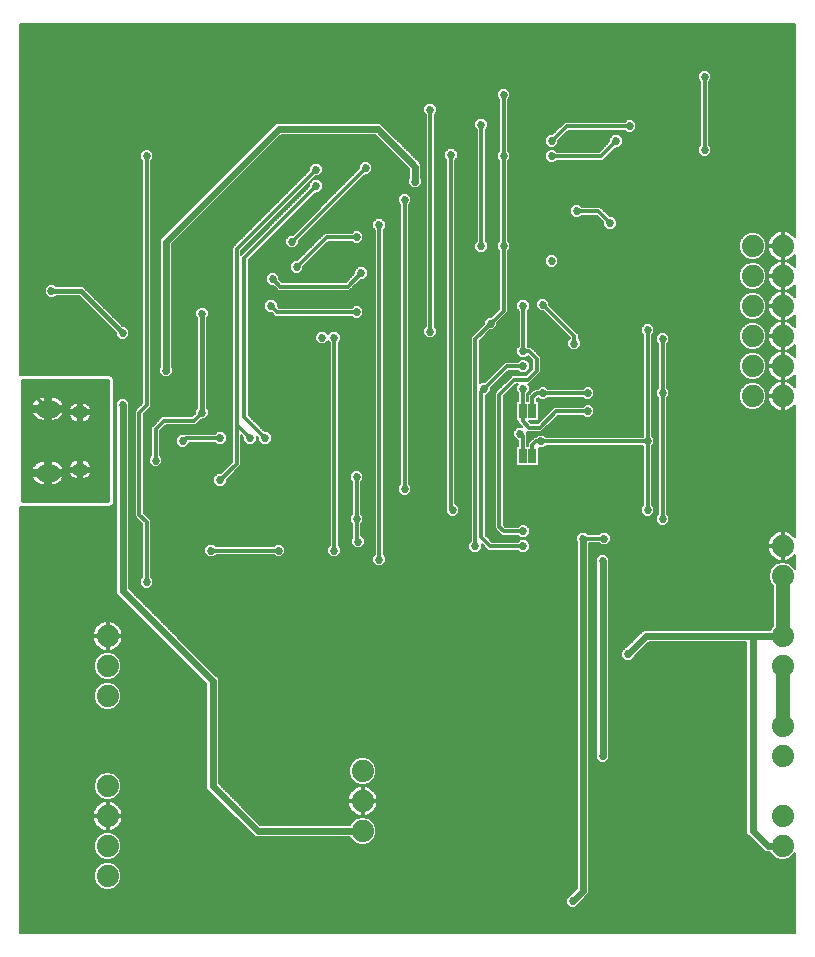
<source format=gbl>
G75*
%MOIN*%
%OFA0B0*%
%FSLAX25Y25*%
%IPPOS*%
%LPD*%
%AMOC8*
5,1,8,0,0,1.08239X$1,22.5*
%
%ADD10C,0.05512*%
%ADD11C,0.03937*%
%ADD12C,0.07400*%
%ADD13R,0.02500X0.05000*%
%ADD14C,0.02700*%
%ADD15C,0.01200*%
%ADD16C,0.01600*%
%ADD17C,0.00600*%
%ADD18C,0.02400*%
%ADD19C,0.04800*%
D10*
X0037408Y0183008D02*
X0040164Y0183008D01*
X0040164Y0204504D02*
X0037408Y0204504D01*
D11*
X0048927Y0203317D02*
X0050109Y0203317D01*
X0048927Y0203317D02*
X0048927Y0203317D01*
X0050109Y0203317D01*
X0050109Y0203317D01*
X0050109Y0184183D02*
X0048927Y0184183D01*
X0048927Y0184183D01*
X0050109Y0184183D01*
X0050109Y0184183D01*
D12*
X0058750Y0128750D03*
X0058750Y0118750D03*
X0058750Y0108750D03*
X0058750Y0078750D03*
X0058750Y0068750D03*
X0058750Y0058750D03*
X0058750Y0048750D03*
X0143750Y0063750D03*
X0143750Y0073750D03*
X0143750Y0083750D03*
X0273750Y0208750D03*
X0273750Y0218750D03*
X0273750Y0228750D03*
X0273750Y0238750D03*
X0273750Y0248750D03*
X0273750Y0258750D03*
X0283750Y0258750D03*
X0283750Y0248750D03*
X0283750Y0238750D03*
X0283750Y0228750D03*
X0283750Y0218750D03*
X0283750Y0208750D03*
X0283750Y0158750D03*
X0283750Y0148750D03*
X0283750Y0128750D03*
X0283750Y0118750D03*
X0283750Y0098750D03*
X0283750Y0088750D03*
X0283750Y0068750D03*
X0283750Y0058750D03*
D13*
X0200350Y0188750D03*
X0197150Y0188750D03*
X0197150Y0203750D03*
X0200350Y0203750D03*
D14*
X0203750Y0209750D03*
X0197250Y0211250D03*
X0197250Y0218750D03*
X0197250Y0223750D03*
X0200750Y0236250D03*
X0203750Y0239250D03*
X0197250Y0238750D03*
X0206750Y0249250D03*
X0206750Y0253750D03*
X0190750Y0258750D03*
X0187250Y0264750D03*
X0183250Y0258750D03*
X0178250Y0264750D03*
X0169750Y0265250D03*
X0162250Y0265250D03*
X0154750Y0270750D03*
X0157750Y0274250D03*
X0157250Y0280250D03*
X0161250Y0280250D03*
X0169750Y0277250D03*
X0178250Y0277250D03*
X0186750Y0277250D03*
X0186750Y0288750D03*
X0190750Y0288750D03*
X0183250Y0299250D03*
X0179750Y0297250D03*
X0173250Y0292750D03*
X0173250Y0289065D03*
X0162750Y0301750D03*
X0166250Y0304250D03*
X0148750Y0313750D03*
X0138750Y0313750D03*
X0138750Y0323750D03*
X0148750Y0323750D03*
X0163750Y0328750D03*
X0173750Y0328750D03*
X0183750Y0328750D03*
X0193750Y0328750D03*
X0203750Y0328750D03*
X0213750Y0328750D03*
X0223750Y0328750D03*
X0233750Y0328750D03*
X0243750Y0328750D03*
X0257750Y0315250D03*
X0260750Y0318250D03*
X0273750Y0318750D03*
X0273750Y0293750D03*
X0273750Y0278750D03*
X0268750Y0268750D03*
X0258750Y0268750D03*
X0258750Y0278750D03*
X0248750Y0283750D03*
X0257750Y0290750D03*
X0238750Y0293750D03*
X0232750Y0298750D03*
X0230250Y0301750D03*
X0228250Y0293750D03*
X0232750Y0289250D03*
X0238750Y0283750D03*
X0238750Y0268750D03*
X0231250Y0265750D03*
X0226250Y0266500D03*
X0215096Y0270404D03*
X0215250Y0274250D03*
X0206750Y0288750D03*
X0206750Y0293750D03*
X0190750Y0309250D03*
X0186750Y0309250D03*
X0147250Y0281750D03*
X0144750Y0284750D03*
X0128250Y0284250D03*
X0123250Y0284250D03*
X0128250Y0278750D03*
X0128250Y0273750D03*
X0120250Y0264750D03*
X0120250Y0260250D03*
X0121750Y0251750D03*
X0126250Y0251750D03*
X0116750Y0251250D03*
X0113750Y0247750D03*
X0116750Y0239750D03*
X0113250Y0238750D03*
X0130250Y0228250D03*
X0134250Y0228250D03*
X0141750Y0236750D03*
X0141750Y0240750D03*
X0143250Y0249750D03*
X0141750Y0261750D03*
X0149250Y0265750D03*
X0166250Y0230250D03*
X0166250Y0225750D03*
X0168750Y0208750D03*
X0153750Y0208750D03*
X0143750Y0208750D03*
X0123750Y0208750D03*
X0111250Y0198750D03*
X0111250Y0194750D03*
X0106250Y0194750D03*
X0096250Y0194750D03*
X0093250Y0200750D03*
X0090250Y0203250D03*
X0083750Y0193750D03*
X0078750Y0185250D03*
X0074750Y0187250D03*
X0093250Y0178750D03*
X0096250Y0180750D03*
X0106750Y0184750D03*
X0115750Y0161250D03*
X0115750Y0157250D03*
X0130750Y0160750D03*
X0134250Y0157250D03*
X0138750Y0164250D03*
X0141750Y0167750D03*
X0142250Y0160250D03*
X0145250Y0154250D03*
X0149250Y0154250D03*
X0158750Y0143750D03*
X0143750Y0138750D03*
X0128750Y0143750D03*
X0113750Y0138750D03*
X0124750Y0117250D03*
X0128750Y0103750D03*
X0143750Y0098750D03*
X0158750Y0103750D03*
X0158750Y0118750D03*
X0143750Y0118750D03*
X0173750Y0118750D03*
X0188750Y0118750D03*
X0203750Y0118750D03*
X0188750Y0103750D03*
X0203750Y0098750D03*
X0223750Y0088750D03*
X0227750Y0088750D03*
X0233750Y0088750D03*
X0243750Y0078750D03*
X0253750Y0068750D03*
X0243750Y0058750D03*
X0253750Y0048750D03*
X0243750Y0038750D03*
X0233750Y0048750D03*
X0233750Y0068750D03*
X0253750Y0088750D03*
X0243750Y0098750D03*
X0263750Y0078750D03*
X0263750Y0058750D03*
X0273750Y0048750D03*
X0263750Y0038750D03*
X0283750Y0038750D03*
X0213750Y0040297D03*
X0211750Y0044250D03*
X0193750Y0048750D03*
X0183750Y0048750D03*
X0173750Y0048750D03*
X0163750Y0048750D03*
X0153750Y0048750D03*
X0143750Y0048750D03*
X0173750Y0098750D03*
X0173750Y0138750D03*
X0188750Y0143750D03*
X0203750Y0138750D03*
X0197250Y0158750D03*
X0197250Y0163750D03*
X0181250Y0158750D03*
X0173750Y0170750D03*
X0169250Y0170750D03*
X0157750Y0177750D03*
X0160750Y0181250D03*
X0153750Y0173750D03*
X0141750Y0181750D03*
X0138750Y0178750D03*
X0093250Y0157250D03*
X0074750Y0149750D03*
X0071750Y0146750D03*
X0053750Y0168750D03*
X0043750Y0168750D03*
X0033750Y0168750D03*
X0033750Y0208750D03*
X0033750Y0223750D03*
X0035750Y0243750D03*
X0040010Y0243750D03*
X0059250Y0229750D03*
X0063750Y0229750D03*
X0074750Y0241850D03*
X0090150Y0241850D03*
X0090250Y0236250D03*
X0078250Y0217250D03*
X0063750Y0213250D03*
X0063750Y0205750D03*
X0078750Y0268750D03*
X0078750Y0278750D03*
X0078750Y0288750D03*
X0071750Y0288750D03*
X0088750Y0288750D03*
X0088750Y0298750D03*
X0098750Y0298750D03*
X0098750Y0313750D03*
X0108750Y0313750D03*
X0108750Y0323750D03*
X0098750Y0323750D03*
X0088750Y0323750D03*
X0078750Y0323750D03*
X0078750Y0313750D03*
X0088750Y0313750D03*
X0068750Y0313750D03*
X0068750Y0323750D03*
X0058750Y0323750D03*
X0048750Y0323750D03*
X0048750Y0313750D03*
X0058750Y0313750D03*
X0038750Y0313750D03*
X0038750Y0323750D03*
X0051250Y0273750D03*
X0118750Y0313750D03*
X0128750Y0313750D03*
X0128750Y0323750D03*
X0118750Y0323750D03*
X0186404Y0232904D03*
X0184250Y0211250D03*
X0196250Y0196212D03*
X0203250Y0193588D03*
X0218750Y0203750D03*
X0218750Y0209750D03*
X0222250Y0213750D03*
X0214250Y0222250D03*
X0214250Y0226250D03*
X0221250Y0239750D03*
X0233750Y0236250D03*
X0238750Y0230750D03*
X0243750Y0227785D03*
X0247750Y0227750D03*
X0248750Y0233750D03*
X0258750Y0223750D03*
X0263750Y0233750D03*
X0263750Y0243750D03*
X0263750Y0253750D03*
X0253750Y0253750D03*
X0241250Y0247750D03*
X0238750Y0258750D03*
X0248750Y0268750D03*
X0278750Y0268750D03*
X0247750Y0209750D03*
X0243750Y0209750D03*
X0258750Y0203750D03*
X0268750Y0193750D03*
X0258750Y0183750D03*
X0268750Y0173750D03*
X0258750Y0163750D03*
X0268750Y0153750D03*
X0258750Y0143750D03*
X0268750Y0133750D03*
X0278750Y0143750D03*
X0248750Y0133750D03*
X0238750Y0143750D03*
X0248750Y0153750D03*
X0243750Y0167785D03*
X0238750Y0170750D03*
X0248750Y0173750D03*
X0238750Y0193750D03*
X0228750Y0183750D03*
X0224250Y0161250D03*
X0217250Y0161250D03*
X0223750Y0153750D03*
X0232250Y0122750D03*
X0278750Y0183750D03*
D15*
X0243750Y0167785D02*
X0243750Y0209750D01*
X0243750Y0227785D01*
X0238750Y0230750D02*
X0238750Y0193750D01*
X0203412Y0193750D01*
X0203250Y0193588D01*
X0201588Y0193588D01*
X0200350Y0192350D01*
X0200350Y0188750D01*
X0197150Y0188750D02*
X0197150Y0195312D01*
X0196250Y0196212D01*
X0199250Y0198250D02*
X0202750Y0198250D01*
X0208250Y0203750D01*
X0218750Y0203750D01*
X0218750Y0209750D02*
X0203750Y0209750D01*
X0201750Y0209750D01*
X0200350Y0208350D01*
X0200350Y0203750D01*
X0197150Y0203750D02*
X0197150Y0200350D01*
X0199250Y0198250D01*
X0197150Y0203750D02*
X0197150Y0211150D01*
X0197250Y0211250D01*
X0198750Y0214250D02*
X0194250Y0214250D01*
X0189250Y0209250D01*
X0189250Y0165250D01*
X0190750Y0163750D01*
X0197250Y0163750D01*
X0197250Y0158750D02*
X0186250Y0158750D01*
X0183250Y0161750D01*
X0183250Y0210250D01*
X0184250Y0211250D01*
X0191750Y0218750D01*
X0197250Y0218750D01*
X0201750Y0217250D02*
X0198750Y0214250D01*
X0201750Y0217250D02*
X0201750Y0221250D01*
X0200000Y0223000D01*
X0199250Y0223750D01*
X0197250Y0223750D01*
X0197250Y0238750D01*
X0203750Y0239250D02*
X0214250Y0228750D01*
X0214250Y0226250D01*
X0190750Y0237250D02*
X0188750Y0235250D01*
X0181250Y0227750D01*
X0181250Y0158750D01*
X0173750Y0170750D02*
X0173200Y0171300D01*
X0173200Y0289015D01*
X0173250Y0289065D01*
X0183250Y0299250D02*
X0183250Y0258750D01*
X0190750Y0258750D02*
X0190750Y0237250D01*
X0188750Y0235250D02*
X0186404Y0232904D01*
X0166250Y0230250D02*
X0166250Y0304250D01*
X0190750Y0309250D02*
X0190750Y0293250D01*
X0190750Y0288750D01*
X0190750Y0272750D01*
X0190750Y0258750D01*
X0215096Y0270404D02*
X0222346Y0270404D01*
X0226250Y0266500D01*
X0223250Y0288750D02*
X0206750Y0288750D01*
X0206750Y0293750D02*
X0211750Y0298750D01*
X0232750Y0298750D01*
X0228250Y0293750D02*
X0223250Y0288750D01*
X0257750Y0290750D02*
X0257750Y0315250D01*
X0157750Y0274250D02*
X0157750Y0177750D01*
X0141750Y0181750D02*
X0141750Y0167750D01*
X0141750Y0160750D01*
X0142250Y0160250D01*
X0134250Y0157250D02*
X0134250Y0228250D01*
X0141750Y0236750D02*
X0115250Y0236750D01*
X0113250Y0238750D01*
X0116250Y0245250D02*
X0138750Y0245250D01*
X0143250Y0249750D01*
X0141750Y0261750D02*
X0131750Y0261750D01*
X0129500Y0259500D01*
X0121750Y0251750D01*
X0116250Y0245250D02*
X0113750Y0247750D01*
X0104250Y0254750D02*
X0128250Y0278750D01*
X0128250Y0284250D02*
X0101750Y0257750D01*
X0101750Y0199250D01*
X0101750Y0186250D01*
X0096250Y0180750D01*
X0096250Y0194750D02*
X0084750Y0194750D01*
X0083750Y0193750D01*
X0087500Y0200500D02*
X0077500Y0200500D01*
X0074750Y0197750D01*
X0074750Y0187250D01*
X0087500Y0200500D02*
X0090250Y0203250D01*
X0101750Y0199250D02*
X0106250Y0194750D01*
X0111250Y0194750D02*
X0104250Y0201750D01*
X0104250Y0254750D01*
X0120250Y0260250D02*
X0144750Y0284750D01*
X0149250Y0265750D02*
X0149250Y0154250D01*
X0115750Y0157250D02*
X0093250Y0157250D01*
X0071750Y0166750D02*
X0071750Y0146750D01*
X0071750Y0166750D02*
X0069250Y0169250D01*
X0069250Y0203250D01*
X0071750Y0205750D01*
X0071750Y0288750D01*
X0058750Y0213750D02*
X0030550Y0213750D01*
X0030550Y0173750D01*
X0058750Y0173750D01*
X0058750Y0213750D01*
X0058750Y0213321D02*
X0030550Y0213321D01*
X0030550Y0212122D02*
X0058750Y0212122D01*
X0058750Y0210924D02*
X0030550Y0210924D01*
X0030550Y0209725D02*
X0058750Y0209725D01*
X0058750Y0208527D02*
X0041863Y0208527D01*
X0041836Y0208540D02*
X0041184Y0208752D01*
X0040507Y0208860D01*
X0039386Y0208860D01*
X0039386Y0205104D01*
X0038186Y0205104D01*
X0038186Y0208860D01*
X0037065Y0208860D01*
X0036388Y0208752D01*
X0035736Y0208540D01*
X0035125Y0208229D01*
X0034570Y0207826D01*
X0034085Y0207341D01*
X0033682Y0206787D01*
X0033371Y0206176D01*
X0033159Y0205524D01*
X0033093Y0205104D01*
X0038186Y0205104D01*
X0038186Y0203904D01*
X0033093Y0203904D01*
X0033159Y0203484D01*
X0033371Y0202832D01*
X0033682Y0202221D01*
X0034085Y0201666D01*
X0034570Y0201181D01*
X0035125Y0200778D01*
X0035736Y0200467D01*
X0036388Y0200255D01*
X0037065Y0200148D01*
X0038186Y0200148D01*
X0038186Y0203904D01*
X0039386Y0203904D01*
X0039386Y0205104D01*
X0044479Y0205104D01*
X0044412Y0205524D01*
X0044200Y0206176D01*
X0043889Y0206787D01*
X0043486Y0207341D01*
X0043001Y0207826D01*
X0042447Y0208229D01*
X0041836Y0208540D01*
X0043496Y0207328D02*
X0058750Y0207328D01*
X0058750Y0206130D02*
X0052322Y0206130D01*
X0052383Y0206089D02*
X0051799Y0206479D01*
X0051149Y0206748D01*
X0050460Y0206885D01*
X0049902Y0206885D01*
X0049902Y0203701D01*
X0053670Y0203701D01*
X0053540Y0204358D01*
X0053271Y0205007D01*
X0052880Y0205592D01*
X0052383Y0206089D01*
X0053302Y0204931D02*
X0058750Y0204931D01*
X0058750Y0203733D02*
X0053664Y0203733D01*
X0053670Y0202933D02*
X0049902Y0202933D01*
X0049902Y0203701D01*
X0049133Y0203701D01*
X0049133Y0202933D01*
X0045365Y0202933D01*
X0045496Y0202276D01*
X0045765Y0201627D01*
X0046155Y0201042D01*
X0046652Y0200545D01*
X0047237Y0200155D01*
X0047886Y0199886D01*
X0048576Y0199748D01*
X0049133Y0199748D01*
X0049133Y0202933D01*
X0049902Y0202933D01*
X0049902Y0199748D01*
X0050460Y0199748D01*
X0051149Y0199886D01*
X0051799Y0200155D01*
X0052383Y0200545D01*
X0052880Y0201042D01*
X0053271Y0201627D01*
X0053540Y0202276D01*
X0053670Y0202933D01*
X0053591Y0202534D02*
X0058750Y0202534D01*
X0058750Y0201336D02*
X0053076Y0201336D01*
X0051756Y0200137D02*
X0058750Y0200137D01*
X0058750Y0198939D02*
X0030550Y0198939D01*
X0030550Y0200137D02*
X0047279Y0200137D01*
X0045959Y0201336D02*
X0043156Y0201336D01*
X0043001Y0201181D02*
X0043486Y0201666D01*
X0043889Y0202221D01*
X0044200Y0202832D01*
X0044412Y0203484D01*
X0044479Y0203904D01*
X0039386Y0203904D01*
X0039386Y0200148D01*
X0040507Y0200148D01*
X0041184Y0200255D01*
X0041836Y0200467D01*
X0042447Y0200778D01*
X0043001Y0201181D01*
X0044049Y0202534D02*
X0045444Y0202534D01*
X0045365Y0203701D02*
X0049133Y0203701D01*
X0049133Y0206885D01*
X0048576Y0206885D01*
X0047886Y0206748D01*
X0047237Y0206479D01*
X0046652Y0206089D01*
X0046155Y0205592D01*
X0045765Y0205007D01*
X0045496Y0204358D01*
X0045365Y0203701D01*
X0045371Y0203733D02*
X0044452Y0203733D01*
X0045733Y0204931D02*
X0039386Y0204931D01*
X0038786Y0204504D02*
X0034539Y0208750D01*
X0033750Y0208750D01*
X0034076Y0207328D02*
X0030550Y0207328D01*
X0030550Y0206130D02*
X0033356Y0206130D01*
X0033120Y0203733D02*
X0030550Y0203733D01*
X0030550Y0204931D02*
X0038186Y0204931D01*
X0038186Y0203733D02*
X0039386Y0203733D01*
X0039386Y0202534D02*
X0038186Y0202534D01*
X0038186Y0201336D02*
X0039386Y0201336D01*
X0039386Y0206130D02*
X0038186Y0206130D01*
X0038186Y0207328D02*
X0039386Y0207328D01*
X0039386Y0208527D02*
X0038186Y0208527D01*
X0035709Y0208527D02*
X0030550Y0208527D01*
X0030550Y0202534D02*
X0033523Y0202534D01*
X0034416Y0201336D02*
X0030550Y0201336D01*
X0030550Y0197740D02*
X0058750Y0197740D01*
X0058750Y0196542D02*
X0030550Y0196542D01*
X0030550Y0195343D02*
X0058750Y0195343D01*
X0058750Y0194145D02*
X0030550Y0194145D01*
X0030550Y0192946D02*
X0058750Y0192946D01*
X0058750Y0191748D02*
X0030550Y0191748D01*
X0030550Y0190549D02*
X0058750Y0190549D01*
X0058750Y0189351D02*
X0030550Y0189351D01*
X0030550Y0188152D02*
X0058750Y0188152D01*
X0058750Y0186953D02*
X0052384Y0186953D01*
X0052383Y0186955D02*
X0051799Y0187345D01*
X0051149Y0187614D01*
X0050460Y0187752D01*
X0049902Y0187752D01*
X0049902Y0184567D01*
X0053670Y0184567D01*
X0053540Y0185224D01*
X0053271Y0185873D01*
X0052880Y0186458D01*
X0052383Y0186955D01*
X0053320Y0185755D02*
X0058750Y0185755D01*
X0058750Y0184556D02*
X0049902Y0184556D01*
X0049902Y0184567D02*
X0049902Y0183799D01*
X0053670Y0183799D01*
X0053540Y0183142D01*
X0053271Y0182493D01*
X0052880Y0181908D01*
X0052383Y0181411D01*
X0051799Y0181021D01*
X0051149Y0180752D01*
X0050460Y0180615D01*
X0049902Y0180615D01*
X0049902Y0183799D01*
X0049133Y0183799D01*
X0045365Y0183799D01*
X0045496Y0183142D01*
X0045765Y0182493D01*
X0046155Y0181908D01*
X0046652Y0181411D01*
X0047237Y0181021D01*
X0047886Y0180752D01*
X0048576Y0180615D01*
X0049133Y0180615D01*
X0049133Y0183799D01*
X0049133Y0184567D01*
X0045365Y0184567D01*
X0045496Y0185224D01*
X0045765Y0185873D01*
X0046155Y0186458D01*
X0046652Y0186955D01*
X0047237Y0187345D01*
X0047886Y0187614D01*
X0048576Y0187752D01*
X0049133Y0187752D01*
X0049133Y0184567D01*
X0049902Y0184567D01*
X0049133Y0184556D02*
X0044240Y0184556D01*
X0044200Y0184680D02*
X0043889Y0185291D01*
X0043486Y0185845D01*
X0043001Y0186330D01*
X0042447Y0186733D01*
X0041836Y0187044D01*
X0041184Y0187256D01*
X0040507Y0187363D01*
X0039386Y0187363D01*
X0039386Y0183608D01*
X0038186Y0183608D01*
X0038186Y0187363D01*
X0037065Y0187363D01*
X0036388Y0187256D01*
X0035736Y0187044D01*
X0035125Y0186733D01*
X0034570Y0186330D01*
X0034085Y0185845D01*
X0033682Y0185291D01*
X0033371Y0184680D01*
X0033159Y0184028D01*
X0033093Y0183608D01*
X0038186Y0183608D01*
X0038186Y0182408D01*
X0033093Y0182408D01*
X0033159Y0181988D01*
X0033371Y0181335D01*
X0033682Y0180725D01*
X0034085Y0180170D01*
X0034570Y0179685D01*
X0035125Y0179282D01*
X0035736Y0178971D01*
X0036388Y0178759D01*
X0037065Y0178652D01*
X0038186Y0178652D01*
X0038186Y0182408D01*
X0039386Y0182408D01*
X0039386Y0183608D01*
X0044479Y0183608D01*
X0044412Y0184028D01*
X0044200Y0184680D01*
X0043552Y0185755D02*
X0045716Y0185755D01*
X0046651Y0186953D02*
X0042014Y0186953D01*
X0039386Y0186953D02*
X0038186Y0186953D01*
X0038186Y0185755D02*
X0039386Y0185755D01*
X0039386Y0184556D02*
X0038186Y0184556D01*
X0038186Y0183358D02*
X0030550Y0183358D01*
X0030550Y0184556D02*
X0033331Y0184556D01*
X0034020Y0185755D02*
X0030550Y0185755D01*
X0030550Y0186953D02*
X0035557Y0186953D01*
X0039386Y0183358D02*
X0045453Y0183358D01*
X0045987Y0182159D02*
X0044440Y0182159D01*
X0044412Y0181988D02*
X0044479Y0182408D01*
X0039386Y0182408D01*
X0039386Y0178652D01*
X0040507Y0178652D01*
X0041184Y0178759D01*
X0041836Y0178971D01*
X0042447Y0179282D01*
X0043001Y0179685D01*
X0043486Y0180170D01*
X0043889Y0180725D01*
X0044200Y0181335D01*
X0044412Y0181988D01*
X0044010Y0180961D02*
X0047381Y0180961D01*
X0049133Y0180961D02*
X0049902Y0180961D01*
X0049902Y0182159D02*
X0049133Y0182159D01*
X0049133Y0183358D02*
X0049902Y0183358D01*
X0049902Y0185755D02*
X0049133Y0185755D01*
X0049133Y0186953D02*
X0049902Y0186953D01*
X0053583Y0183358D02*
X0058750Y0183358D01*
X0058750Y0182159D02*
X0053048Y0182159D01*
X0051654Y0180961D02*
X0058750Y0180961D01*
X0058750Y0179762D02*
X0043079Y0179762D01*
X0039386Y0179762D02*
X0038186Y0179762D01*
X0038186Y0180961D02*
X0039386Y0180961D01*
X0039386Y0182159D02*
X0038186Y0182159D01*
X0034493Y0179762D02*
X0030550Y0179762D01*
X0030550Y0178564D02*
X0058750Y0178564D01*
X0058750Y0177365D02*
X0030550Y0177365D01*
X0030550Y0176167D02*
X0058750Y0176167D01*
X0058750Y0174968D02*
X0030550Y0174968D01*
X0030550Y0173770D02*
X0058750Y0173770D01*
X0033562Y0180961D02*
X0030550Y0180961D01*
X0030550Y0182159D02*
X0033132Y0182159D01*
X0049133Y0200137D02*
X0049902Y0200137D01*
X0049902Y0201336D02*
X0049133Y0201336D01*
X0049133Y0202534D02*
X0049902Y0202534D01*
X0049902Y0203733D02*
X0049133Y0203733D01*
X0049133Y0204931D02*
X0049902Y0204931D01*
X0049902Y0206130D02*
X0049133Y0206130D01*
X0046714Y0206130D02*
X0044215Y0206130D01*
X0217250Y0161250D02*
X0224250Y0161250D01*
X0238750Y0170750D02*
X0238750Y0187250D01*
X0238750Y0193750D01*
D16*
X0090250Y0203250D02*
X0090250Y0236250D01*
X0063750Y0229750D02*
X0049750Y0243750D01*
X0040010Y0243750D01*
D17*
X0029650Y0171650D02*
X0029650Y0029650D01*
X0287771Y0029650D01*
X0287778Y0056455D01*
X0287650Y0056144D01*
X0286356Y0054850D01*
X0284665Y0054150D01*
X0282835Y0054150D01*
X0281144Y0054850D01*
X0279850Y0056144D01*
X0279641Y0056650D01*
X0277880Y0056650D01*
X0272880Y0061650D01*
X0271650Y0062880D01*
X0271650Y0126650D01*
X0239120Y0126650D01*
X0234500Y0122030D01*
X0234500Y0121818D01*
X0233182Y0120500D01*
X0231318Y0120500D01*
X0230000Y0121818D01*
X0230000Y0123682D01*
X0231318Y0125000D01*
X0231530Y0125000D01*
X0236150Y0129620D01*
X0237380Y0130850D01*
X0279641Y0130850D01*
X0279850Y0131356D01*
X0280450Y0131955D01*
X0280450Y0145545D01*
X0279850Y0146144D01*
X0279150Y0147835D01*
X0279150Y0149665D01*
X0279850Y0151356D01*
X0281144Y0152650D01*
X0282835Y0153350D01*
X0284665Y0153350D01*
X0286356Y0152650D01*
X0287650Y0151356D01*
X0287803Y0150986D01*
X0287804Y0155823D01*
X0287564Y0155493D01*
X0287007Y0154936D01*
X0286371Y0154474D01*
X0285669Y0154116D01*
X0284921Y0153873D01*
X0284144Y0153750D01*
X0284050Y0153750D01*
X0284050Y0158450D01*
X0283450Y0158450D01*
X0283450Y0153750D01*
X0283356Y0153750D01*
X0282579Y0153873D01*
X0281831Y0154116D01*
X0281129Y0154474D01*
X0280493Y0154936D01*
X0279936Y0155493D01*
X0279474Y0156129D01*
X0279116Y0156831D01*
X0219350Y0156831D01*
X0219350Y0156233D02*
X0279421Y0156233D01*
X0279116Y0156831D02*
X0278873Y0157579D01*
X0278750Y0158356D01*
X0278750Y0158450D01*
X0283450Y0158450D01*
X0283450Y0159050D01*
X0283450Y0163750D01*
X0283356Y0163750D01*
X0282579Y0163627D01*
X0281831Y0163384D01*
X0281129Y0163026D01*
X0280493Y0162564D01*
X0279936Y0162007D01*
X0279474Y0161371D01*
X0279116Y0160669D01*
X0278873Y0159921D01*
X0278750Y0159144D01*
X0278750Y0159050D01*
X0283450Y0159050D01*
X0284050Y0159050D01*
X0284050Y0163750D01*
X0284144Y0163750D01*
X0284921Y0163627D01*
X0285669Y0163384D01*
X0286371Y0163026D01*
X0287007Y0162564D01*
X0287564Y0162007D01*
X0287806Y0161674D01*
X0287817Y0205841D01*
X0287564Y0205493D01*
X0287007Y0204936D01*
X0286371Y0204474D01*
X0285669Y0204116D01*
X0284921Y0203873D01*
X0284144Y0203750D01*
X0284050Y0203750D01*
X0284050Y0208450D01*
X0283450Y0208450D01*
X0283450Y0203750D01*
X0283356Y0203750D01*
X0282579Y0203873D01*
X0281831Y0204116D01*
X0281129Y0204474D01*
X0280493Y0204936D01*
X0279936Y0205493D01*
X0279474Y0206129D01*
X0279116Y0206831D01*
X0278873Y0207579D01*
X0278750Y0208356D01*
X0278750Y0208450D01*
X0283450Y0208450D01*
X0283450Y0209050D01*
X0283450Y0213750D01*
X0283450Y0218450D01*
X0284050Y0218450D01*
X0284050Y0213750D01*
X0284050Y0209050D01*
X0283450Y0209050D01*
X0278750Y0209050D01*
X0278750Y0209144D01*
X0278873Y0209921D01*
X0279116Y0210669D01*
X0279474Y0211371D01*
X0279936Y0212007D01*
X0280493Y0212564D01*
X0281129Y0213026D01*
X0281831Y0213384D01*
X0282579Y0213627D01*
X0283356Y0213750D01*
X0283450Y0213750D01*
X0283356Y0213750D01*
X0282579Y0213873D01*
X0281831Y0214116D01*
X0281129Y0214474D01*
X0280493Y0214936D01*
X0279936Y0215493D01*
X0279474Y0216129D01*
X0279116Y0216831D01*
X0278873Y0217579D01*
X0278750Y0218356D01*
X0278750Y0218450D01*
X0283450Y0218450D01*
X0283450Y0219050D01*
X0283450Y0223750D01*
X0283450Y0228450D01*
X0284050Y0228450D01*
X0284050Y0223750D01*
X0284050Y0219050D01*
X0283450Y0219050D01*
X0278750Y0219050D01*
X0278750Y0219144D01*
X0278873Y0219921D01*
X0279116Y0220669D01*
X0279474Y0221371D01*
X0279936Y0222007D01*
X0280493Y0222564D01*
X0281129Y0223026D01*
X0281831Y0223384D01*
X0282579Y0223627D01*
X0283356Y0223750D01*
X0283450Y0223750D01*
X0283356Y0223750D01*
X0282579Y0223873D01*
X0281831Y0224116D01*
X0281129Y0224474D01*
X0280493Y0224936D01*
X0279936Y0225493D01*
X0279474Y0226129D01*
X0279116Y0226831D01*
X0278873Y0227579D01*
X0278750Y0228356D01*
X0278750Y0228450D01*
X0283450Y0228450D01*
X0283450Y0229050D01*
X0283450Y0233750D01*
X0283450Y0238450D01*
X0284050Y0238450D01*
X0284050Y0233750D01*
X0284050Y0229050D01*
X0283450Y0229050D01*
X0278750Y0229050D01*
X0278750Y0229144D01*
X0278873Y0229921D01*
X0279116Y0230669D01*
X0279474Y0231371D01*
X0279936Y0232007D01*
X0280493Y0232564D01*
X0281129Y0233026D01*
X0281831Y0233384D01*
X0282579Y0233627D01*
X0283356Y0233750D01*
X0283450Y0233750D01*
X0283356Y0233750D01*
X0282579Y0233873D01*
X0281831Y0234116D01*
X0281129Y0234474D01*
X0280493Y0234936D01*
X0279936Y0235493D01*
X0279474Y0236129D01*
X0279116Y0236831D01*
X0278873Y0237579D01*
X0278750Y0238356D01*
X0278750Y0238450D01*
X0283450Y0238450D01*
X0283450Y0239050D01*
X0283450Y0243750D01*
X0283450Y0248450D01*
X0284050Y0248450D01*
X0284050Y0243750D01*
X0284050Y0239050D01*
X0283450Y0239050D01*
X0278750Y0239050D01*
X0278750Y0239144D01*
X0278873Y0239921D01*
X0279116Y0240669D01*
X0279474Y0241371D01*
X0279936Y0242007D01*
X0280493Y0242564D01*
X0281129Y0243026D01*
X0281831Y0243384D01*
X0282579Y0243627D01*
X0283356Y0243750D01*
X0283450Y0243750D01*
X0283356Y0243750D01*
X0282579Y0243873D01*
X0281831Y0244116D01*
X0281129Y0244474D01*
X0280493Y0244936D01*
X0279936Y0245493D01*
X0279474Y0246129D01*
X0279116Y0246831D01*
X0278873Y0247579D01*
X0278750Y0248356D01*
X0278750Y0248450D01*
X0283450Y0248450D01*
X0283450Y0249050D01*
X0283450Y0253750D01*
X0283450Y0258450D01*
X0284050Y0258450D01*
X0284050Y0253750D01*
X0284050Y0249050D01*
X0283450Y0249050D01*
X0278750Y0249050D01*
X0278750Y0249144D01*
X0278873Y0249921D01*
X0279116Y0250669D01*
X0279474Y0251371D01*
X0279936Y0252007D01*
X0280493Y0252564D01*
X0281129Y0253026D01*
X0281831Y0253384D01*
X0282579Y0253627D01*
X0283356Y0253750D01*
X0283450Y0253750D01*
X0283356Y0253750D01*
X0282579Y0253873D01*
X0281831Y0254116D01*
X0281129Y0254474D01*
X0280493Y0254936D01*
X0279936Y0255493D01*
X0279474Y0256129D01*
X0279116Y0256831D01*
X0278873Y0257579D01*
X0278750Y0258356D01*
X0278750Y0258450D01*
X0283450Y0258450D01*
X0283450Y0259050D01*
X0283450Y0263750D01*
X0283356Y0263750D01*
X0282579Y0263627D01*
X0281831Y0263384D01*
X0281129Y0263026D01*
X0280493Y0262564D01*
X0279936Y0262007D01*
X0279474Y0261371D01*
X0279116Y0260669D01*
X0278873Y0259921D01*
X0278750Y0259144D01*
X0278750Y0259050D01*
X0283450Y0259050D01*
X0284050Y0259050D01*
X0284050Y0263750D01*
X0284144Y0263750D01*
X0284921Y0263627D01*
X0285669Y0263384D01*
X0286371Y0263026D01*
X0287007Y0262564D01*
X0287564Y0262007D01*
X0287831Y0261639D01*
X0287850Y0332850D01*
X0029650Y0332850D01*
X0029650Y0215850D01*
X0059620Y0215850D01*
X0060850Y0214620D01*
X0060850Y0172880D01*
X0059620Y0171650D01*
X0029650Y0171650D01*
X0029650Y0171196D02*
X0061650Y0171196D01*
X0061650Y0171794D02*
X0059764Y0171794D01*
X0060363Y0172393D02*
X0061650Y0172393D01*
X0061650Y0172991D02*
X0060850Y0172991D01*
X0060850Y0173590D02*
X0061650Y0173590D01*
X0061650Y0174188D02*
X0060850Y0174188D01*
X0060850Y0174787D02*
X0061650Y0174787D01*
X0061650Y0175385D02*
X0060850Y0175385D01*
X0060850Y0175984D02*
X0061650Y0175984D01*
X0061650Y0176582D02*
X0060850Y0176582D01*
X0060850Y0177181D02*
X0061650Y0177181D01*
X0061650Y0177779D02*
X0060850Y0177779D01*
X0060850Y0178378D02*
X0061650Y0178378D01*
X0061650Y0178976D02*
X0060850Y0178976D01*
X0060850Y0179575D02*
X0061650Y0179575D01*
X0061650Y0180173D02*
X0060850Y0180173D01*
X0060850Y0180772D02*
X0061650Y0180772D01*
X0061650Y0181370D02*
X0060850Y0181370D01*
X0060850Y0181969D02*
X0061650Y0181969D01*
X0061650Y0182567D02*
X0060850Y0182567D01*
X0060850Y0183166D02*
X0061650Y0183166D01*
X0061650Y0183764D02*
X0060850Y0183764D01*
X0060850Y0184363D02*
X0061650Y0184363D01*
X0061650Y0184961D02*
X0060850Y0184961D01*
X0060850Y0185560D02*
X0061650Y0185560D01*
X0061650Y0186158D02*
X0060850Y0186158D01*
X0060850Y0186757D02*
X0061650Y0186757D01*
X0061650Y0187355D02*
X0060850Y0187355D01*
X0060850Y0187954D02*
X0061650Y0187954D01*
X0061650Y0188553D02*
X0060850Y0188553D01*
X0060850Y0189151D02*
X0061650Y0189151D01*
X0061650Y0189750D02*
X0060850Y0189750D01*
X0060850Y0190348D02*
X0061650Y0190348D01*
X0061650Y0190947D02*
X0060850Y0190947D01*
X0060850Y0191545D02*
X0061650Y0191545D01*
X0061650Y0192144D02*
X0060850Y0192144D01*
X0060850Y0192742D02*
X0061650Y0192742D01*
X0061650Y0193341D02*
X0060850Y0193341D01*
X0060850Y0193939D02*
X0061650Y0193939D01*
X0061650Y0194538D02*
X0060850Y0194538D01*
X0060850Y0195136D02*
X0061650Y0195136D01*
X0061650Y0195735D02*
X0060850Y0195735D01*
X0060850Y0196333D02*
X0061650Y0196333D01*
X0061650Y0196932D02*
X0060850Y0196932D01*
X0060850Y0197530D02*
X0061650Y0197530D01*
X0061650Y0198129D02*
X0060850Y0198129D01*
X0060850Y0198727D02*
X0061650Y0198727D01*
X0061650Y0199326D02*
X0060850Y0199326D01*
X0060850Y0199924D02*
X0061650Y0199924D01*
X0061650Y0200523D02*
X0060850Y0200523D01*
X0060850Y0201121D02*
X0061650Y0201121D01*
X0061650Y0201720D02*
X0060850Y0201720D01*
X0060850Y0202318D02*
X0061650Y0202318D01*
X0061650Y0202917D02*
X0060850Y0202917D01*
X0060850Y0203515D02*
X0061650Y0203515D01*
X0061650Y0204114D02*
X0060850Y0204114D01*
X0060850Y0204712D02*
X0061606Y0204712D01*
X0061650Y0204668D02*
X0061650Y0142880D01*
X0091650Y0112880D01*
X0091650Y0077880D01*
X0107880Y0061650D01*
X0139641Y0061650D01*
X0139850Y0061144D01*
X0141144Y0059850D01*
X0142835Y0059150D01*
X0144665Y0059150D01*
X0146356Y0059850D01*
X0147650Y0061144D01*
X0148350Y0062835D01*
X0148350Y0064665D01*
X0147650Y0066356D01*
X0146356Y0067650D01*
X0144665Y0068350D01*
X0142835Y0068350D01*
X0141144Y0067650D01*
X0139850Y0066356D01*
X0139641Y0065850D01*
X0109620Y0065850D01*
X0095850Y0079620D01*
X0095850Y0114620D01*
X0094620Y0115850D01*
X0065850Y0144620D01*
X0065850Y0204668D01*
X0066000Y0204818D01*
X0066000Y0206682D01*
X0064682Y0208000D01*
X0062818Y0208000D01*
X0061500Y0206682D01*
X0061500Y0204818D01*
X0061650Y0204668D01*
X0061500Y0205311D02*
X0060850Y0205311D01*
X0060850Y0205909D02*
X0061500Y0205909D01*
X0061500Y0206508D02*
X0060850Y0206508D01*
X0060850Y0207106D02*
X0061924Y0207106D01*
X0062523Y0207705D02*
X0060850Y0207705D01*
X0060850Y0208303D02*
X0070250Y0208303D01*
X0070250Y0207705D02*
X0064977Y0207705D01*
X0065576Y0207106D02*
X0070250Y0207106D01*
X0070250Y0206508D02*
X0066000Y0206508D01*
X0066000Y0205909D02*
X0069788Y0205909D01*
X0070250Y0206371D02*
X0068629Y0204750D01*
X0067750Y0203871D01*
X0067750Y0168629D01*
X0068629Y0167750D01*
X0070250Y0166129D01*
X0070250Y0148432D01*
X0069500Y0147682D01*
X0069500Y0145818D01*
X0070818Y0144500D01*
X0072682Y0144500D01*
X0074000Y0145818D01*
X0074000Y0147682D01*
X0073250Y0148432D01*
X0073250Y0167371D01*
X0070750Y0169871D01*
X0070750Y0202629D01*
X0073250Y0205129D01*
X0073250Y0287068D01*
X0074000Y0287818D01*
X0074000Y0289682D01*
X0072682Y0291000D01*
X0070818Y0291000D01*
X0069500Y0289682D01*
X0069500Y0287818D01*
X0070250Y0287068D01*
X0070250Y0206371D01*
X0069190Y0205311D02*
X0066000Y0205311D01*
X0065894Y0204712D02*
X0068591Y0204712D01*
X0067992Y0204114D02*
X0065850Y0204114D01*
X0065850Y0203515D02*
X0067750Y0203515D01*
X0067750Y0202917D02*
X0065850Y0202917D01*
X0065850Y0202318D02*
X0067750Y0202318D01*
X0067750Y0201720D02*
X0065850Y0201720D01*
X0065850Y0201121D02*
X0067750Y0201121D01*
X0067750Y0200523D02*
X0065850Y0200523D01*
X0065850Y0199924D02*
X0067750Y0199924D01*
X0067750Y0199326D02*
X0065850Y0199326D01*
X0065850Y0198727D02*
X0067750Y0198727D01*
X0067750Y0198129D02*
X0065850Y0198129D01*
X0065850Y0197530D02*
X0067750Y0197530D01*
X0067750Y0196932D02*
X0065850Y0196932D01*
X0065850Y0196333D02*
X0067750Y0196333D01*
X0067750Y0195735D02*
X0065850Y0195735D01*
X0065850Y0195136D02*
X0067750Y0195136D01*
X0067750Y0194538D02*
X0065850Y0194538D01*
X0065850Y0193939D02*
X0067750Y0193939D01*
X0067750Y0193341D02*
X0065850Y0193341D01*
X0065850Y0192742D02*
X0067750Y0192742D01*
X0067750Y0192144D02*
X0065850Y0192144D01*
X0065850Y0191545D02*
X0067750Y0191545D01*
X0067750Y0190947D02*
X0065850Y0190947D01*
X0065850Y0190348D02*
X0067750Y0190348D01*
X0067750Y0189750D02*
X0065850Y0189750D01*
X0065850Y0189151D02*
X0067750Y0189151D01*
X0067750Y0188553D02*
X0065850Y0188553D01*
X0065850Y0187954D02*
X0067750Y0187954D01*
X0067750Y0187355D02*
X0065850Y0187355D01*
X0065850Y0186757D02*
X0067750Y0186757D01*
X0067750Y0186158D02*
X0065850Y0186158D01*
X0065850Y0185560D02*
X0067750Y0185560D01*
X0067750Y0184961D02*
X0065850Y0184961D01*
X0065850Y0184363D02*
X0067750Y0184363D01*
X0067750Y0183764D02*
X0065850Y0183764D01*
X0065850Y0183166D02*
X0067750Y0183166D01*
X0067750Y0182567D02*
X0065850Y0182567D01*
X0065850Y0181969D02*
X0067750Y0181969D01*
X0067750Y0181370D02*
X0065850Y0181370D01*
X0065850Y0180772D02*
X0067750Y0180772D01*
X0067750Y0180173D02*
X0065850Y0180173D01*
X0065850Y0179575D02*
X0067750Y0179575D01*
X0067750Y0178976D02*
X0065850Y0178976D01*
X0065850Y0178378D02*
X0067750Y0178378D01*
X0067750Y0177779D02*
X0065850Y0177779D01*
X0065850Y0177181D02*
X0067750Y0177181D01*
X0067750Y0176582D02*
X0065850Y0176582D01*
X0065850Y0175984D02*
X0067750Y0175984D01*
X0067750Y0175385D02*
X0065850Y0175385D01*
X0065850Y0174787D02*
X0067750Y0174787D01*
X0067750Y0174188D02*
X0065850Y0174188D01*
X0065850Y0173590D02*
X0067750Y0173590D01*
X0067750Y0172991D02*
X0065850Y0172991D01*
X0065850Y0172393D02*
X0067750Y0172393D01*
X0067750Y0171794D02*
X0065850Y0171794D01*
X0065850Y0171196D02*
X0067750Y0171196D01*
X0067750Y0170597D02*
X0065850Y0170597D01*
X0065850Y0169999D02*
X0067750Y0169999D01*
X0067750Y0169400D02*
X0065850Y0169400D01*
X0065850Y0168802D02*
X0067750Y0168802D01*
X0068176Y0168203D02*
X0065850Y0168203D01*
X0065850Y0167605D02*
X0068774Y0167605D01*
X0069373Y0167006D02*
X0065850Y0167006D01*
X0065850Y0166408D02*
X0069971Y0166408D01*
X0070250Y0165809D02*
X0065850Y0165809D01*
X0065850Y0165211D02*
X0070250Y0165211D01*
X0070250Y0164612D02*
X0065850Y0164612D01*
X0065850Y0164014D02*
X0070250Y0164014D01*
X0070250Y0163415D02*
X0065850Y0163415D01*
X0065850Y0162817D02*
X0070250Y0162817D01*
X0070250Y0162218D02*
X0065850Y0162218D01*
X0065850Y0161620D02*
X0070250Y0161620D01*
X0070250Y0161021D02*
X0065850Y0161021D01*
X0065850Y0160422D02*
X0070250Y0160422D01*
X0070250Y0159824D02*
X0065850Y0159824D01*
X0065850Y0159225D02*
X0070250Y0159225D01*
X0070250Y0158627D02*
X0065850Y0158627D01*
X0065850Y0158028D02*
X0070250Y0158028D01*
X0070250Y0157430D02*
X0065850Y0157430D01*
X0065850Y0156831D02*
X0070250Y0156831D01*
X0070250Y0156233D02*
X0065850Y0156233D01*
X0065850Y0155634D02*
X0070250Y0155634D01*
X0070250Y0155036D02*
X0065850Y0155036D01*
X0065850Y0154437D02*
X0070250Y0154437D01*
X0070250Y0153839D02*
X0065850Y0153839D01*
X0065850Y0153240D02*
X0070250Y0153240D01*
X0070250Y0152642D02*
X0065850Y0152642D01*
X0065850Y0152043D02*
X0070250Y0152043D01*
X0070250Y0151445D02*
X0065850Y0151445D01*
X0065850Y0150846D02*
X0070250Y0150846D01*
X0070250Y0150248D02*
X0065850Y0150248D01*
X0065850Y0149649D02*
X0070250Y0149649D01*
X0070250Y0149051D02*
X0065850Y0149051D01*
X0065850Y0148452D02*
X0070250Y0148452D01*
X0069672Y0147854D02*
X0065850Y0147854D01*
X0065850Y0147255D02*
X0069500Y0147255D01*
X0069500Y0146657D02*
X0065850Y0146657D01*
X0065850Y0146058D02*
X0069500Y0146058D01*
X0069858Y0145460D02*
X0065850Y0145460D01*
X0065850Y0144861D02*
X0070457Y0144861D01*
X0073043Y0144861D02*
X0215150Y0144861D01*
X0215150Y0144263D02*
X0066207Y0144263D01*
X0066806Y0143664D02*
X0215150Y0143664D01*
X0215150Y0143066D02*
X0067404Y0143066D01*
X0068003Y0142467D02*
X0215150Y0142467D01*
X0215150Y0141869D02*
X0068601Y0141869D01*
X0069200Y0141270D02*
X0215150Y0141270D01*
X0215150Y0140672D02*
X0069798Y0140672D01*
X0070397Y0140073D02*
X0215150Y0140073D01*
X0215150Y0139475D02*
X0070995Y0139475D01*
X0071594Y0138876D02*
X0215150Y0138876D01*
X0215150Y0138278D02*
X0072192Y0138278D01*
X0072791Y0137679D02*
X0215150Y0137679D01*
X0215150Y0137081D02*
X0073389Y0137081D01*
X0073988Y0136482D02*
X0215150Y0136482D01*
X0215150Y0135884D02*
X0074586Y0135884D01*
X0075185Y0135285D02*
X0215150Y0135285D01*
X0215150Y0134687D02*
X0075783Y0134687D01*
X0076382Y0134088D02*
X0215150Y0134088D01*
X0215150Y0133489D02*
X0076980Y0133489D01*
X0077579Y0132891D02*
X0215150Y0132891D01*
X0215150Y0132292D02*
X0078177Y0132292D01*
X0078776Y0131694D02*
X0215150Y0131694D01*
X0215150Y0131095D02*
X0079374Y0131095D01*
X0079973Y0130497D02*
X0215150Y0130497D01*
X0215150Y0129898D02*
X0080571Y0129898D01*
X0081170Y0129300D02*
X0215150Y0129300D01*
X0215150Y0128701D02*
X0081768Y0128701D01*
X0082367Y0128103D02*
X0215150Y0128103D01*
X0215150Y0127504D02*
X0082965Y0127504D01*
X0083564Y0126906D02*
X0215150Y0126906D01*
X0215150Y0126307D02*
X0084162Y0126307D01*
X0084761Y0125709D02*
X0215150Y0125709D01*
X0215150Y0125110D02*
X0085360Y0125110D01*
X0085958Y0124512D02*
X0215150Y0124512D01*
X0215150Y0123913D02*
X0086557Y0123913D01*
X0087155Y0123315D02*
X0215150Y0123315D01*
X0215150Y0122716D02*
X0087754Y0122716D01*
X0088352Y0122118D02*
X0215150Y0122118D01*
X0215150Y0121519D02*
X0088951Y0121519D01*
X0089549Y0120921D02*
X0215150Y0120921D01*
X0215150Y0120322D02*
X0090148Y0120322D01*
X0090746Y0119724D02*
X0215150Y0119724D01*
X0215150Y0119125D02*
X0091345Y0119125D01*
X0091943Y0118527D02*
X0215150Y0118527D01*
X0215150Y0117928D02*
X0092542Y0117928D01*
X0093140Y0117330D02*
X0215150Y0117330D01*
X0215150Y0116731D02*
X0093739Y0116731D01*
X0094337Y0116133D02*
X0215150Y0116133D01*
X0215150Y0115534D02*
X0094936Y0115534D01*
X0095534Y0114936D02*
X0215150Y0114936D01*
X0215150Y0114337D02*
X0095850Y0114337D01*
X0095850Y0113739D02*
X0215150Y0113739D01*
X0215150Y0113140D02*
X0095850Y0113140D01*
X0095850Y0112542D02*
X0215150Y0112542D01*
X0215150Y0111943D02*
X0095850Y0111943D01*
X0095850Y0111345D02*
X0215150Y0111345D01*
X0215150Y0110746D02*
X0095850Y0110746D01*
X0095850Y0110148D02*
X0215150Y0110148D01*
X0215150Y0109549D02*
X0095850Y0109549D01*
X0095850Y0108951D02*
X0215150Y0108951D01*
X0215150Y0108352D02*
X0095850Y0108352D01*
X0095850Y0107753D02*
X0215150Y0107753D01*
X0215150Y0107155D02*
X0095850Y0107155D01*
X0095850Y0106556D02*
X0215150Y0106556D01*
X0215150Y0105958D02*
X0095850Y0105958D01*
X0095850Y0105359D02*
X0215150Y0105359D01*
X0215150Y0104761D02*
X0095850Y0104761D01*
X0095850Y0104162D02*
X0215150Y0104162D01*
X0215150Y0103564D02*
X0095850Y0103564D01*
X0095850Y0102965D02*
X0215150Y0102965D01*
X0215150Y0102367D02*
X0095850Y0102367D01*
X0095850Y0101768D02*
X0215150Y0101768D01*
X0215150Y0101170D02*
X0095850Y0101170D01*
X0095850Y0100571D02*
X0215150Y0100571D01*
X0215150Y0099973D02*
X0095850Y0099973D01*
X0095850Y0099374D02*
X0215150Y0099374D01*
X0215150Y0098776D02*
X0095850Y0098776D01*
X0095850Y0098177D02*
X0215150Y0098177D01*
X0215150Y0097579D02*
X0095850Y0097579D01*
X0095850Y0096980D02*
X0215150Y0096980D01*
X0215150Y0096382D02*
X0095850Y0096382D01*
X0095850Y0095783D02*
X0215150Y0095783D01*
X0215150Y0095185D02*
X0095850Y0095185D01*
X0095850Y0094586D02*
X0215150Y0094586D01*
X0215150Y0093988D02*
X0095850Y0093988D01*
X0095850Y0093389D02*
X0215150Y0093389D01*
X0215150Y0092791D02*
X0095850Y0092791D01*
X0095850Y0092192D02*
X0215150Y0092192D01*
X0215150Y0091594D02*
X0095850Y0091594D01*
X0095850Y0090995D02*
X0215150Y0090995D01*
X0215150Y0090397D02*
X0095850Y0090397D01*
X0095850Y0089798D02*
X0215150Y0089798D01*
X0215150Y0089200D02*
X0095850Y0089200D01*
X0095850Y0088601D02*
X0215150Y0088601D01*
X0215150Y0088003D02*
X0145504Y0088003D01*
X0144665Y0088350D02*
X0146356Y0087650D01*
X0147650Y0086356D01*
X0148350Y0084665D01*
X0148350Y0082835D01*
X0147650Y0081144D01*
X0146356Y0079850D01*
X0144665Y0079150D01*
X0142835Y0079150D01*
X0141144Y0079850D01*
X0139850Y0081144D01*
X0139150Y0082835D01*
X0139150Y0084665D01*
X0139850Y0086356D01*
X0141144Y0087650D01*
X0142835Y0088350D01*
X0144665Y0088350D01*
X0146601Y0087404D02*
X0215150Y0087404D01*
X0215150Y0086806D02*
X0147200Y0086806D01*
X0147711Y0086207D02*
X0215150Y0086207D01*
X0215150Y0085609D02*
X0147959Y0085609D01*
X0148207Y0085010D02*
X0215150Y0085010D01*
X0215150Y0084412D02*
X0148350Y0084412D01*
X0148350Y0083813D02*
X0215150Y0083813D01*
X0215150Y0083215D02*
X0148350Y0083215D01*
X0148259Y0082616D02*
X0215150Y0082616D01*
X0215150Y0082018D02*
X0148011Y0082018D01*
X0147763Y0081419D02*
X0215150Y0081419D01*
X0215150Y0080820D02*
X0147326Y0080820D01*
X0146727Y0080222D02*
X0215150Y0080222D01*
X0215150Y0079623D02*
X0145808Y0079623D01*
X0145538Y0078426D02*
X0215150Y0078426D01*
X0215150Y0077828D02*
X0146644Y0077828D01*
X0146371Y0078026D02*
X0145669Y0078384D01*
X0144921Y0078627D01*
X0144144Y0078750D01*
X0144050Y0078750D01*
X0144050Y0074050D01*
X0148750Y0074050D01*
X0148750Y0074144D01*
X0148627Y0074921D01*
X0148384Y0075669D01*
X0148026Y0076371D01*
X0147564Y0077007D01*
X0147007Y0077564D01*
X0146371Y0078026D01*
X0147342Y0077229D02*
X0215150Y0077229D01*
X0215150Y0076631D02*
X0147837Y0076631D01*
X0148199Y0076032D02*
X0215150Y0076032D01*
X0215150Y0075434D02*
X0148460Y0075434D01*
X0148640Y0074835D02*
X0215150Y0074835D01*
X0215150Y0074237D02*
X0148735Y0074237D01*
X0148750Y0073450D02*
X0144050Y0073450D01*
X0144050Y0074050D01*
X0143450Y0074050D01*
X0143450Y0078750D01*
X0143356Y0078750D01*
X0142579Y0078627D01*
X0141831Y0078384D01*
X0141129Y0078026D01*
X0140493Y0077564D01*
X0139936Y0077007D01*
X0139474Y0076371D01*
X0139116Y0075669D01*
X0138873Y0074921D01*
X0138750Y0074144D01*
X0138750Y0074050D01*
X0143450Y0074050D01*
X0143450Y0073450D01*
X0144050Y0073450D01*
X0144050Y0068750D01*
X0144144Y0068750D01*
X0144921Y0068873D01*
X0145669Y0069116D01*
X0146371Y0069474D01*
X0147007Y0069936D01*
X0147564Y0070493D01*
X0148026Y0071129D01*
X0148384Y0071831D01*
X0148627Y0072579D01*
X0148750Y0073356D01*
X0148750Y0073450D01*
X0148700Y0073040D02*
X0215150Y0073040D01*
X0215150Y0073638D02*
X0144050Y0073638D01*
X0144050Y0073040D02*
X0143450Y0073040D01*
X0143450Y0073450D02*
X0143450Y0068750D01*
X0143356Y0068750D01*
X0142579Y0068873D01*
X0141831Y0069116D01*
X0141129Y0069474D01*
X0140493Y0069936D01*
X0139936Y0070493D01*
X0139474Y0071129D01*
X0139116Y0071831D01*
X0138873Y0072579D01*
X0138750Y0073356D01*
X0138750Y0073450D01*
X0143450Y0073450D01*
X0143450Y0073638D02*
X0101831Y0073638D01*
X0101233Y0074237D02*
X0138765Y0074237D01*
X0138860Y0074835D02*
X0100634Y0074835D01*
X0100036Y0075434D02*
X0139040Y0075434D01*
X0139301Y0076032D02*
X0099437Y0076032D01*
X0098839Y0076631D02*
X0139663Y0076631D01*
X0140158Y0077229D02*
X0098240Y0077229D01*
X0097642Y0077828D02*
X0140856Y0077828D01*
X0141962Y0078426D02*
X0097043Y0078426D01*
X0096445Y0079025D02*
X0215150Y0079025D01*
X0219350Y0079025D02*
X0271650Y0079025D01*
X0271650Y0079623D02*
X0219350Y0079623D01*
X0219350Y0080222D02*
X0271650Y0080222D01*
X0271650Y0080820D02*
X0219350Y0080820D01*
X0219350Y0081419D02*
X0271650Y0081419D01*
X0271650Y0082018D02*
X0219350Y0082018D01*
X0219350Y0082616D02*
X0271650Y0082616D01*
X0271650Y0083215D02*
X0219350Y0083215D01*
X0219350Y0083813D02*
X0271650Y0083813D01*
X0271650Y0084412D02*
X0219350Y0084412D01*
X0219350Y0085010D02*
X0271650Y0085010D01*
X0271650Y0085609D02*
X0219350Y0085609D01*
X0219350Y0086207D02*
X0271650Y0086207D01*
X0271650Y0086806D02*
X0224988Y0086806D01*
X0224682Y0086500D02*
X0226000Y0087818D01*
X0226000Y0089682D01*
X0225850Y0089832D01*
X0225850Y0152668D01*
X0226000Y0152818D01*
X0226000Y0154682D01*
X0224682Y0156000D01*
X0222818Y0156000D01*
X0221500Y0154682D01*
X0221500Y0152818D01*
X0221650Y0152668D01*
X0221650Y0089832D01*
X0221500Y0089682D01*
X0221500Y0087818D01*
X0222818Y0086500D01*
X0224682Y0086500D01*
X0225586Y0087404D02*
X0271650Y0087404D01*
X0271650Y0088003D02*
X0226000Y0088003D01*
X0226000Y0088601D02*
X0271650Y0088601D01*
X0271650Y0089200D02*
X0226000Y0089200D01*
X0225884Y0089798D02*
X0271650Y0089798D01*
X0271650Y0090397D02*
X0225850Y0090397D01*
X0225850Y0090995D02*
X0271650Y0090995D01*
X0271650Y0091594D02*
X0225850Y0091594D01*
X0225850Y0092192D02*
X0271650Y0092192D01*
X0271650Y0092791D02*
X0225850Y0092791D01*
X0225850Y0093389D02*
X0271650Y0093389D01*
X0271650Y0093988D02*
X0225850Y0093988D01*
X0225850Y0094586D02*
X0271650Y0094586D01*
X0271650Y0095185D02*
X0225850Y0095185D01*
X0225850Y0095783D02*
X0271650Y0095783D01*
X0271650Y0096382D02*
X0225850Y0096382D01*
X0225850Y0096980D02*
X0271650Y0096980D01*
X0271650Y0097579D02*
X0225850Y0097579D01*
X0225850Y0098177D02*
X0271650Y0098177D01*
X0271650Y0098776D02*
X0225850Y0098776D01*
X0225850Y0099374D02*
X0271650Y0099374D01*
X0271650Y0099973D02*
X0225850Y0099973D01*
X0225850Y0100571D02*
X0271650Y0100571D01*
X0271650Y0101170D02*
X0225850Y0101170D01*
X0225850Y0101768D02*
X0271650Y0101768D01*
X0271650Y0102367D02*
X0225850Y0102367D01*
X0225850Y0102965D02*
X0271650Y0102965D01*
X0271650Y0103564D02*
X0225850Y0103564D01*
X0225850Y0104162D02*
X0271650Y0104162D01*
X0271650Y0104761D02*
X0225850Y0104761D01*
X0225850Y0105359D02*
X0271650Y0105359D01*
X0271650Y0105958D02*
X0225850Y0105958D01*
X0225850Y0106556D02*
X0271650Y0106556D01*
X0271650Y0107155D02*
X0225850Y0107155D01*
X0225850Y0107753D02*
X0271650Y0107753D01*
X0271650Y0108352D02*
X0225850Y0108352D01*
X0225850Y0108951D02*
X0271650Y0108951D01*
X0271650Y0109549D02*
X0225850Y0109549D01*
X0225850Y0110148D02*
X0271650Y0110148D01*
X0271650Y0110746D02*
X0225850Y0110746D01*
X0225850Y0111345D02*
X0271650Y0111345D01*
X0271650Y0111943D02*
X0225850Y0111943D01*
X0225850Y0112542D02*
X0271650Y0112542D01*
X0271650Y0113140D02*
X0225850Y0113140D01*
X0225850Y0113739D02*
X0271650Y0113739D01*
X0271650Y0114337D02*
X0225850Y0114337D01*
X0225850Y0114936D02*
X0271650Y0114936D01*
X0271650Y0115534D02*
X0225850Y0115534D01*
X0225850Y0116133D02*
X0271650Y0116133D01*
X0271650Y0116731D02*
X0225850Y0116731D01*
X0225850Y0117330D02*
X0271650Y0117330D01*
X0271650Y0117928D02*
X0225850Y0117928D01*
X0225850Y0118527D02*
X0271650Y0118527D01*
X0271650Y0119125D02*
X0225850Y0119125D01*
X0225850Y0119724D02*
X0271650Y0119724D01*
X0271650Y0120322D02*
X0225850Y0120322D01*
X0225850Y0120921D02*
X0230897Y0120921D01*
X0230299Y0121519D02*
X0225850Y0121519D01*
X0225850Y0122118D02*
X0230000Y0122118D01*
X0230000Y0122716D02*
X0225850Y0122716D01*
X0225850Y0123315D02*
X0230000Y0123315D01*
X0230231Y0123913D02*
X0225850Y0123913D01*
X0225850Y0124512D02*
X0230830Y0124512D01*
X0231640Y0125110D02*
X0225850Y0125110D01*
X0225850Y0125709D02*
X0232239Y0125709D01*
X0232837Y0126307D02*
X0225850Y0126307D01*
X0225850Y0126906D02*
X0233436Y0126906D01*
X0234035Y0127504D02*
X0225850Y0127504D01*
X0225850Y0128103D02*
X0234633Y0128103D01*
X0235232Y0128701D02*
X0225850Y0128701D01*
X0225850Y0129300D02*
X0235830Y0129300D01*
X0236429Y0129898D02*
X0225850Y0129898D01*
X0225850Y0130497D02*
X0237027Y0130497D01*
X0238777Y0126307D02*
X0271650Y0126307D01*
X0271650Y0125709D02*
X0238179Y0125709D01*
X0237580Y0125110D02*
X0271650Y0125110D01*
X0271650Y0124512D02*
X0236982Y0124512D01*
X0236383Y0123913D02*
X0271650Y0123913D01*
X0271650Y0123315D02*
X0235785Y0123315D01*
X0235186Y0122716D02*
X0271650Y0122716D01*
X0271650Y0122118D02*
X0234588Y0122118D01*
X0234201Y0121519D02*
X0271650Y0121519D01*
X0271650Y0120921D02*
X0233603Y0120921D01*
X0225850Y0131095D02*
X0279743Y0131095D01*
X0280189Y0131694D02*
X0225850Y0131694D01*
X0225850Y0132292D02*
X0280450Y0132292D01*
X0280450Y0132891D02*
X0225850Y0132891D01*
X0225850Y0133489D02*
X0280450Y0133489D01*
X0280450Y0134088D02*
X0225850Y0134088D01*
X0225850Y0134687D02*
X0280450Y0134687D01*
X0280450Y0135285D02*
X0225850Y0135285D01*
X0225850Y0135884D02*
X0280450Y0135884D01*
X0280450Y0136482D02*
X0225850Y0136482D01*
X0225850Y0137081D02*
X0280450Y0137081D01*
X0280450Y0137679D02*
X0225850Y0137679D01*
X0225850Y0138278D02*
X0280450Y0138278D01*
X0280450Y0138876D02*
X0225850Y0138876D01*
X0225850Y0139475D02*
X0280450Y0139475D01*
X0280450Y0140073D02*
X0225850Y0140073D01*
X0225850Y0140672D02*
X0280450Y0140672D01*
X0280450Y0141270D02*
X0225850Y0141270D01*
X0225850Y0141869D02*
X0280450Y0141869D01*
X0280450Y0142467D02*
X0225850Y0142467D01*
X0225850Y0143066D02*
X0280450Y0143066D01*
X0280450Y0143664D02*
X0225850Y0143664D01*
X0225850Y0144263D02*
X0280450Y0144263D01*
X0280450Y0144861D02*
X0225850Y0144861D01*
X0225850Y0145460D02*
X0280450Y0145460D01*
X0279936Y0146058D02*
X0225850Y0146058D01*
X0225850Y0146657D02*
X0279638Y0146657D01*
X0279390Y0147255D02*
X0225850Y0147255D01*
X0225850Y0147854D02*
X0279150Y0147854D01*
X0279150Y0148452D02*
X0225850Y0148452D01*
X0225850Y0149051D02*
X0279150Y0149051D01*
X0279150Y0149649D02*
X0225850Y0149649D01*
X0225850Y0150248D02*
X0279391Y0150248D01*
X0279639Y0150846D02*
X0225850Y0150846D01*
X0225850Y0151445D02*
X0279939Y0151445D01*
X0280538Y0152043D02*
X0225850Y0152043D01*
X0225850Y0152642D02*
X0281136Y0152642D01*
X0282570Y0153240D02*
X0226000Y0153240D01*
X0226000Y0153839D02*
X0282795Y0153839D01*
X0283450Y0153839D02*
X0284050Y0153839D01*
X0284050Y0154437D02*
X0283450Y0154437D01*
X0283450Y0155036D02*
X0284050Y0155036D01*
X0284050Y0155634D02*
X0283450Y0155634D01*
X0283450Y0156233D02*
X0284050Y0156233D01*
X0284050Y0156831D02*
X0283450Y0156831D01*
X0283450Y0157430D02*
X0284050Y0157430D01*
X0284050Y0158028D02*
X0283450Y0158028D01*
X0283450Y0158627D02*
X0219350Y0158627D01*
X0219350Y0159225D02*
X0223093Y0159225D01*
X0223318Y0159000D02*
X0225182Y0159000D01*
X0226500Y0160318D01*
X0226500Y0162182D01*
X0225182Y0163500D01*
X0223318Y0163500D01*
X0222568Y0162750D01*
X0218932Y0162750D01*
X0218182Y0163500D01*
X0216318Y0163500D01*
X0215000Y0162182D01*
X0215000Y0160318D01*
X0215150Y0160168D01*
X0215150Y0044667D01*
X0213030Y0042547D01*
X0212818Y0042547D01*
X0211500Y0041229D01*
X0211500Y0039365D01*
X0212818Y0038047D01*
X0214682Y0038047D01*
X0216000Y0039365D01*
X0216000Y0039577D01*
X0219350Y0042927D01*
X0219350Y0159750D01*
X0222568Y0159750D01*
X0223318Y0159000D01*
X0225407Y0159225D02*
X0278763Y0159225D01*
X0278858Y0159824D02*
X0226006Y0159824D01*
X0226500Y0160422D02*
X0279036Y0160422D01*
X0279296Y0161021D02*
X0226500Y0161021D01*
X0226500Y0161620D02*
X0279654Y0161620D01*
X0280147Y0162218D02*
X0226464Y0162218D01*
X0225865Y0162817D02*
X0280841Y0162817D01*
X0281927Y0163415D02*
X0225267Y0163415D01*
X0223233Y0163415D02*
X0218267Y0163415D01*
X0218865Y0162817D02*
X0222635Y0162817D01*
X0219350Y0158028D02*
X0278802Y0158028D01*
X0278922Y0157430D02*
X0219350Y0157430D01*
X0219350Y0155634D02*
X0222452Y0155634D01*
X0221854Y0155036D02*
X0219350Y0155036D01*
X0219350Y0154437D02*
X0221500Y0154437D01*
X0221500Y0153839D02*
X0219350Y0153839D01*
X0219350Y0153240D02*
X0221500Y0153240D01*
X0221650Y0152642D02*
X0219350Y0152642D01*
X0219350Y0152043D02*
X0221650Y0152043D01*
X0221650Y0151445D02*
X0219350Y0151445D01*
X0219350Y0150846D02*
X0221650Y0150846D01*
X0221650Y0150248D02*
X0219350Y0150248D01*
X0219350Y0149649D02*
X0221650Y0149649D01*
X0221650Y0149051D02*
X0219350Y0149051D01*
X0219350Y0148452D02*
X0221650Y0148452D01*
X0221650Y0147854D02*
X0219350Y0147854D01*
X0219350Y0147255D02*
X0221650Y0147255D01*
X0221650Y0146657D02*
X0219350Y0146657D01*
X0219350Y0146058D02*
X0221650Y0146058D01*
X0221650Y0145460D02*
X0219350Y0145460D01*
X0219350Y0144861D02*
X0221650Y0144861D01*
X0221650Y0144263D02*
X0219350Y0144263D01*
X0219350Y0143664D02*
X0221650Y0143664D01*
X0221650Y0143066D02*
X0219350Y0143066D01*
X0219350Y0142467D02*
X0221650Y0142467D01*
X0221650Y0141869D02*
X0219350Y0141869D01*
X0219350Y0141270D02*
X0221650Y0141270D01*
X0221650Y0140672D02*
X0219350Y0140672D01*
X0219350Y0140073D02*
X0221650Y0140073D01*
X0221650Y0139475D02*
X0219350Y0139475D01*
X0219350Y0138876D02*
X0221650Y0138876D01*
X0221650Y0138278D02*
X0219350Y0138278D01*
X0219350Y0137679D02*
X0221650Y0137679D01*
X0221650Y0137081D02*
X0219350Y0137081D01*
X0219350Y0136482D02*
X0221650Y0136482D01*
X0221650Y0135884D02*
X0219350Y0135884D01*
X0219350Y0135285D02*
X0221650Y0135285D01*
X0221650Y0134687D02*
X0219350Y0134687D01*
X0219350Y0134088D02*
X0221650Y0134088D01*
X0221650Y0133489D02*
X0219350Y0133489D01*
X0219350Y0132891D02*
X0221650Y0132891D01*
X0221650Y0132292D02*
X0219350Y0132292D01*
X0219350Y0131694D02*
X0221650Y0131694D01*
X0221650Y0131095D02*
X0219350Y0131095D01*
X0219350Y0130497D02*
X0221650Y0130497D01*
X0221650Y0129898D02*
X0219350Y0129898D01*
X0219350Y0129300D02*
X0221650Y0129300D01*
X0221650Y0128701D02*
X0219350Y0128701D01*
X0219350Y0128103D02*
X0221650Y0128103D01*
X0221650Y0127504D02*
X0219350Y0127504D01*
X0219350Y0126906D02*
X0221650Y0126906D01*
X0221650Y0126307D02*
X0219350Y0126307D01*
X0219350Y0125709D02*
X0221650Y0125709D01*
X0221650Y0125110D02*
X0219350Y0125110D01*
X0219350Y0124512D02*
X0221650Y0124512D01*
X0221650Y0123913D02*
X0219350Y0123913D01*
X0219350Y0123315D02*
X0221650Y0123315D01*
X0221650Y0122716D02*
X0219350Y0122716D01*
X0219350Y0122118D02*
X0221650Y0122118D01*
X0221650Y0121519D02*
X0219350Y0121519D01*
X0219350Y0120921D02*
X0221650Y0120921D01*
X0221650Y0120322D02*
X0219350Y0120322D01*
X0219350Y0119724D02*
X0221650Y0119724D01*
X0221650Y0119125D02*
X0219350Y0119125D01*
X0219350Y0118527D02*
X0221650Y0118527D01*
X0221650Y0117928D02*
X0219350Y0117928D01*
X0219350Y0117330D02*
X0221650Y0117330D01*
X0221650Y0116731D02*
X0219350Y0116731D01*
X0219350Y0116133D02*
X0221650Y0116133D01*
X0221650Y0115534D02*
X0219350Y0115534D01*
X0219350Y0114936D02*
X0221650Y0114936D01*
X0221650Y0114337D02*
X0219350Y0114337D01*
X0219350Y0113739D02*
X0221650Y0113739D01*
X0221650Y0113140D02*
X0219350Y0113140D01*
X0219350Y0112542D02*
X0221650Y0112542D01*
X0221650Y0111943D02*
X0219350Y0111943D01*
X0219350Y0111345D02*
X0221650Y0111345D01*
X0221650Y0110746D02*
X0219350Y0110746D01*
X0219350Y0110148D02*
X0221650Y0110148D01*
X0221650Y0109549D02*
X0219350Y0109549D01*
X0219350Y0108951D02*
X0221650Y0108951D01*
X0221650Y0108352D02*
X0219350Y0108352D01*
X0219350Y0107753D02*
X0221650Y0107753D01*
X0221650Y0107155D02*
X0219350Y0107155D01*
X0219350Y0106556D02*
X0221650Y0106556D01*
X0221650Y0105958D02*
X0219350Y0105958D01*
X0219350Y0105359D02*
X0221650Y0105359D01*
X0221650Y0104761D02*
X0219350Y0104761D01*
X0219350Y0104162D02*
X0221650Y0104162D01*
X0221650Y0103564D02*
X0219350Y0103564D01*
X0219350Y0102965D02*
X0221650Y0102965D01*
X0221650Y0102367D02*
X0219350Y0102367D01*
X0219350Y0101768D02*
X0221650Y0101768D01*
X0221650Y0101170D02*
X0219350Y0101170D01*
X0219350Y0100571D02*
X0221650Y0100571D01*
X0221650Y0099973D02*
X0219350Y0099973D01*
X0219350Y0099374D02*
X0221650Y0099374D01*
X0221650Y0098776D02*
X0219350Y0098776D01*
X0219350Y0098177D02*
X0221650Y0098177D01*
X0221650Y0097579D02*
X0219350Y0097579D01*
X0219350Y0096980D02*
X0221650Y0096980D01*
X0221650Y0096382D02*
X0219350Y0096382D01*
X0219350Y0095783D02*
X0221650Y0095783D01*
X0221650Y0095185D02*
X0219350Y0095185D01*
X0219350Y0094586D02*
X0221650Y0094586D01*
X0221650Y0093988D02*
X0219350Y0093988D01*
X0219350Y0093389D02*
X0221650Y0093389D01*
X0221650Y0092791D02*
X0219350Y0092791D01*
X0219350Y0092192D02*
X0221650Y0092192D01*
X0221650Y0091594D02*
X0219350Y0091594D01*
X0219350Y0090995D02*
X0221650Y0090995D01*
X0221650Y0090397D02*
X0219350Y0090397D01*
X0219350Y0089798D02*
X0221616Y0089798D01*
X0221500Y0089200D02*
X0219350Y0089200D01*
X0219350Y0088601D02*
X0221500Y0088601D01*
X0221500Y0088003D02*
X0219350Y0088003D01*
X0219350Y0087404D02*
X0221914Y0087404D01*
X0222512Y0086806D02*
X0219350Y0086806D01*
X0219350Y0078426D02*
X0271650Y0078426D01*
X0271650Y0077828D02*
X0219350Y0077828D01*
X0219350Y0077229D02*
X0271650Y0077229D01*
X0271650Y0076631D02*
X0219350Y0076631D01*
X0219350Y0076032D02*
X0271650Y0076032D01*
X0271650Y0075434D02*
X0219350Y0075434D01*
X0219350Y0074835D02*
X0271650Y0074835D01*
X0271650Y0074237D02*
X0219350Y0074237D01*
X0219350Y0073638D02*
X0271650Y0073638D01*
X0271650Y0073040D02*
X0219350Y0073040D01*
X0219350Y0072441D02*
X0271650Y0072441D01*
X0271650Y0071843D02*
X0219350Y0071843D01*
X0219350Y0071244D02*
X0271650Y0071244D01*
X0271650Y0070646D02*
X0219350Y0070646D01*
X0219350Y0070047D02*
X0271650Y0070047D01*
X0271650Y0069449D02*
X0219350Y0069449D01*
X0219350Y0068850D02*
X0271650Y0068850D01*
X0271650Y0068252D02*
X0219350Y0068252D01*
X0219350Y0067653D02*
X0271650Y0067653D01*
X0271650Y0067055D02*
X0219350Y0067055D01*
X0219350Y0066456D02*
X0271650Y0066456D01*
X0271650Y0065858D02*
X0219350Y0065858D01*
X0219350Y0065259D02*
X0271650Y0065259D01*
X0271650Y0064661D02*
X0219350Y0064661D01*
X0219350Y0064062D02*
X0271650Y0064062D01*
X0271650Y0063464D02*
X0219350Y0063464D01*
X0219350Y0062865D02*
X0271665Y0062865D01*
X0272264Y0062267D02*
X0219350Y0062267D01*
X0219350Y0061668D02*
X0272862Y0061668D01*
X0273461Y0061070D02*
X0219350Y0061070D01*
X0219350Y0060471D02*
X0274059Y0060471D01*
X0274658Y0059873D02*
X0219350Y0059873D01*
X0219350Y0059274D02*
X0275256Y0059274D01*
X0275855Y0058676D02*
X0219350Y0058676D01*
X0219350Y0058077D02*
X0276453Y0058077D01*
X0277052Y0057479D02*
X0219350Y0057479D01*
X0219350Y0056880D02*
X0277650Y0056880D01*
X0279793Y0056282D02*
X0219350Y0056282D01*
X0219350Y0055683D02*
X0280312Y0055683D01*
X0280910Y0055084D02*
X0219350Y0055084D01*
X0219350Y0054486D02*
X0282024Y0054486D01*
X0285476Y0054486D02*
X0287778Y0054486D01*
X0287778Y0055084D02*
X0286590Y0055084D01*
X0287188Y0055683D02*
X0287778Y0055683D01*
X0287778Y0056282D02*
X0287707Y0056282D01*
X0287778Y0053887D02*
X0219350Y0053887D01*
X0219350Y0053289D02*
X0287778Y0053289D01*
X0287777Y0052690D02*
X0219350Y0052690D01*
X0219350Y0052092D02*
X0287777Y0052092D01*
X0287777Y0051493D02*
X0219350Y0051493D01*
X0219350Y0050895D02*
X0287777Y0050895D01*
X0287777Y0050296D02*
X0219350Y0050296D01*
X0219350Y0049698D02*
X0287777Y0049698D01*
X0287777Y0049099D02*
X0219350Y0049099D01*
X0219350Y0048501D02*
X0287776Y0048501D01*
X0287776Y0047902D02*
X0219350Y0047902D01*
X0219350Y0047304D02*
X0287776Y0047304D01*
X0287776Y0046705D02*
X0219350Y0046705D01*
X0219350Y0046107D02*
X0287776Y0046107D01*
X0287776Y0045508D02*
X0219350Y0045508D01*
X0219350Y0044910D02*
X0287775Y0044910D01*
X0287775Y0044311D02*
X0219350Y0044311D01*
X0219350Y0043713D02*
X0287775Y0043713D01*
X0287775Y0043114D02*
X0219350Y0043114D01*
X0218938Y0042516D02*
X0287775Y0042516D01*
X0287775Y0041917D02*
X0218340Y0041917D01*
X0217741Y0041319D02*
X0287775Y0041319D01*
X0287774Y0040720D02*
X0217143Y0040720D01*
X0216544Y0040122D02*
X0287774Y0040122D01*
X0287774Y0039523D02*
X0216000Y0039523D01*
X0215559Y0038925D02*
X0287774Y0038925D01*
X0287774Y0038326D02*
X0214961Y0038326D01*
X0212539Y0038326D02*
X0029650Y0038326D01*
X0029650Y0037728D02*
X0287774Y0037728D01*
X0287773Y0037129D02*
X0029650Y0037129D01*
X0029650Y0036531D02*
X0287773Y0036531D01*
X0287773Y0035932D02*
X0029650Y0035932D01*
X0029650Y0035334D02*
X0287773Y0035334D01*
X0287773Y0034735D02*
X0029650Y0034735D01*
X0029650Y0034137D02*
X0287773Y0034137D01*
X0287773Y0033538D02*
X0029650Y0033538D01*
X0029650Y0032940D02*
X0287772Y0032940D01*
X0287772Y0032341D02*
X0029650Y0032341D01*
X0029650Y0031743D02*
X0287772Y0031743D01*
X0287772Y0031144D02*
X0029650Y0031144D01*
X0029650Y0030546D02*
X0287772Y0030546D01*
X0287772Y0029947D02*
X0029650Y0029947D01*
X0029650Y0038925D02*
X0211941Y0038925D01*
X0211500Y0039523D02*
X0029650Y0039523D01*
X0029650Y0040122D02*
X0211500Y0040122D01*
X0211500Y0040720D02*
X0029650Y0040720D01*
X0029650Y0041319D02*
X0211590Y0041319D01*
X0212188Y0041917D02*
X0029650Y0041917D01*
X0029650Y0042516D02*
X0212787Y0042516D01*
X0213597Y0043114D02*
X0029650Y0043114D01*
X0029650Y0043713D02*
X0214196Y0043713D01*
X0214794Y0044311D02*
X0060054Y0044311D01*
X0059665Y0044150D02*
X0061356Y0044850D01*
X0062650Y0046144D01*
X0063350Y0047835D01*
X0063350Y0049665D01*
X0062650Y0051356D01*
X0061356Y0052650D01*
X0059665Y0053350D01*
X0057835Y0053350D01*
X0056144Y0052650D01*
X0054850Y0051356D01*
X0054150Y0049665D01*
X0054150Y0047835D01*
X0054850Y0046144D01*
X0056144Y0044850D01*
X0057835Y0044150D01*
X0059665Y0044150D01*
X0061415Y0044910D02*
X0215150Y0044910D01*
X0215150Y0045508D02*
X0062014Y0045508D01*
X0062612Y0046107D02*
X0215150Y0046107D01*
X0215150Y0046705D02*
X0062882Y0046705D01*
X0063130Y0047304D02*
X0215150Y0047304D01*
X0215150Y0047902D02*
X0063350Y0047902D01*
X0063350Y0048501D02*
X0215150Y0048501D01*
X0215150Y0049099D02*
X0063350Y0049099D01*
X0063336Y0049698D02*
X0215150Y0049698D01*
X0215150Y0050296D02*
X0063088Y0050296D01*
X0062841Y0050895D02*
X0215150Y0050895D01*
X0215150Y0051493D02*
X0062512Y0051493D01*
X0061913Y0052092D02*
X0215150Y0052092D01*
X0215150Y0052690D02*
X0061257Y0052690D01*
X0059812Y0053289D02*
X0215150Y0053289D01*
X0215150Y0053887D02*
X0029650Y0053887D01*
X0029650Y0053289D02*
X0057688Y0053289D01*
X0057835Y0054150D02*
X0059665Y0054150D01*
X0061356Y0054850D01*
X0062650Y0056144D01*
X0063350Y0057835D01*
X0063350Y0059665D01*
X0062650Y0061356D01*
X0061356Y0062650D01*
X0059665Y0063350D01*
X0057835Y0063350D01*
X0056144Y0062650D01*
X0054850Y0061356D01*
X0054150Y0059665D01*
X0054150Y0057835D01*
X0054850Y0056144D01*
X0056144Y0054850D01*
X0057835Y0054150D01*
X0057024Y0054486D02*
X0029650Y0054486D01*
X0029650Y0055084D02*
X0055910Y0055084D01*
X0055312Y0055683D02*
X0029650Y0055683D01*
X0029650Y0056282D02*
X0054793Y0056282D01*
X0054546Y0056880D02*
X0029650Y0056880D01*
X0029650Y0057479D02*
X0054298Y0057479D01*
X0054150Y0058077D02*
X0029650Y0058077D01*
X0029650Y0058676D02*
X0054150Y0058676D01*
X0054150Y0059274D02*
X0029650Y0059274D01*
X0029650Y0059873D02*
X0054236Y0059873D01*
X0054484Y0060471D02*
X0029650Y0060471D01*
X0029650Y0061070D02*
X0054732Y0061070D01*
X0055163Y0061668D02*
X0029650Y0061668D01*
X0029650Y0062267D02*
X0055761Y0062267D01*
X0056664Y0062865D02*
X0029650Y0062865D01*
X0029650Y0063464D02*
X0106066Y0063464D01*
X0105468Y0064062D02*
X0060503Y0064062D01*
X0060669Y0064116D02*
X0061371Y0064474D01*
X0062007Y0064936D01*
X0062564Y0065493D01*
X0063026Y0066129D01*
X0063384Y0066831D01*
X0063627Y0067579D01*
X0063750Y0068356D01*
X0063750Y0068450D01*
X0059050Y0068450D01*
X0059050Y0069050D01*
X0063750Y0069050D01*
X0063750Y0069144D01*
X0063627Y0069921D01*
X0063384Y0070669D01*
X0063026Y0071371D01*
X0062564Y0072007D01*
X0062007Y0072564D01*
X0061371Y0073026D01*
X0060669Y0073384D01*
X0059921Y0073627D01*
X0059144Y0073750D01*
X0059050Y0073750D01*
X0059050Y0069050D01*
X0058450Y0069050D01*
X0058450Y0073750D01*
X0058356Y0073750D01*
X0057579Y0073627D01*
X0056831Y0073384D01*
X0056129Y0073026D01*
X0055493Y0072564D01*
X0054936Y0072007D01*
X0054474Y0071371D01*
X0054116Y0070669D01*
X0053873Y0069921D01*
X0053750Y0069144D01*
X0053750Y0069050D01*
X0058450Y0069050D01*
X0058450Y0068450D01*
X0059050Y0068450D01*
X0059050Y0063750D01*
X0059144Y0063750D01*
X0059921Y0063873D01*
X0060669Y0064116D01*
X0061628Y0064661D02*
X0104869Y0064661D01*
X0104271Y0065259D02*
X0062330Y0065259D01*
X0062829Y0065858D02*
X0103672Y0065858D01*
X0103074Y0066456D02*
X0063193Y0066456D01*
X0063456Y0067055D02*
X0102475Y0067055D01*
X0101877Y0067653D02*
X0063639Y0067653D01*
X0063733Y0068252D02*
X0101278Y0068252D01*
X0100680Y0068850D02*
X0059050Y0068850D01*
X0059050Y0068252D02*
X0058450Y0068252D01*
X0058450Y0068450D02*
X0058450Y0063750D01*
X0058356Y0063750D01*
X0057579Y0063873D01*
X0056831Y0064116D01*
X0056129Y0064474D01*
X0055493Y0064936D01*
X0054936Y0065493D01*
X0054474Y0066129D01*
X0054116Y0066831D01*
X0053873Y0067579D01*
X0053750Y0068356D01*
X0053750Y0068450D01*
X0058450Y0068450D01*
X0058450Y0068850D02*
X0029650Y0068850D01*
X0029650Y0068252D02*
X0053767Y0068252D01*
X0053861Y0067653D02*
X0029650Y0067653D01*
X0029650Y0067055D02*
X0054044Y0067055D01*
X0054307Y0066456D02*
X0029650Y0066456D01*
X0029650Y0065858D02*
X0054671Y0065858D01*
X0055170Y0065259D02*
X0029650Y0065259D01*
X0029650Y0064661D02*
X0055872Y0064661D01*
X0056997Y0064062D02*
X0029650Y0064062D01*
X0029650Y0069449D02*
X0053798Y0069449D01*
X0053914Y0070047D02*
X0029650Y0070047D01*
X0029650Y0070646D02*
X0054109Y0070646D01*
X0054409Y0071244D02*
X0029650Y0071244D01*
X0029650Y0071843D02*
X0054817Y0071843D01*
X0055370Y0072441D02*
X0029650Y0072441D01*
X0029650Y0073040D02*
X0056156Y0073040D01*
X0057652Y0073638D02*
X0029650Y0073638D01*
X0029650Y0074237D02*
X0057625Y0074237D01*
X0057835Y0074150D02*
X0059665Y0074150D01*
X0061356Y0074850D01*
X0062650Y0076144D01*
X0063350Y0077835D01*
X0063350Y0079665D01*
X0062650Y0081356D01*
X0061356Y0082650D01*
X0059665Y0083350D01*
X0057835Y0083350D01*
X0056144Y0082650D01*
X0054850Y0081356D01*
X0054150Y0079665D01*
X0054150Y0077835D01*
X0054850Y0076144D01*
X0056144Y0074850D01*
X0057835Y0074150D01*
X0058450Y0073638D02*
X0059050Y0073638D01*
X0059050Y0073040D02*
X0058450Y0073040D01*
X0058450Y0072441D02*
X0059050Y0072441D01*
X0059050Y0071843D02*
X0058450Y0071843D01*
X0058450Y0071244D02*
X0059050Y0071244D01*
X0059050Y0070646D02*
X0058450Y0070646D01*
X0058450Y0070047D02*
X0059050Y0070047D01*
X0059050Y0069449D02*
X0058450Y0069449D01*
X0058450Y0067653D02*
X0059050Y0067653D01*
X0059050Y0067055D02*
X0058450Y0067055D01*
X0058450Y0066456D02*
X0059050Y0066456D01*
X0059050Y0065858D02*
X0058450Y0065858D01*
X0058450Y0065259D02*
X0059050Y0065259D01*
X0059050Y0064661D02*
X0058450Y0064661D01*
X0058450Y0064062D02*
X0059050Y0064062D01*
X0060836Y0062865D02*
X0106665Y0062865D01*
X0107264Y0062267D02*
X0061739Y0062267D01*
X0062337Y0061668D02*
X0107862Y0061668D01*
X0109612Y0065858D02*
X0139644Y0065858D01*
X0139951Y0066456D02*
X0109014Y0066456D01*
X0108415Y0067055D02*
X0140549Y0067055D01*
X0141153Y0067653D02*
X0107817Y0067653D01*
X0107218Y0068252D02*
X0142598Y0068252D01*
X0142723Y0068850D02*
X0106620Y0068850D01*
X0106021Y0069449D02*
X0141178Y0069449D01*
X0140382Y0070047D02*
X0105423Y0070047D01*
X0104824Y0070646D02*
X0139825Y0070646D01*
X0139415Y0071244D02*
X0104226Y0071244D01*
X0103627Y0071843D02*
X0139112Y0071843D01*
X0138918Y0072441D02*
X0103029Y0072441D01*
X0102430Y0073040D02*
X0138800Y0073040D01*
X0143450Y0072441D02*
X0144050Y0072441D01*
X0144050Y0071843D02*
X0143450Y0071843D01*
X0143450Y0071244D02*
X0144050Y0071244D01*
X0144050Y0070646D02*
X0143450Y0070646D01*
X0143450Y0070047D02*
X0144050Y0070047D01*
X0144050Y0069449D02*
X0143450Y0069449D01*
X0143450Y0068850D02*
X0144050Y0068850D01*
X0144777Y0068850D02*
X0215150Y0068850D01*
X0215150Y0068252D02*
X0144902Y0068252D01*
X0146347Y0067653D02*
X0215150Y0067653D01*
X0215150Y0067055D02*
X0146951Y0067055D01*
X0147549Y0066456D02*
X0215150Y0066456D01*
X0215150Y0065858D02*
X0147856Y0065858D01*
X0148104Y0065259D02*
X0215150Y0065259D01*
X0215150Y0064661D02*
X0148350Y0064661D01*
X0148350Y0064062D02*
X0215150Y0064062D01*
X0215150Y0063464D02*
X0148350Y0063464D01*
X0148350Y0062865D02*
X0215150Y0062865D01*
X0215150Y0062267D02*
X0148115Y0062267D01*
X0147867Y0061668D02*
X0215150Y0061668D01*
X0215150Y0061070D02*
X0147575Y0061070D01*
X0146976Y0060471D02*
X0215150Y0060471D01*
X0215150Y0059873D02*
X0146378Y0059873D01*
X0144965Y0059274D02*
X0215150Y0059274D01*
X0215150Y0058676D02*
X0063350Y0058676D01*
X0063350Y0059274D02*
X0142535Y0059274D01*
X0141122Y0059873D02*
X0063264Y0059873D01*
X0063016Y0060471D02*
X0140524Y0060471D01*
X0139925Y0061070D02*
X0062768Y0061070D01*
X0063350Y0058077D02*
X0215150Y0058077D01*
X0215150Y0057479D02*
X0063202Y0057479D01*
X0062954Y0056880D02*
X0215150Y0056880D01*
X0215150Y0056282D02*
X0062707Y0056282D01*
X0062188Y0055683D02*
X0215150Y0055683D01*
X0215150Y0055084D02*
X0061590Y0055084D01*
X0060476Y0054486D02*
X0215150Y0054486D01*
X0215150Y0069449D02*
X0146322Y0069449D01*
X0147118Y0070047D02*
X0215150Y0070047D01*
X0215150Y0070646D02*
X0147675Y0070646D01*
X0148085Y0071244D02*
X0215150Y0071244D01*
X0215150Y0071843D02*
X0148388Y0071843D01*
X0148582Y0072441D02*
X0215150Y0072441D01*
X0144050Y0074237D02*
X0143450Y0074237D01*
X0143450Y0074835D02*
X0144050Y0074835D01*
X0144050Y0075434D02*
X0143450Y0075434D01*
X0143450Y0076032D02*
X0144050Y0076032D01*
X0144050Y0076631D02*
X0143450Y0076631D01*
X0143450Y0077229D02*
X0144050Y0077229D01*
X0144050Y0077828D02*
X0143450Y0077828D01*
X0143450Y0078426D02*
X0144050Y0078426D01*
X0141692Y0079623D02*
X0095850Y0079623D01*
X0095850Y0080222D02*
X0140773Y0080222D01*
X0140174Y0080820D02*
X0095850Y0080820D01*
X0095850Y0081419D02*
X0139737Y0081419D01*
X0139489Y0082018D02*
X0095850Y0082018D01*
X0095850Y0082616D02*
X0139241Y0082616D01*
X0139150Y0083215D02*
X0095850Y0083215D01*
X0095850Y0083813D02*
X0139150Y0083813D01*
X0139150Y0084412D02*
X0095850Y0084412D01*
X0095850Y0085010D02*
X0139293Y0085010D01*
X0139541Y0085609D02*
X0095850Y0085609D01*
X0095850Y0086207D02*
X0139789Y0086207D01*
X0140300Y0086806D02*
X0095850Y0086806D01*
X0095850Y0087404D02*
X0140899Y0087404D01*
X0141996Y0088003D02*
X0095850Y0088003D01*
X0091650Y0088003D02*
X0029650Y0088003D01*
X0029650Y0088601D02*
X0091650Y0088601D01*
X0091650Y0089200D02*
X0029650Y0089200D01*
X0029650Y0089798D02*
X0091650Y0089798D01*
X0091650Y0090397D02*
X0029650Y0090397D01*
X0029650Y0090995D02*
X0091650Y0090995D01*
X0091650Y0091594D02*
X0029650Y0091594D01*
X0029650Y0092192D02*
X0091650Y0092192D01*
X0091650Y0092791D02*
X0029650Y0092791D01*
X0029650Y0093389D02*
X0091650Y0093389D01*
X0091650Y0093988D02*
X0029650Y0093988D01*
X0029650Y0094586D02*
X0091650Y0094586D01*
X0091650Y0095185D02*
X0029650Y0095185D01*
X0029650Y0095783D02*
X0091650Y0095783D01*
X0091650Y0096382D02*
X0029650Y0096382D01*
X0029650Y0096980D02*
X0091650Y0096980D01*
X0091650Y0097579D02*
X0029650Y0097579D01*
X0029650Y0098177D02*
X0091650Y0098177D01*
X0091650Y0098776D02*
X0029650Y0098776D01*
X0029650Y0099374D02*
X0091650Y0099374D01*
X0091650Y0099973D02*
X0029650Y0099973D01*
X0029650Y0100571D02*
X0091650Y0100571D01*
X0091650Y0101170D02*
X0029650Y0101170D01*
X0029650Y0101768D02*
X0091650Y0101768D01*
X0091650Y0102367D02*
X0029650Y0102367D01*
X0029650Y0102965D02*
X0091650Y0102965D01*
X0091650Y0103564D02*
X0029650Y0103564D01*
X0029650Y0104162D02*
X0057805Y0104162D01*
X0057835Y0104150D02*
X0059665Y0104150D01*
X0061356Y0104850D01*
X0062650Y0106144D01*
X0063350Y0107835D01*
X0063350Y0109665D01*
X0062650Y0111356D01*
X0061356Y0112650D01*
X0059665Y0113350D01*
X0057835Y0113350D01*
X0056144Y0112650D01*
X0054850Y0111356D01*
X0054150Y0109665D01*
X0054150Y0107835D01*
X0054850Y0106144D01*
X0056144Y0104850D01*
X0057835Y0104150D01*
X0056360Y0104761D02*
X0029650Y0104761D01*
X0029650Y0105359D02*
X0055635Y0105359D01*
X0055037Y0105958D02*
X0029650Y0105958D01*
X0029650Y0106556D02*
X0054680Y0106556D01*
X0054432Y0107155D02*
X0029650Y0107155D01*
X0029650Y0107753D02*
X0054184Y0107753D01*
X0054150Y0108352D02*
X0029650Y0108352D01*
X0029650Y0108951D02*
X0054150Y0108951D01*
X0054150Y0109549D02*
X0029650Y0109549D01*
X0029650Y0110148D02*
X0054350Y0110148D01*
X0054598Y0110746D02*
X0029650Y0110746D01*
X0029650Y0111345D02*
X0054846Y0111345D01*
X0055438Y0111943D02*
X0029650Y0111943D01*
X0029650Y0112542D02*
X0056036Y0112542D01*
X0057328Y0113140D02*
X0029650Y0113140D01*
X0029650Y0113739D02*
X0090792Y0113739D01*
X0091390Y0113140D02*
X0060172Y0113140D01*
X0059665Y0114150D02*
X0061356Y0114850D01*
X0062650Y0116144D01*
X0063350Y0117835D01*
X0063350Y0119665D01*
X0062650Y0121356D01*
X0061356Y0122650D01*
X0059665Y0123350D01*
X0057835Y0123350D01*
X0056144Y0122650D01*
X0054850Y0121356D01*
X0054150Y0119665D01*
X0054150Y0117835D01*
X0054850Y0116144D01*
X0056144Y0114850D01*
X0057835Y0114150D01*
X0059665Y0114150D01*
X0060117Y0114337D02*
X0090193Y0114337D01*
X0089595Y0114936D02*
X0061441Y0114936D01*
X0062040Y0115534D02*
X0088996Y0115534D01*
X0088397Y0116133D02*
X0062638Y0116133D01*
X0062893Y0116731D02*
X0087799Y0116731D01*
X0087200Y0117330D02*
X0063141Y0117330D01*
X0063350Y0117928D02*
X0086602Y0117928D01*
X0086003Y0118527D02*
X0063350Y0118527D01*
X0063350Y0119125D02*
X0085405Y0119125D01*
X0084806Y0119724D02*
X0063326Y0119724D01*
X0063078Y0120322D02*
X0084208Y0120322D01*
X0083609Y0120921D02*
X0062830Y0120921D01*
X0062486Y0121519D02*
X0083011Y0121519D01*
X0082412Y0122118D02*
X0061888Y0122118D01*
X0061195Y0122716D02*
X0081814Y0122716D01*
X0081215Y0123315D02*
X0059750Y0123315D01*
X0059921Y0123873D02*
X0060669Y0124116D01*
X0061371Y0124474D01*
X0062007Y0124936D01*
X0062564Y0125493D01*
X0063026Y0126129D01*
X0063384Y0126831D01*
X0063627Y0127579D01*
X0063750Y0128356D01*
X0063750Y0128450D01*
X0059050Y0128450D01*
X0059050Y0129050D01*
X0063750Y0129050D01*
X0063750Y0129144D01*
X0063627Y0129921D01*
X0063384Y0130669D01*
X0063026Y0131371D01*
X0062564Y0132007D01*
X0062007Y0132564D01*
X0061371Y0133026D01*
X0060669Y0133384D01*
X0059921Y0133627D01*
X0059144Y0133750D01*
X0059050Y0133750D01*
X0059050Y0129050D01*
X0058450Y0129050D01*
X0058450Y0133750D01*
X0058356Y0133750D01*
X0057579Y0133627D01*
X0056831Y0133384D01*
X0056129Y0133026D01*
X0055493Y0132564D01*
X0054936Y0132007D01*
X0054474Y0131371D01*
X0054116Y0130669D01*
X0053873Y0129921D01*
X0053750Y0129144D01*
X0053750Y0129050D01*
X0058450Y0129050D01*
X0058450Y0128450D01*
X0059050Y0128450D01*
X0059050Y0123750D01*
X0059144Y0123750D01*
X0059921Y0123873D01*
X0060044Y0123913D02*
X0080617Y0123913D01*
X0080018Y0124512D02*
X0061423Y0124512D01*
X0062181Y0125110D02*
X0079420Y0125110D01*
X0078821Y0125709D02*
X0062721Y0125709D01*
X0063117Y0126307D02*
X0078223Y0126307D01*
X0077624Y0126906D02*
X0063408Y0126906D01*
X0063603Y0127504D02*
X0077026Y0127504D01*
X0076427Y0128103D02*
X0063710Y0128103D01*
X0063725Y0129300D02*
X0075230Y0129300D01*
X0074632Y0129898D02*
X0063630Y0129898D01*
X0063440Y0130497D02*
X0074033Y0130497D01*
X0073435Y0131095D02*
X0063167Y0131095D01*
X0062791Y0131694D02*
X0072836Y0131694D01*
X0072238Y0132292D02*
X0062279Y0132292D01*
X0061557Y0132891D02*
X0071639Y0132891D01*
X0071041Y0133489D02*
X0060344Y0133489D01*
X0059050Y0133489D02*
X0058450Y0133489D01*
X0058450Y0132891D02*
X0059050Y0132891D01*
X0059050Y0132292D02*
X0058450Y0132292D01*
X0058450Y0131694D02*
X0059050Y0131694D01*
X0059050Y0131095D02*
X0058450Y0131095D01*
X0058450Y0130497D02*
X0059050Y0130497D01*
X0059050Y0129898D02*
X0058450Y0129898D01*
X0058450Y0129300D02*
X0059050Y0129300D01*
X0059050Y0128701D02*
X0075829Y0128701D01*
X0070442Y0134088D02*
X0029650Y0134088D01*
X0029650Y0134687D02*
X0069844Y0134687D01*
X0069245Y0135285D02*
X0029650Y0135285D01*
X0029650Y0135884D02*
X0068647Y0135884D01*
X0068048Y0136482D02*
X0029650Y0136482D01*
X0029650Y0137081D02*
X0067450Y0137081D01*
X0066851Y0137679D02*
X0029650Y0137679D01*
X0029650Y0138278D02*
X0066253Y0138278D01*
X0065654Y0138876D02*
X0029650Y0138876D01*
X0029650Y0139475D02*
X0065056Y0139475D01*
X0064457Y0140073D02*
X0029650Y0140073D01*
X0029650Y0140672D02*
X0063859Y0140672D01*
X0063260Y0141270D02*
X0029650Y0141270D01*
X0029650Y0141869D02*
X0062662Y0141869D01*
X0062063Y0142467D02*
X0029650Y0142467D01*
X0029650Y0143066D02*
X0061650Y0143066D01*
X0061650Y0143664D02*
X0029650Y0143664D01*
X0029650Y0144263D02*
X0061650Y0144263D01*
X0061650Y0144861D02*
X0029650Y0144861D01*
X0029650Y0145460D02*
X0061650Y0145460D01*
X0061650Y0146058D02*
X0029650Y0146058D01*
X0029650Y0146657D02*
X0061650Y0146657D01*
X0061650Y0147255D02*
X0029650Y0147255D01*
X0029650Y0147854D02*
X0061650Y0147854D01*
X0061650Y0148452D02*
X0029650Y0148452D01*
X0029650Y0149051D02*
X0061650Y0149051D01*
X0061650Y0149649D02*
X0029650Y0149649D01*
X0029650Y0150248D02*
X0061650Y0150248D01*
X0061650Y0150846D02*
X0029650Y0150846D01*
X0029650Y0151445D02*
X0061650Y0151445D01*
X0061650Y0152043D02*
X0029650Y0152043D01*
X0029650Y0152642D02*
X0061650Y0152642D01*
X0061650Y0153240D02*
X0029650Y0153240D01*
X0029650Y0153839D02*
X0061650Y0153839D01*
X0061650Y0154437D02*
X0029650Y0154437D01*
X0029650Y0155036D02*
X0061650Y0155036D01*
X0061650Y0155634D02*
X0029650Y0155634D01*
X0029650Y0156233D02*
X0061650Y0156233D01*
X0061650Y0156831D02*
X0029650Y0156831D01*
X0029650Y0157430D02*
X0061650Y0157430D01*
X0061650Y0158028D02*
X0029650Y0158028D01*
X0029650Y0158627D02*
X0061650Y0158627D01*
X0061650Y0159225D02*
X0029650Y0159225D01*
X0029650Y0159824D02*
X0061650Y0159824D01*
X0061650Y0160422D02*
X0029650Y0160422D01*
X0029650Y0161021D02*
X0061650Y0161021D01*
X0061650Y0161620D02*
X0029650Y0161620D01*
X0029650Y0162218D02*
X0061650Y0162218D01*
X0061650Y0162817D02*
X0029650Y0162817D01*
X0029650Y0163415D02*
X0061650Y0163415D01*
X0061650Y0164014D02*
X0029650Y0164014D01*
X0029650Y0164612D02*
X0061650Y0164612D01*
X0061650Y0165211D02*
X0029650Y0165211D01*
X0029650Y0165809D02*
X0061650Y0165809D01*
X0061650Y0166408D02*
X0029650Y0166408D01*
X0029650Y0167006D02*
X0061650Y0167006D01*
X0061650Y0167605D02*
X0029650Y0167605D01*
X0029650Y0168203D02*
X0061650Y0168203D01*
X0061650Y0168802D02*
X0029650Y0168802D01*
X0029650Y0169400D02*
X0061650Y0169400D01*
X0061650Y0169999D02*
X0029650Y0169999D01*
X0029650Y0170597D02*
X0061650Y0170597D01*
X0070750Y0170597D02*
X0132750Y0170597D01*
X0132750Y0169999D02*
X0070750Y0169999D01*
X0071221Y0169400D02*
X0132750Y0169400D01*
X0132750Y0168802D02*
X0071820Y0168802D01*
X0072418Y0168203D02*
X0132750Y0168203D01*
X0132750Y0167605D02*
X0073017Y0167605D01*
X0073250Y0167006D02*
X0132750Y0167006D01*
X0132750Y0166408D02*
X0073250Y0166408D01*
X0073250Y0165809D02*
X0132750Y0165809D01*
X0132750Y0165211D02*
X0073250Y0165211D01*
X0073250Y0164612D02*
X0132750Y0164612D01*
X0132750Y0164014D02*
X0073250Y0164014D01*
X0073250Y0163415D02*
X0132750Y0163415D01*
X0132750Y0162817D02*
X0073250Y0162817D01*
X0073250Y0162218D02*
X0132750Y0162218D01*
X0132750Y0161620D02*
X0073250Y0161620D01*
X0073250Y0161021D02*
X0132750Y0161021D01*
X0132750Y0160422D02*
X0073250Y0160422D01*
X0073250Y0159824D02*
X0132750Y0159824D01*
X0132750Y0159225D02*
X0116956Y0159225D01*
X0116682Y0159500D02*
X0114818Y0159500D01*
X0114068Y0158750D01*
X0094932Y0158750D01*
X0094182Y0159500D01*
X0092318Y0159500D01*
X0091000Y0158182D01*
X0091000Y0156318D01*
X0092318Y0155000D01*
X0094182Y0155000D01*
X0094932Y0155750D01*
X0114068Y0155750D01*
X0114818Y0155000D01*
X0116682Y0155000D01*
X0118000Y0156318D01*
X0118000Y0158182D01*
X0116682Y0159500D01*
X0117555Y0158627D02*
X0132445Y0158627D01*
X0132750Y0158932D02*
X0132000Y0158182D01*
X0132000Y0156318D01*
X0133318Y0155000D01*
X0135182Y0155000D01*
X0136500Y0156318D01*
X0136500Y0158182D01*
X0135750Y0158932D01*
X0135750Y0226568D01*
X0136500Y0227318D01*
X0136500Y0229182D01*
X0135182Y0230500D01*
X0133318Y0230500D01*
X0132250Y0229432D01*
X0131182Y0230500D01*
X0129318Y0230500D01*
X0128000Y0229182D01*
X0128000Y0227318D01*
X0129318Y0226000D01*
X0131182Y0226000D01*
X0132250Y0227068D01*
X0132750Y0226568D01*
X0132750Y0158932D01*
X0132000Y0158028D02*
X0118000Y0158028D01*
X0118000Y0157430D02*
X0132000Y0157430D01*
X0132000Y0156831D02*
X0118000Y0156831D01*
X0117915Y0156233D02*
X0132085Y0156233D01*
X0132684Y0155634D02*
X0117316Y0155634D01*
X0116718Y0155036D02*
X0133282Y0155036D01*
X0135218Y0155036D02*
X0147000Y0155036D01*
X0147000Y0155182D02*
X0147000Y0153318D01*
X0148318Y0152000D01*
X0150182Y0152000D01*
X0151500Y0153318D01*
X0151500Y0155182D01*
X0150750Y0155932D01*
X0150750Y0264068D01*
X0151500Y0264818D01*
X0151500Y0266682D01*
X0150182Y0268000D01*
X0148318Y0268000D01*
X0147000Y0266682D01*
X0147000Y0264818D01*
X0147750Y0264068D01*
X0147750Y0155932D01*
X0147000Y0155182D01*
X0147452Y0155634D02*
X0135816Y0155634D01*
X0136415Y0156233D02*
X0147750Y0156233D01*
X0147750Y0156831D02*
X0136500Y0156831D01*
X0136500Y0157430D02*
X0147750Y0157430D01*
X0147750Y0158028D02*
X0143210Y0158028D01*
X0143182Y0158000D02*
X0144500Y0159318D01*
X0144500Y0161182D01*
X0143250Y0162432D01*
X0143250Y0166068D01*
X0144000Y0166818D01*
X0144000Y0168682D01*
X0143250Y0169432D01*
X0143250Y0180068D01*
X0144000Y0180818D01*
X0144000Y0182682D01*
X0142682Y0184000D01*
X0140818Y0184000D01*
X0139500Y0182682D01*
X0139500Y0180818D01*
X0140250Y0180068D01*
X0140250Y0169432D01*
X0139500Y0168682D01*
X0139500Y0166818D01*
X0140250Y0166068D01*
X0140250Y0161432D01*
X0140000Y0161182D01*
X0140000Y0159318D01*
X0141318Y0158000D01*
X0143182Y0158000D01*
X0143809Y0158627D02*
X0147750Y0158627D01*
X0147750Y0159225D02*
X0144407Y0159225D01*
X0144500Y0159824D02*
X0147750Y0159824D01*
X0147750Y0160422D02*
X0144500Y0160422D01*
X0144500Y0161021D02*
X0147750Y0161021D01*
X0147750Y0161620D02*
X0144062Y0161620D01*
X0143464Y0162218D02*
X0147750Y0162218D01*
X0147750Y0162817D02*
X0143250Y0162817D01*
X0143250Y0163415D02*
X0147750Y0163415D01*
X0147750Y0164014D02*
X0143250Y0164014D01*
X0143250Y0164612D02*
X0147750Y0164612D01*
X0147750Y0165211D02*
X0143250Y0165211D01*
X0143250Y0165809D02*
X0147750Y0165809D01*
X0147750Y0166408D02*
X0143590Y0166408D01*
X0144000Y0167006D02*
X0147750Y0167006D01*
X0147750Y0167605D02*
X0144000Y0167605D01*
X0144000Y0168203D02*
X0147750Y0168203D01*
X0147750Y0168802D02*
X0143880Y0168802D01*
X0143282Y0169400D02*
X0147750Y0169400D01*
X0147750Y0169999D02*
X0143250Y0169999D01*
X0143250Y0170597D02*
X0147750Y0170597D01*
X0147750Y0171196D02*
X0143250Y0171196D01*
X0143250Y0171794D02*
X0147750Y0171794D01*
X0147750Y0172393D02*
X0143250Y0172393D01*
X0143250Y0172991D02*
X0147750Y0172991D01*
X0147750Y0173590D02*
X0143250Y0173590D01*
X0143250Y0174188D02*
X0147750Y0174188D01*
X0147750Y0174787D02*
X0143250Y0174787D01*
X0143250Y0175385D02*
X0147750Y0175385D01*
X0147750Y0175984D02*
X0143250Y0175984D01*
X0143250Y0176582D02*
X0147750Y0176582D01*
X0147750Y0177181D02*
X0143250Y0177181D01*
X0143250Y0177779D02*
X0147750Y0177779D01*
X0147750Y0178378D02*
X0143250Y0178378D01*
X0143250Y0178976D02*
X0147750Y0178976D01*
X0147750Y0179575D02*
X0143250Y0179575D01*
X0143355Y0180173D02*
X0147750Y0180173D01*
X0147750Y0180772D02*
X0143954Y0180772D01*
X0144000Y0181370D02*
X0147750Y0181370D01*
X0147750Y0181969D02*
X0144000Y0181969D01*
X0144000Y0182567D02*
X0147750Y0182567D01*
X0147750Y0183166D02*
X0143516Y0183166D01*
X0142918Y0183764D02*
X0147750Y0183764D01*
X0147750Y0184363D02*
X0135750Y0184363D01*
X0135750Y0184961D02*
X0147750Y0184961D01*
X0147750Y0185560D02*
X0135750Y0185560D01*
X0135750Y0186158D02*
X0147750Y0186158D01*
X0147750Y0186757D02*
X0135750Y0186757D01*
X0135750Y0187355D02*
X0147750Y0187355D01*
X0147750Y0187954D02*
X0135750Y0187954D01*
X0135750Y0188553D02*
X0147750Y0188553D01*
X0147750Y0189151D02*
X0135750Y0189151D01*
X0135750Y0189750D02*
X0147750Y0189750D01*
X0147750Y0190348D02*
X0135750Y0190348D01*
X0135750Y0190947D02*
X0147750Y0190947D01*
X0147750Y0191545D02*
X0135750Y0191545D01*
X0135750Y0192144D02*
X0147750Y0192144D01*
X0147750Y0192742D02*
X0135750Y0192742D01*
X0135750Y0193341D02*
X0147750Y0193341D01*
X0147750Y0193939D02*
X0135750Y0193939D01*
X0135750Y0194538D02*
X0147750Y0194538D01*
X0147750Y0195136D02*
X0135750Y0195136D01*
X0135750Y0195735D02*
X0147750Y0195735D01*
X0147750Y0196333D02*
X0135750Y0196333D01*
X0135750Y0196932D02*
X0147750Y0196932D01*
X0147750Y0197530D02*
X0135750Y0197530D01*
X0135750Y0198129D02*
X0147750Y0198129D01*
X0147750Y0198727D02*
X0135750Y0198727D01*
X0135750Y0199326D02*
X0147750Y0199326D01*
X0147750Y0199924D02*
X0135750Y0199924D01*
X0135750Y0200523D02*
X0147750Y0200523D01*
X0147750Y0201121D02*
X0135750Y0201121D01*
X0135750Y0201720D02*
X0147750Y0201720D01*
X0147750Y0202318D02*
X0135750Y0202318D01*
X0135750Y0202917D02*
X0147750Y0202917D01*
X0147750Y0203515D02*
X0135750Y0203515D01*
X0135750Y0204114D02*
X0147750Y0204114D01*
X0147750Y0204712D02*
X0135750Y0204712D01*
X0135750Y0205311D02*
X0147750Y0205311D01*
X0147750Y0205909D02*
X0135750Y0205909D01*
X0135750Y0206508D02*
X0147750Y0206508D01*
X0147750Y0207106D02*
X0135750Y0207106D01*
X0135750Y0207705D02*
X0147750Y0207705D01*
X0147750Y0208303D02*
X0135750Y0208303D01*
X0135750Y0208902D02*
X0147750Y0208902D01*
X0147750Y0209500D02*
X0135750Y0209500D01*
X0135750Y0210099D02*
X0147750Y0210099D01*
X0147750Y0210697D02*
X0135750Y0210697D01*
X0135750Y0211296D02*
X0147750Y0211296D01*
X0147750Y0211894D02*
X0135750Y0211894D01*
X0135750Y0212493D02*
X0147750Y0212493D01*
X0147750Y0213091D02*
X0135750Y0213091D01*
X0135750Y0213690D02*
X0147750Y0213690D01*
X0147750Y0214289D02*
X0135750Y0214289D01*
X0135750Y0214887D02*
X0147750Y0214887D01*
X0147750Y0215486D02*
X0135750Y0215486D01*
X0135750Y0216084D02*
X0147750Y0216084D01*
X0147750Y0216683D02*
X0135750Y0216683D01*
X0135750Y0217281D02*
X0147750Y0217281D01*
X0147750Y0217880D02*
X0135750Y0217880D01*
X0135750Y0218478D02*
X0147750Y0218478D01*
X0147750Y0219077D02*
X0135750Y0219077D01*
X0135750Y0219675D02*
X0147750Y0219675D01*
X0147750Y0220274D02*
X0135750Y0220274D01*
X0135750Y0220872D02*
X0147750Y0220872D01*
X0147750Y0221471D02*
X0135750Y0221471D01*
X0135750Y0222069D02*
X0147750Y0222069D01*
X0147750Y0222668D02*
X0135750Y0222668D01*
X0135750Y0223266D02*
X0147750Y0223266D01*
X0147750Y0223865D02*
X0135750Y0223865D01*
X0135750Y0224463D02*
X0147750Y0224463D01*
X0147750Y0225062D02*
X0135750Y0225062D01*
X0135750Y0225660D02*
X0147750Y0225660D01*
X0147750Y0226259D02*
X0135750Y0226259D01*
X0136039Y0226857D02*
X0147750Y0226857D01*
X0147750Y0227456D02*
X0136500Y0227456D01*
X0136500Y0228054D02*
X0147750Y0228054D01*
X0147750Y0228653D02*
X0136500Y0228653D01*
X0136431Y0229251D02*
X0147750Y0229251D01*
X0147750Y0229850D02*
X0135832Y0229850D01*
X0135234Y0230448D02*
X0147750Y0230448D01*
X0147750Y0231047D02*
X0105750Y0231047D01*
X0105750Y0231645D02*
X0147750Y0231645D01*
X0147750Y0232244D02*
X0105750Y0232244D01*
X0105750Y0232842D02*
X0147750Y0232842D01*
X0147750Y0233441D02*
X0105750Y0233441D01*
X0105750Y0234039D02*
X0147750Y0234039D01*
X0147750Y0234638D02*
X0142820Y0234638D01*
X0142682Y0234500D02*
X0144000Y0235818D01*
X0144000Y0237682D01*
X0142682Y0239000D01*
X0140818Y0239000D01*
X0140068Y0238250D01*
X0115871Y0238250D01*
X0115500Y0238621D01*
X0115500Y0239682D01*
X0114182Y0241000D01*
X0112318Y0241000D01*
X0111000Y0239682D01*
X0111000Y0237818D01*
X0112318Y0236500D01*
X0113379Y0236500D01*
X0114629Y0235250D01*
X0140068Y0235250D01*
X0140818Y0234500D01*
X0142682Y0234500D01*
X0143418Y0235236D02*
X0147750Y0235236D01*
X0147750Y0235835D02*
X0144000Y0235835D01*
X0144000Y0236433D02*
X0147750Y0236433D01*
X0147750Y0237032D02*
X0144000Y0237032D01*
X0144000Y0237630D02*
X0147750Y0237630D01*
X0147750Y0238229D02*
X0143453Y0238229D01*
X0142854Y0238827D02*
X0147750Y0238827D01*
X0147750Y0239426D02*
X0115500Y0239426D01*
X0115500Y0238827D02*
X0140645Y0238827D01*
X0140082Y0235236D02*
X0105750Y0235236D01*
X0105750Y0234638D02*
X0140680Y0234638D01*
X0133266Y0230448D02*
X0131234Y0230448D01*
X0131832Y0229850D02*
X0132668Y0229850D01*
X0132461Y0226857D02*
X0132039Y0226857D01*
X0131441Y0226259D02*
X0132750Y0226259D01*
X0132750Y0225660D02*
X0105750Y0225660D01*
X0105750Y0225062D02*
X0132750Y0225062D01*
X0132750Y0224463D02*
X0105750Y0224463D01*
X0105750Y0223865D02*
X0132750Y0223865D01*
X0132750Y0223266D02*
X0105750Y0223266D01*
X0105750Y0222668D02*
X0132750Y0222668D01*
X0132750Y0222069D02*
X0105750Y0222069D01*
X0105750Y0221471D02*
X0132750Y0221471D01*
X0132750Y0220872D02*
X0105750Y0220872D01*
X0105750Y0220274D02*
X0132750Y0220274D01*
X0132750Y0219675D02*
X0105750Y0219675D01*
X0105750Y0219077D02*
X0132750Y0219077D01*
X0132750Y0218478D02*
X0105750Y0218478D01*
X0105750Y0217880D02*
X0132750Y0217880D01*
X0132750Y0217281D02*
X0105750Y0217281D01*
X0105750Y0216683D02*
X0132750Y0216683D01*
X0132750Y0216084D02*
X0105750Y0216084D01*
X0105750Y0215486D02*
X0132750Y0215486D01*
X0132750Y0214887D02*
X0105750Y0214887D01*
X0105750Y0214289D02*
X0132750Y0214289D01*
X0132750Y0213690D02*
X0105750Y0213690D01*
X0105750Y0213091D02*
X0132750Y0213091D01*
X0132750Y0212493D02*
X0105750Y0212493D01*
X0105750Y0211894D02*
X0132750Y0211894D01*
X0132750Y0211296D02*
X0105750Y0211296D01*
X0105750Y0210697D02*
X0132750Y0210697D01*
X0132750Y0210099D02*
X0105750Y0210099D01*
X0105750Y0209500D02*
X0132750Y0209500D01*
X0132750Y0208902D02*
X0105750Y0208902D01*
X0105750Y0208303D02*
X0132750Y0208303D01*
X0132750Y0207705D02*
X0105750Y0207705D01*
X0105750Y0207106D02*
X0132750Y0207106D01*
X0132750Y0206508D02*
X0105750Y0206508D01*
X0105750Y0205909D02*
X0132750Y0205909D01*
X0132750Y0205311D02*
X0105750Y0205311D01*
X0105750Y0204712D02*
X0132750Y0204712D01*
X0132750Y0204114D02*
X0105750Y0204114D01*
X0105750Y0203515D02*
X0132750Y0203515D01*
X0132750Y0202917D02*
X0105750Y0202917D01*
X0105750Y0202371D02*
X0105750Y0254129D01*
X0128121Y0276500D01*
X0129182Y0276500D01*
X0130500Y0277818D01*
X0130500Y0279682D01*
X0129182Y0281000D01*
X0127318Y0281000D01*
X0126000Y0279682D01*
X0126000Y0278621D01*
X0103250Y0255871D01*
X0103250Y0257129D01*
X0128121Y0282000D01*
X0129182Y0282000D01*
X0130500Y0283318D01*
X0130500Y0285182D01*
X0129182Y0286500D01*
X0127318Y0286500D01*
X0126000Y0285182D01*
X0126000Y0284121D01*
X0100250Y0258371D01*
X0100250Y0186871D01*
X0096379Y0183000D01*
X0095318Y0183000D01*
X0094000Y0181682D01*
X0094000Y0179818D01*
X0095318Y0178500D01*
X0097182Y0178500D01*
X0098500Y0179818D01*
X0098500Y0180879D01*
X0103250Y0185629D01*
X0103250Y0195629D01*
X0104000Y0194879D01*
X0104000Y0193818D01*
X0105318Y0192500D01*
X0107182Y0192500D01*
X0108500Y0193818D01*
X0108500Y0195379D01*
X0109000Y0194879D01*
X0109000Y0193818D01*
X0110318Y0192500D01*
X0112182Y0192500D01*
X0113500Y0193818D01*
X0113500Y0195682D01*
X0112182Y0197000D01*
X0111121Y0197000D01*
X0105750Y0202371D01*
X0105803Y0202318D02*
X0132750Y0202318D01*
X0132750Y0201720D02*
X0106402Y0201720D01*
X0107000Y0201121D02*
X0132750Y0201121D01*
X0132750Y0200523D02*
X0107599Y0200523D01*
X0108197Y0199924D02*
X0132750Y0199924D01*
X0132750Y0199326D02*
X0108796Y0199326D01*
X0109394Y0198727D02*
X0132750Y0198727D01*
X0132750Y0198129D02*
X0109993Y0198129D01*
X0110591Y0197530D02*
X0132750Y0197530D01*
X0132750Y0196932D02*
X0112250Y0196932D01*
X0112849Y0196333D02*
X0132750Y0196333D01*
X0132750Y0195735D02*
X0113447Y0195735D01*
X0113500Y0195136D02*
X0132750Y0195136D01*
X0132750Y0194538D02*
X0113500Y0194538D01*
X0113500Y0193939D02*
X0132750Y0193939D01*
X0132750Y0193341D02*
X0113023Y0193341D01*
X0112424Y0192742D02*
X0132750Y0192742D01*
X0132750Y0192144D02*
X0103250Y0192144D01*
X0103250Y0192742D02*
X0105076Y0192742D01*
X0104477Y0193341D02*
X0103250Y0193341D01*
X0103250Y0193939D02*
X0104000Y0193939D01*
X0104000Y0194538D02*
X0103250Y0194538D01*
X0103250Y0195136D02*
X0103743Y0195136D01*
X0100250Y0195136D02*
X0098500Y0195136D01*
X0098500Y0195682D02*
X0097182Y0197000D01*
X0095318Y0197000D01*
X0094568Y0196250D01*
X0084129Y0196250D01*
X0083879Y0196000D01*
X0082818Y0196000D01*
X0081500Y0194682D01*
X0081500Y0192818D01*
X0082818Y0191500D01*
X0084682Y0191500D01*
X0086000Y0192818D01*
X0086000Y0193250D01*
X0094568Y0193250D01*
X0095318Y0192500D01*
X0097182Y0192500D01*
X0098500Y0193818D01*
X0098500Y0195682D01*
X0098447Y0195735D02*
X0100250Y0195735D01*
X0100250Y0196333D02*
X0097849Y0196333D01*
X0097250Y0196932D02*
X0100250Y0196932D01*
X0100250Y0197530D02*
X0076652Y0197530D01*
X0076250Y0197129D02*
X0078121Y0199000D01*
X0088121Y0199000D01*
X0089000Y0199879D01*
X0090121Y0201000D01*
X0091182Y0201000D01*
X0092500Y0202318D01*
X0092500Y0204182D01*
X0091950Y0204732D01*
X0091950Y0234768D01*
X0092500Y0235318D01*
X0092500Y0237182D01*
X0091182Y0238500D01*
X0089318Y0238500D01*
X0088000Y0237182D01*
X0088000Y0235318D01*
X0088550Y0234768D01*
X0088550Y0204732D01*
X0088000Y0204182D01*
X0088000Y0203121D01*
X0086879Y0202000D01*
X0076879Y0202000D01*
X0076000Y0201121D01*
X0070750Y0201121D01*
X0070750Y0200523D02*
X0075401Y0200523D01*
X0074803Y0199924D02*
X0070750Y0199924D01*
X0070750Y0199326D02*
X0074204Y0199326D01*
X0074129Y0199250D02*
X0076000Y0201121D01*
X0076000Y0201121D01*
X0076598Y0201720D02*
X0070750Y0201720D01*
X0070750Y0202318D02*
X0087197Y0202318D01*
X0087795Y0202917D02*
X0071038Y0202917D01*
X0071637Y0203515D02*
X0088000Y0203515D01*
X0088000Y0204114D02*
X0072235Y0204114D01*
X0072834Y0204712D02*
X0088530Y0204712D01*
X0088550Y0205311D02*
X0073250Y0205311D01*
X0073250Y0205909D02*
X0088550Y0205909D01*
X0088550Y0206508D02*
X0073250Y0206508D01*
X0073250Y0207106D02*
X0088550Y0207106D01*
X0088550Y0207705D02*
X0073250Y0207705D01*
X0073250Y0208303D02*
X0088550Y0208303D01*
X0088550Y0208902D02*
X0073250Y0208902D01*
X0073250Y0209500D02*
X0088550Y0209500D01*
X0088550Y0210099D02*
X0073250Y0210099D01*
X0073250Y0210697D02*
X0088550Y0210697D01*
X0088550Y0211296D02*
X0073250Y0211296D01*
X0073250Y0211894D02*
X0088550Y0211894D01*
X0088550Y0212493D02*
X0073250Y0212493D01*
X0073250Y0213091D02*
X0088550Y0213091D01*
X0088550Y0213690D02*
X0073250Y0213690D01*
X0073250Y0214289D02*
X0088550Y0214289D01*
X0088550Y0214887D02*
X0073250Y0214887D01*
X0073250Y0215486D02*
X0076832Y0215486D01*
X0077318Y0215000D02*
X0079182Y0215000D01*
X0080500Y0216318D01*
X0080500Y0218182D01*
X0080350Y0218332D01*
X0080350Y0259380D01*
X0116620Y0295650D01*
X0147880Y0295650D01*
X0159150Y0284380D01*
X0159150Y0281332D01*
X0159000Y0281182D01*
X0159000Y0279318D01*
X0160318Y0278000D01*
X0162182Y0278000D01*
X0163500Y0279318D01*
X0163500Y0281182D01*
X0163350Y0281332D01*
X0163350Y0286120D01*
X0162120Y0287350D01*
X0149620Y0299850D01*
X0114880Y0299850D01*
X0077380Y0262350D01*
X0076150Y0261120D01*
X0076150Y0218332D01*
X0076000Y0218182D01*
X0076000Y0216318D01*
X0077318Y0215000D01*
X0076234Y0216084D02*
X0073250Y0216084D01*
X0073250Y0216683D02*
X0076000Y0216683D01*
X0076000Y0217281D02*
X0073250Y0217281D01*
X0073250Y0217880D02*
X0076000Y0217880D01*
X0076150Y0218478D02*
X0073250Y0218478D01*
X0073250Y0219077D02*
X0076150Y0219077D01*
X0076150Y0219675D02*
X0073250Y0219675D01*
X0073250Y0220274D02*
X0076150Y0220274D01*
X0076150Y0220872D02*
X0073250Y0220872D01*
X0073250Y0221471D02*
X0076150Y0221471D01*
X0076150Y0222069D02*
X0073250Y0222069D01*
X0073250Y0222668D02*
X0076150Y0222668D01*
X0076150Y0223266D02*
X0073250Y0223266D01*
X0073250Y0223865D02*
X0076150Y0223865D01*
X0076150Y0224463D02*
X0073250Y0224463D01*
X0073250Y0225062D02*
X0076150Y0225062D01*
X0076150Y0225660D02*
X0073250Y0225660D01*
X0073250Y0226259D02*
X0076150Y0226259D01*
X0076150Y0226857D02*
X0073250Y0226857D01*
X0073250Y0227456D02*
X0076150Y0227456D01*
X0076150Y0228054D02*
X0073250Y0228054D01*
X0073250Y0228653D02*
X0076150Y0228653D01*
X0076150Y0229251D02*
X0073250Y0229251D01*
X0073250Y0229850D02*
X0076150Y0229850D01*
X0076150Y0230448D02*
X0073250Y0230448D01*
X0073250Y0231047D02*
X0076150Y0231047D01*
X0076150Y0231645D02*
X0073250Y0231645D01*
X0073250Y0232244D02*
X0076150Y0232244D01*
X0076150Y0232842D02*
X0073250Y0232842D01*
X0073250Y0233441D02*
X0076150Y0233441D01*
X0076150Y0234039D02*
X0073250Y0234039D01*
X0073250Y0234638D02*
X0076150Y0234638D01*
X0076150Y0235236D02*
X0073250Y0235236D01*
X0073250Y0235835D02*
X0076150Y0235835D01*
X0076150Y0236433D02*
X0073250Y0236433D01*
X0073250Y0237032D02*
X0076150Y0237032D01*
X0076150Y0237630D02*
X0073250Y0237630D01*
X0073250Y0238229D02*
X0076150Y0238229D01*
X0076150Y0238827D02*
X0073250Y0238827D01*
X0073250Y0239426D02*
X0076150Y0239426D01*
X0076150Y0240024D02*
X0073250Y0240024D01*
X0073250Y0240623D02*
X0076150Y0240623D01*
X0076150Y0241222D02*
X0073250Y0241222D01*
X0073250Y0241820D02*
X0076150Y0241820D01*
X0076150Y0242419D02*
X0073250Y0242419D01*
X0073250Y0243017D02*
X0076150Y0243017D01*
X0076150Y0243616D02*
X0073250Y0243616D01*
X0073250Y0244214D02*
X0076150Y0244214D01*
X0076150Y0244813D02*
X0073250Y0244813D01*
X0073250Y0245411D02*
X0076150Y0245411D01*
X0076150Y0246010D02*
X0073250Y0246010D01*
X0073250Y0246608D02*
X0076150Y0246608D01*
X0076150Y0247207D02*
X0073250Y0247207D01*
X0073250Y0247805D02*
X0076150Y0247805D01*
X0076150Y0248404D02*
X0073250Y0248404D01*
X0073250Y0249002D02*
X0076150Y0249002D01*
X0076150Y0249601D02*
X0073250Y0249601D01*
X0073250Y0250199D02*
X0076150Y0250199D01*
X0076150Y0250798D02*
X0073250Y0250798D01*
X0073250Y0251396D02*
X0076150Y0251396D01*
X0076150Y0251995D02*
X0073250Y0251995D01*
X0073250Y0252593D02*
X0076150Y0252593D01*
X0076150Y0253192D02*
X0073250Y0253192D01*
X0073250Y0253790D02*
X0076150Y0253790D01*
X0076150Y0254389D02*
X0073250Y0254389D01*
X0073250Y0254987D02*
X0076150Y0254987D01*
X0076150Y0255586D02*
X0073250Y0255586D01*
X0073250Y0256184D02*
X0076150Y0256184D01*
X0076150Y0256783D02*
X0073250Y0256783D01*
X0073250Y0257381D02*
X0076150Y0257381D01*
X0076150Y0257980D02*
X0073250Y0257980D01*
X0073250Y0258578D02*
X0076150Y0258578D01*
X0076150Y0259177D02*
X0073250Y0259177D01*
X0073250Y0259775D02*
X0076150Y0259775D01*
X0076150Y0260374D02*
X0073250Y0260374D01*
X0073250Y0260972D02*
X0076150Y0260972D01*
X0076601Y0261571D02*
X0073250Y0261571D01*
X0073250Y0262169D02*
X0077200Y0262169D01*
X0077798Y0262768D02*
X0073250Y0262768D01*
X0073250Y0263366D02*
X0078397Y0263366D01*
X0078995Y0263965D02*
X0073250Y0263965D01*
X0073250Y0264563D02*
X0079594Y0264563D01*
X0080192Y0265162D02*
X0073250Y0265162D01*
X0073250Y0265760D02*
X0080791Y0265760D01*
X0081389Y0266359D02*
X0073250Y0266359D01*
X0073250Y0266958D02*
X0081988Y0266958D01*
X0082586Y0267556D02*
X0073250Y0267556D01*
X0073250Y0268155D02*
X0083185Y0268155D01*
X0083783Y0268753D02*
X0073250Y0268753D01*
X0073250Y0269352D02*
X0084382Y0269352D01*
X0084980Y0269950D02*
X0073250Y0269950D01*
X0073250Y0270549D02*
X0085579Y0270549D01*
X0086177Y0271147D02*
X0073250Y0271147D01*
X0073250Y0271746D02*
X0086776Y0271746D01*
X0087374Y0272344D02*
X0073250Y0272344D01*
X0073250Y0272943D02*
X0087973Y0272943D01*
X0088571Y0273541D02*
X0073250Y0273541D01*
X0073250Y0274140D02*
X0089170Y0274140D01*
X0089768Y0274738D02*
X0073250Y0274738D01*
X0073250Y0275337D02*
X0090367Y0275337D01*
X0090965Y0275935D02*
X0073250Y0275935D01*
X0073250Y0276534D02*
X0091564Y0276534D01*
X0092162Y0277132D02*
X0073250Y0277132D01*
X0073250Y0277731D02*
X0092761Y0277731D01*
X0093359Y0278329D02*
X0073250Y0278329D01*
X0073250Y0278928D02*
X0093958Y0278928D01*
X0094556Y0279526D02*
X0073250Y0279526D01*
X0073250Y0280125D02*
X0095155Y0280125D01*
X0095753Y0280723D02*
X0073250Y0280723D01*
X0073250Y0281322D02*
X0096352Y0281322D01*
X0096950Y0281920D02*
X0073250Y0281920D01*
X0073250Y0282519D02*
X0097549Y0282519D01*
X0098147Y0283117D02*
X0073250Y0283117D01*
X0073250Y0283716D02*
X0098746Y0283716D01*
X0099344Y0284314D02*
X0073250Y0284314D01*
X0073250Y0284913D02*
X0099943Y0284913D01*
X0100542Y0285511D02*
X0073250Y0285511D01*
X0073250Y0286110D02*
X0101140Y0286110D01*
X0101739Y0286708D02*
X0073250Y0286708D01*
X0073489Y0287307D02*
X0102337Y0287307D01*
X0102936Y0287905D02*
X0074000Y0287905D01*
X0074000Y0288504D02*
X0103534Y0288504D01*
X0104133Y0289102D02*
X0074000Y0289102D01*
X0073981Y0289701D02*
X0104731Y0289701D01*
X0105330Y0290299D02*
X0073383Y0290299D01*
X0072784Y0290898D02*
X0105928Y0290898D01*
X0106527Y0291496D02*
X0029650Y0291496D01*
X0029650Y0290898D02*
X0070716Y0290898D01*
X0070117Y0290299D02*
X0029650Y0290299D01*
X0029650Y0289701D02*
X0069519Y0289701D01*
X0069500Y0289102D02*
X0029650Y0289102D01*
X0029650Y0288504D02*
X0069500Y0288504D01*
X0069500Y0287905D02*
X0029650Y0287905D01*
X0029650Y0287307D02*
X0070011Y0287307D01*
X0070250Y0286708D02*
X0029650Y0286708D01*
X0029650Y0286110D02*
X0070250Y0286110D01*
X0070250Y0285511D02*
X0029650Y0285511D01*
X0029650Y0284913D02*
X0070250Y0284913D01*
X0070250Y0284314D02*
X0029650Y0284314D01*
X0029650Y0283716D02*
X0070250Y0283716D01*
X0070250Y0283117D02*
X0029650Y0283117D01*
X0029650Y0282519D02*
X0070250Y0282519D01*
X0070250Y0281920D02*
X0029650Y0281920D01*
X0029650Y0281322D02*
X0070250Y0281322D01*
X0070250Y0280723D02*
X0029650Y0280723D01*
X0029650Y0280125D02*
X0070250Y0280125D01*
X0070250Y0279526D02*
X0029650Y0279526D01*
X0029650Y0278928D02*
X0070250Y0278928D01*
X0070250Y0278329D02*
X0029650Y0278329D01*
X0029650Y0277731D02*
X0070250Y0277731D01*
X0070250Y0277132D02*
X0029650Y0277132D01*
X0029650Y0276534D02*
X0070250Y0276534D01*
X0070250Y0275935D02*
X0029650Y0275935D01*
X0029650Y0275337D02*
X0070250Y0275337D01*
X0070250Y0274738D02*
X0029650Y0274738D01*
X0029650Y0274140D02*
X0070250Y0274140D01*
X0070250Y0273541D02*
X0029650Y0273541D01*
X0029650Y0272943D02*
X0070250Y0272943D01*
X0070250Y0272344D02*
X0029650Y0272344D01*
X0029650Y0271746D02*
X0070250Y0271746D01*
X0070250Y0271147D02*
X0029650Y0271147D01*
X0029650Y0270549D02*
X0070250Y0270549D01*
X0070250Y0269950D02*
X0029650Y0269950D01*
X0029650Y0269352D02*
X0070250Y0269352D01*
X0070250Y0268753D02*
X0029650Y0268753D01*
X0029650Y0268155D02*
X0070250Y0268155D01*
X0070250Y0267556D02*
X0029650Y0267556D01*
X0029650Y0266958D02*
X0070250Y0266958D01*
X0070250Y0266359D02*
X0029650Y0266359D01*
X0029650Y0265760D02*
X0070250Y0265760D01*
X0070250Y0265162D02*
X0029650Y0265162D01*
X0029650Y0264563D02*
X0070250Y0264563D01*
X0070250Y0263965D02*
X0029650Y0263965D01*
X0029650Y0263366D02*
X0070250Y0263366D01*
X0070250Y0262768D02*
X0029650Y0262768D01*
X0029650Y0262169D02*
X0070250Y0262169D01*
X0070250Y0261571D02*
X0029650Y0261571D01*
X0029650Y0260972D02*
X0070250Y0260972D01*
X0070250Y0260374D02*
X0029650Y0260374D01*
X0029650Y0259775D02*
X0070250Y0259775D01*
X0070250Y0259177D02*
X0029650Y0259177D01*
X0029650Y0258578D02*
X0070250Y0258578D01*
X0070250Y0257980D02*
X0029650Y0257980D01*
X0029650Y0257381D02*
X0070250Y0257381D01*
X0070250Y0256783D02*
X0029650Y0256783D01*
X0029650Y0256184D02*
X0070250Y0256184D01*
X0070250Y0255586D02*
X0029650Y0255586D01*
X0029650Y0254987D02*
X0070250Y0254987D01*
X0070250Y0254389D02*
X0029650Y0254389D01*
X0029650Y0253790D02*
X0070250Y0253790D01*
X0070250Y0253192D02*
X0029650Y0253192D01*
X0029650Y0252593D02*
X0070250Y0252593D01*
X0070250Y0251995D02*
X0029650Y0251995D01*
X0029650Y0251396D02*
X0070250Y0251396D01*
X0070250Y0250798D02*
X0029650Y0250798D01*
X0029650Y0250199D02*
X0070250Y0250199D01*
X0070250Y0249601D02*
X0029650Y0249601D01*
X0029650Y0249002D02*
X0070250Y0249002D01*
X0070250Y0248404D02*
X0029650Y0248404D01*
X0029650Y0247805D02*
X0070250Y0247805D01*
X0070250Y0247207D02*
X0029650Y0247207D01*
X0029650Y0246608D02*
X0070250Y0246608D01*
X0070250Y0246010D02*
X0029650Y0246010D01*
X0029650Y0245411D02*
X0038489Y0245411D01*
X0039078Y0246000D02*
X0037760Y0244682D01*
X0037760Y0242818D01*
X0039078Y0241500D01*
X0040942Y0241500D01*
X0041492Y0242050D01*
X0049046Y0242050D01*
X0061500Y0229596D01*
X0061500Y0228818D01*
X0062818Y0227500D01*
X0064682Y0227500D01*
X0066000Y0228818D01*
X0066000Y0230682D01*
X0064682Y0232000D01*
X0063904Y0232000D01*
X0051450Y0244454D01*
X0050454Y0245450D01*
X0041492Y0245450D01*
X0040942Y0246000D01*
X0039078Y0246000D01*
X0037890Y0244813D02*
X0029650Y0244813D01*
X0029650Y0244214D02*
X0037760Y0244214D01*
X0037760Y0243616D02*
X0029650Y0243616D01*
X0029650Y0243017D02*
X0037760Y0243017D01*
X0038159Y0242419D02*
X0029650Y0242419D01*
X0029650Y0241820D02*
X0038758Y0241820D01*
X0041262Y0241820D02*
X0049276Y0241820D01*
X0049874Y0241222D02*
X0029650Y0241222D01*
X0029650Y0240623D02*
X0050473Y0240623D01*
X0051071Y0240024D02*
X0029650Y0240024D01*
X0029650Y0239426D02*
X0051670Y0239426D01*
X0052268Y0238827D02*
X0029650Y0238827D01*
X0029650Y0238229D02*
X0052867Y0238229D01*
X0053465Y0237630D02*
X0029650Y0237630D01*
X0029650Y0237032D02*
X0054064Y0237032D01*
X0054662Y0236433D02*
X0029650Y0236433D01*
X0029650Y0235835D02*
X0055261Y0235835D01*
X0055859Y0235236D02*
X0029650Y0235236D01*
X0029650Y0234638D02*
X0056458Y0234638D01*
X0057056Y0234039D02*
X0029650Y0234039D01*
X0029650Y0233441D02*
X0057655Y0233441D01*
X0058253Y0232842D02*
X0029650Y0232842D01*
X0029650Y0232244D02*
X0058852Y0232244D01*
X0059450Y0231645D02*
X0029650Y0231645D01*
X0029650Y0231047D02*
X0060049Y0231047D01*
X0060648Y0230448D02*
X0029650Y0230448D01*
X0029650Y0229850D02*
X0061246Y0229850D01*
X0061500Y0229251D02*
X0029650Y0229251D01*
X0029650Y0228653D02*
X0061665Y0228653D01*
X0062264Y0228054D02*
X0029650Y0228054D01*
X0029650Y0227456D02*
X0070250Y0227456D01*
X0070250Y0228054D02*
X0065236Y0228054D01*
X0065835Y0228653D02*
X0070250Y0228653D01*
X0070250Y0229251D02*
X0066000Y0229251D01*
X0066000Y0229850D02*
X0070250Y0229850D01*
X0070250Y0230448D02*
X0066000Y0230448D01*
X0065635Y0231047D02*
X0070250Y0231047D01*
X0070250Y0231645D02*
X0065037Y0231645D01*
X0063660Y0232244D02*
X0070250Y0232244D01*
X0070250Y0232842D02*
X0063062Y0232842D01*
X0062463Y0233441D02*
X0070250Y0233441D01*
X0070250Y0234039D02*
X0061865Y0234039D01*
X0061266Y0234638D02*
X0070250Y0234638D01*
X0070250Y0235236D02*
X0060668Y0235236D01*
X0060069Y0235835D02*
X0070250Y0235835D01*
X0070250Y0236433D02*
X0059471Y0236433D01*
X0058872Y0237032D02*
X0070250Y0237032D01*
X0070250Y0237630D02*
X0058274Y0237630D01*
X0057675Y0238229D02*
X0070250Y0238229D01*
X0070250Y0238827D02*
X0057077Y0238827D01*
X0056478Y0239426D02*
X0070250Y0239426D01*
X0070250Y0240024D02*
X0055880Y0240024D01*
X0055281Y0240623D02*
X0070250Y0240623D01*
X0070250Y0241222D02*
X0054683Y0241222D01*
X0054084Y0241820D02*
X0070250Y0241820D01*
X0070250Y0242419D02*
X0053486Y0242419D01*
X0052887Y0243017D02*
X0070250Y0243017D01*
X0070250Y0243616D02*
X0052289Y0243616D01*
X0051690Y0244214D02*
X0070250Y0244214D01*
X0070250Y0244813D02*
X0051092Y0244813D01*
X0050493Y0245411D02*
X0070250Y0245411D01*
X0080350Y0245411D02*
X0100250Y0245411D01*
X0100250Y0244813D02*
X0080350Y0244813D01*
X0080350Y0244214D02*
X0100250Y0244214D01*
X0100250Y0243616D02*
X0080350Y0243616D01*
X0080350Y0243017D02*
X0100250Y0243017D01*
X0100250Y0242419D02*
X0080350Y0242419D01*
X0080350Y0241820D02*
X0100250Y0241820D01*
X0100250Y0241222D02*
X0080350Y0241222D01*
X0080350Y0240623D02*
X0100250Y0240623D01*
X0100250Y0240024D02*
X0080350Y0240024D01*
X0080350Y0239426D02*
X0100250Y0239426D01*
X0100250Y0238827D02*
X0080350Y0238827D01*
X0080350Y0238229D02*
X0089047Y0238229D01*
X0088448Y0237630D02*
X0080350Y0237630D01*
X0080350Y0237032D02*
X0088000Y0237032D01*
X0088000Y0236433D02*
X0080350Y0236433D01*
X0080350Y0235835D02*
X0088000Y0235835D01*
X0088082Y0235236D02*
X0080350Y0235236D01*
X0080350Y0234638D02*
X0088550Y0234638D01*
X0088550Y0234039D02*
X0080350Y0234039D01*
X0080350Y0233441D02*
X0088550Y0233441D01*
X0088550Y0232842D02*
X0080350Y0232842D01*
X0080350Y0232244D02*
X0088550Y0232244D01*
X0088550Y0231645D02*
X0080350Y0231645D01*
X0080350Y0231047D02*
X0088550Y0231047D01*
X0088550Y0230448D02*
X0080350Y0230448D01*
X0080350Y0229850D02*
X0088550Y0229850D01*
X0088550Y0229251D02*
X0080350Y0229251D01*
X0080350Y0228653D02*
X0088550Y0228653D01*
X0088550Y0228054D02*
X0080350Y0228054D01*
X0080350Y0227456D02*
X0088550Y0227456D01*
X0088550Y0226857D02*
X0080350Y0226857D01*
X0080350Y0226259D02*
X0088550Y0226259D01*
X0088550Y0225660D02*
X0080350Y0225660D01*
X0080350Y0225062D02*
X0088550Y0225062D01*
X0088550Y0224463D02*
X0080350Y0224463D01*
X0080350Y0223865D02*
X0088550Y0223865D01*
X0088550Y0223266D02*
X0080350Y0223266D01*
X0080350Y0222668D02*
X0088550Y0222668D01*
X0088550Y0222069D02*
X0080350Y0222069D01*
X0080350Y0221471D02*
X0088550Y0221471D01*
X0088550Y0220872D02*
X0080350Y0220872D01*
X0080350Y0220274D02*
X0088550Y0220274D01*
X0088550Y0219675D02*
X0080350Y0219675D01*
X0080350Y0219077D02*
X0088550Y0219077D01*
X0088550Y0218478D02*
X0080350Y0218478D01*
X0080500Y0217880D02*
X0088550Y0217880D01*
X0088550Y0217281D02*
X0080500Y0217281D01*
X0080500Y0216683D02*
X0088550Y0216683D01*
X0088550Y0216084D02*
X0080266Y0216084D01*
X0079668Y0215486D02*
X0088550Y0215486D01*
X0091950Y0215486D02*
X0100250Y0215486D01*
X0100250Y0216084D02*
X0091950Y0216084D01*
X0091950Y0216683D02*
X0100250Y0216683D01*
X0100250Y0217281D02*
X0091950Y0217281D01*
X0091950Y0217880D02*
X0100250Y0217880D01*
X0100250Y0218478D02*
X0091950Y0218478D01*
X0091950Y0219077D02*
X0100250Y0219077D01*
X0100250Y0219675D02*
X0091950Y0219675D01*
X0091950Y0220274D02*
X0100250Y0220274D01*
X0100250Y0220872D02*
X0091950Y0220872D01*
X0091950Y0221471D02*
X0100250Y0221471D01*
X0100250Y0222069D02*
X0091950Y0222069D01*
X0091950Y0222668D02*
X0100250Y0222668D01*
X0100250Y0223266D02*
X0091950Y0223266D01*
X0091950Y0223865D02*
X0100250Y0223865D01*
X0100250Y0224463D02*
X0091950Y0224463D01*
X0091950Y0225062D02*
X0100250Y0225062D01*
X0100250Y0225660D02*
X0091950Y0225660D01*
X0091950Y0226259D02*
X0100250Y0226259D01*
X0100250Y0226857D02*
X0091950Y0226857D01*
X0091950Y0227456D02*
X0100250Y0227456D01*
X0100250Y0228054D02*
X0091950Y0228054D01*
X0091950Y0228653D02*
X0100250Y0228653D01*
X0100250Y0229251D02*
X0091950Y0229251D01*
X0091950Y0229850D02*
X0100250Y0229850D01*
X0100250Y0230448D02*
X0091950Y0230448D01*
X0091950Y0231047D02*
X0100250Y0231047D01*
X0100250Y0231645D02*
X0091950Y0231645D01*
X0091950Y0232244D02*
X0100250Y0232244D01*
X0100250Y0232842D02*
X0091950Y0232842D01*
X0091950Y0233441D02*
X0100250Y0233441D01*
X0100250Y0234039D02*
X0091950Y0234039D01*
X0091950Y0234638D02*
X0100250Y0234638D01*
X0100250Y0235236D02*
X0092418Y0235236D01*
X0092500Y0235835D02*
X0100250Y0235835D01*
X0100250Y0236433D02*
X0092500Y0236433D01*
X0092500Y0237032D02*
X0100250Y0237032D01*
X0100250Y0237630D02*
X0092052Y0237630D01*
X0091453Y0238229D02*
X0100250Y0238229D01*
X0105750Y0238229D02*
X0111000Y0238229D01*
X0111000Y0238827D02*
X0105750Y0238827D01*
X0105750Y0239426D02*
X0111000Y0239426D01*
X0111343Y0240024D02*
X0105750Y0240024D01*
X0105750Y0240623D02*
X0111941Y0240623D01*
X0114559Y0240623D02*
X0147750Y0240623D01*
X0147750Y0240024D02*
X0115157Y0240024D01*
X0115629Y0243750D02*
X0139371Y0243750D01*
X0140250Y0244629D01*
X0143121Y0247500D01*
X0144182Y0247500D01*
X0145500Y0248818D01*
X0145500Y0250682D01*
X0144182Y0252000D01*
X0142318Y0252000D01*
X0141000Y0250682D01*
X0141000Y0249621D01*
X0138129Y0246750D01*
X0116871Y0246750D01*
X0116000Y0247621D01*
X0116000Y0248682D01*
X0114682Y0250000D01*
X0112818Y0250000D01*
X0111500Y0248682D01*
X0111500Y0246818D01*
X0112818Y0245500D01*
X0113879Y0245500D01*
X0114750Y0244629D01*
X0115629Y0243750D01*
X0115165Y0244214D02*
X0105750Y0244214D01*
X0105750Y0243616D02*
X0147750Y0243616D01*
X0147750Y0244214D02*
X0139835Y0244214D01*
X0140434Y0244813D02*
X0147750Y0244813D01*
X0147750Y0245411D02*
X0141032Y0245411D01*
X0141631Y0246010D02*
X0147750Y0246010D01*
X0147750Y0246608D02*
X0142229Y0246608D01*
X0142828Y0247207D02*
X0147750Y0247207D01*
X0147750Y0247805D02*
X0144487Y0247805D01*
X0145086Y0248404D02*
X0147750Y0248404D01*
X0147750Y0249002D02*
X0145500Y0249002D01*
X0145500Y0249601D02*
X0147750Y0249601D01*
X0147750Y0250199D02*
X0145500Y0250199D01*
X0145384Y0250798D02*
X0147750Y0250798D01*
X0147750Y0251396D02*
X0144786Y0251396D01*
X0144187Y0251995D02*
X0147750Y0251995D01*
X0147750Y0252593D02*
X0124715Y0252593D01*
X0125313Y0253192D02*
X0147750Y0253192D01*
X0147750Y0253790D02*
X0125912Y0253790D01*
X0126510Y0254389D02*
X0147750Y0254389D01*
X0147750Y0254987D02*
X0127109Y0254987D01*
X0127707Y0255586D02*
X0147750Y0255586D01*
X0147750Y0256184D02*
X0128306Y0256184D01*
X0128904Y0256783D02*
X0147750Y0256783D01*
X0147750Y0257381D02*
X0129503Y0257381D01*
X0130101Y0257980D02*
X0147750Y0257980D01*
X0147750Y0258578D02*
X0130700Y0258578D01*
X0130121Y0258000D02*
X0132371Y0260250D01*
X0140068Y0260250D01*
X0140818Y0259500D01*
X0142682Y0259500D01*
X0144000Y0260818D01*
X0144000Y0262682D01*
X0142682Y0264000D01*
X0140818Y0264000D01*
X0140068Y0263250D01*
X0131129Y0263250D01*
X0130250Y0262371D01*
X0128000Y0260121D01*
X0121879Y0254000D01*
X0120818Y0254000D01*
X0119500Y0252682D01*
X0119500Y0250818D01*
X0120818Y0249500D01*
X0122682Y0249500D01*
X0124000Y0250818D01*
X0124000Y0251879D01*
X0130121Y0258000D01*
X0131298Y0259177D02*
X0147750Y0259177D01*
X0147750Y0259775D02*
X0142957Y0259775D01*
X0143556Y0260374D02*
X0147750Y0260374D01*
X0147750Y0260972D02*
X0144000Y0260972D01*
X0144000Y0261571D02*
X0147750Y0261571D01*
X0147750Y0262169D02*
X0144000Y0262169D01*
X0143914Y0262768D02*
X0147750Y0262768D01*
X0147750Y0263366D02*
X0143316Y0263366D01*
X0142717Y0263965D02*
X0147750Y0263965D01*
X0147255Y0264563D02*
X0126685Y0264563D01*
X0126086Y0263965D02*
X0140783Y0263965D01*
X0140184Y0263366D02*
X0125488Y0263366D01*
X0124889Y0262768D02*
X0130647Y0262768D01*
X0130048Y0262169D02*
X0124291Y0262169D01*
X0123692Y0261571D02*
X0129450Y0261571D01*
X0128851Y0260972D02*
X0123094Y0260972D01*
X0122500Y0260379D02*
X0144621Y0282500D01*
X0145682Y0282500D01*
X0147000Y0283818D01*
X0147000Y0285682D01*
X0145682Y0287000D01*
X0143818Y0287000D01*
X0142500Y0285682D01*
X0142500Y0284621D01*
X0120379Y0262500D01*
X0119318Y0262500D01*
X0118000Y0261182D01*
X0118000Y0259318D01*
X0119318Y0258000D01*
X0121182Y0258000D01*
X0122500Y0259318D01*
X0122500Y0260379D01*
X0122500Y0260374D02*
X0128253Y0260374D01*
X0127654Y0259775D02*
X0122500Y0259775D01*
X0122359Y0259177D02*
X0127056Y0259177D01*
X0126457Y0258578D02*
X0121760Y0258578D01*
X0118740Y0258578D02*
X0110200Y0258578D01*
X0109601Y0257980D02*
X0125859Y0257980D01*
X0125260Y0257381D02*
X0109003Y0257381D01*
X0108404Y0256783D02*
X0124661Y0256783D01*
X0124063Y0256184D02*
X0107806Y0256184D01*
X0107207Y0255586D02*
X0123464Y0255586D01*
X0122866Y0254987D02*
X0106609Y0254987D01*
X0106010Y0254389D02*
X0122267Y0254389D01*
X0120608Y0253790D02*
X0105750Y0253790D01*
X0105750Y0253192D02*
X0120010Y0253192D01*
X0119500Y0252593D02*
X0105750Y0252593D01*
X0105750Y0251995D02*
X0119500Y0251995D01*
X0119500Y0251396D02*
X0105750Y0251396D01*
X0105750Y0250798D02*
X0119520Y0250798D01*
X0120119Y0250199D02*
X0105750Y0250199D01*
X0105750Y0249601D02*
X0112419Y0249601D01*
X0111820Y0249002D02*
X0105750Y0249002D01*
X0105750Y0248404D02*
X0111500Y0248404D01*
X0111500Y0247805D02*
X0105750Y0247805D01*
X0105750Y0247207D02*
X0111500Y0247207D01*
X0111710Y0246608D02*
X0105750Y0246608D01*
X0105750Y0246010D02*
X0112308Y0246010D01*
X0113968Y0245411D02*
X0105750Y0245411D01*
X0105750Y0244813D02*
X0114566Y0244813D01*
X0116415Y0247207D02*
X0138585Y0247207D01*
X0139184Y0247805D02*
X0116000Y0247805D01*
X0116000Y0248404D02*
X0139782Y0248404D01*
X0140381Y0249002D02*
X0115680Y0249002D01*
X0115081Y0249601D02*
X0120717Y0249601D01*
X0122783Y0249601D02*
X0140979Y0249601D01*
X0141000Y0250199D02*
X0123381Y0250199D01*
X0123980Y0250798D02*
X0141116Y0250798D01*
X0141714Y0251396D02*
X0124000Y0251396D01*
X0124116Y0251995D02*
X0142313Y0251995D01*
X0140543Y0259775D02*
X0131897Y0259775D01*
X0127283Y0265162D02*
X0147000Y0265162D01*
X0147000Y0265760D02*
X0127882Y0265760D01*
X0128480Y0266359D02*
X0147000Y0266359D01*
X0147276Y0266958D02*
X0129079Y0266958D01*
X0129677Y0267556D02*
X0147874Y0267556D01*
X0150626Y0267556D02*
X0156250Y0267556D01*
X0156250Y0266958D02*
X0151224Y0266958D01*
X0151500Y0266359D02*
X0156250Y0266359D01*
X0156250Y0265760D02*
X0151500Y0265760D01*
X0151500Y0265162D02*
X0156250Y0265162D01*
X0156250Y0264563D02*
X0151245Y0264563D01*
X0150750Y0263965D02*
X0156250Y0263965D01*
X0156250Y0263366D02*
X0150750Y0263366D01*
X0150750Y0262768D02*
X0156250Y0262768D01*
X0156250Y0262169D02*
X0150750Y0262169D01*
X0150750Y0261571D02*
X0156250Y0261571D01*
X0156250Y0260972D02*
X0150750Y0260972D01*
X0150750Y0260374D02*
X0156250Y0260374D01*
X0156250Y0259775D02*
X0150750Y0259775D01*
X0150750Y0259177D02*
X0156250Y0259177D01*
X0156250Y0258578D02*
X0150750Y0258578D01*
X0150750Y0257980D02*
X0156250Y0257980D01*
X0156250Y0257381D02*
X0150750Y0257381D01*
X0150750Y0256783D02*
X0156250Y0256783D01*
X0156250Y0256184D02*
X0150750Y0256184D01*
X0150750Y0255586D02*
X0156250Y0255586D01*
X0156250Y0254987D02*
X0150750Y0254987D01*
X0150750Y0254389D02*
X0156250Y0254389D01*
X0156250Y0253790D02*
X0150750Y0253790D01*
X0150750Y0253192D02*
X0156250Y0253192D01*
X0156250Y0252593D02*
X0150750Y0252593D01*
X0150750Y0251995D02*
X0156250Y0251995D01*
X0156250Y0251396D02*
X0150750Y0251396D01*
X0150750Y0250798D02*
X0156250Y0250798D01*
X0156250Y0250199D02*
X0150750Y0250199D01*
X0150750Y0249601D02*
X0156250Y0249601D01*
X0156250Y0249002D02*
X0150750Y0249002D01*
X0150750Y0248404D02*
X0156250Y0248404D01*
X0156250Y0247805D02*
X0150750Y0247805D01*
X0150750Y0247207D02*
X0156250Y0247207D01*
X0156250Y0246608D02*
X0150750Y0246608D01*
X0150750Y0246010D02*
X0156250Y0246010D01*
X0156250Y0245411D02*
X0150750Y0245411D01*
X0150750Y0244813D02*
X0156250Y0244813D01*
X0156250Y0244214D02*
X0150750Y0244214D01*
X0150750Y0243616D02*
X0156250Y0243616D01*
X0156250Y0243017D02*
X0150750Y0243017D01*
X0150750Y0242419D02*
X0156250Y0242419D01*
X0156250Y0241820D02*
X0150750Y0241820D01*
X0150750Y0241222D02*
X0156250Y0241222D01*
X0156250Y0240623D02*
X0150750Y0240623D01*
X0150750Y0240024D02*
X0156250Y0240024D01*
X0156250Y0239426D02*
X0150750Y0239426D01*
X0150750Y0238827D02*
X0156250Y0238827D01*
X0156250Y0238229D02*
X0150750Y0238229D01*
X0150750Y0237630D02*
X0156250Y0237630D01*
X0156250Y0237032D02*
X0150750Y0237032D01*
X0150750Y0236433D02*
X0156250Y0236433D01*
X0156250Y0235835D02*
X0150750Y0235835D01*
X0150750Y0235236D02*
X0156250Y0235236D01*
X0156250Y0234638D02*
X0150750Y0234638D01*
X0150750Y0234039D02*
X0156250Y0234039D01*
X0156250Y0233441D02*
X0150750Y0233441D01*
X0150750Y0232842D02*
X0156250Y0232842D01*
X0156250Y0232244D02*
X0150750Y0232244D01*
X0150750Y0231645D02*
X0156250Y0231645D01*
X0156250Y0231047D02*
X0150750Y0231047D01*
X0150750Y0230448D02*
X0156250Y0230448D01*
X0156250Y0229850D02*
X0150750Y0229850D01*
X0150750Y0229251D02*
X0156250Y0229251D01*
X0156250Y0228653D02*
X0150750Y0228653D01*
X0150750Y0228054D02*
X0156250Y0228054D01*
X0156250Y0227456D02*
X0150750Y0227456D01*
X0150750Y0226857D02*
X0156250Y0226857D01*
X0156250Y0226259D02*
X0150750Y0226259D01*
X0150750Y0225660D02*
X0156250Y0225660D01*
X0156250Y0225062D02*
X0150750Y0225062D01*
X0150750Y0224463D02*
X0156250Y0224463D01*
X0156250Y0223865D02*
X0150750Y0223865D01*
X0150750Y0223266D02*
X0156250Y0223266D01*
X0156250Y0222668D02*
X0150750Y0222668D01*
X0150750Y0222069D02*
X0156250Y0222069D01*
X0156250Y0221471D02*
X0150750Y0221471D01*
X0150750Y0220872D02*
X0156250Y0220872D01*
X0156250Y0220274D02*
X0150750Y0220274D01*
X0150750Y0219675D02*
X0156250Y0219675D01*
X0156250Y0219077D02*
X0150750Y0219077D01*
X0150750Y0218478D02*
X0156250Y0218478D01*
X0156250Y0217880D02*
X0150750Y0217880D01*
X0150750Y0217281D02*
X0156250Y0217281D01*
X0156250Y0216683D02*
X0150750Y0216683D01*
X0150750Y0216084D02*
X0156250Y0216084D01*
X0156250Y0215486D02*
X0150750Y0215486D01*
X0150750Y0214887D02*
X0156250Y0214887D01*
X0156250Y0214289D02*
X0150750Y0214289D01*
X0150750Y0213690D02*
X0156250Y0213690D01*
X0156250Y0213091D02*
X0150750Y0213091D01*
X0150750Y0212493D02*
X0156250Y0212493D01*
X0156250Y0211894D02*
X0150750Y0211894D01*
X0150750Y0211296D02*
X0156250Y0211296D01*
X0156250Y0210697D02*
X0150750Y0210697D01*
X0150750Y0210099D02*
X0156250Y0210099D01*
X0156250Y0209500D02*
X0150750Y0209500D01*
X0150750Y0208902D02*
X0156250Y0208902D01*
X0156250Y0208303D02*
X0150750Y0208303D01*
X0150750Y0207705D02*
X0156250Y0207705D01*
X0156250Y0207106D02*
X0150750Y0207106D01*
X0150750Y0206508D02*
X0156250Y0206508D01*
X0156250Y0205909D02*
X0150750Y0205909D01*
X0150750Y0205311D02*
X0156250Y0205311D01*
X0156250Y0204712D02*
X0150750Y0204712D01*
X0150750Y0204114D02*
X0156250Y0204114D01*
X0156250Y0203515D02*
X0150750Y0203515D01*
X0150750Y0202917D02*
X0156250Y0202917D01*
X0156250Y0202318D02*
X0150750Y0202318D01*
X0150750Y0201720D02*
X0156250Y0201720D01*
X0156250Y0201121D02*
X0150750Y0201121D01*
X0150750Y0200523D02*
X0156250Y0200523D01*
X0156250Y0199924D02*
X0150750Y0199924D01*
X0150750Y0199326D02*
X0156250Y0199326D01*
X0156250Y0198727D02*
X0150750Y0198727D01*
X0150750Y0198129D02*
X0156250Y0198129D01*
X0156250Y0197530D02*
X0150750Y0197530D01*
X0150750Y0196932D02*
X0156250Y0196932D01*
X0156250Y0196333D02*
X0150750Y0196333D01*
X0150750Y0195735D02*
X0156250Y0195735D01*
X0156250Y0195136D02*
X0150750Y0195136D01*
X0150750Y0194538D02*
X0156250Y0194538D01*
X0156250Y0193939D02*
X0150750Y0193939D01*
X0150750Y0193341D02*
X0156250Y0193341D01*
X0156250Y0192742D02*
X0150750Y0192742D01*
X0150750Y0192144D02*
X0156250Y0192144D01*
X0156250Y0191545D02*
X0150750Y0191545D01*
X0150750Y0190947D02*
X0156250Y0190947D01*
X0156250Y0190348D02*
X0150750Y0190348D01*
X0150750Y0189750D02*
X0156250Y0189750D01*
X0156250Y0189151D02*
X0150750Y0189151D01*
X0150750Y0188553D02*
X0156250Y0188553D01*
X0156250Y0187954D02*
X0150750Y0187954D01*
X0150750Y0187355D02*
X0156250Y0187355D01*
X0156250Y0186757D02*
X0150750Y0186757D01*
X0150750Y0186158D02*
X0156250Y0186158D01*
X0156250Y0185560D02*
X0150750Y0185560D01*
X0150750Y0184961D02*
X0156250Y0184961D01*
X0156250Y0184363D02*
X0150750Y0184363D01*
X0150750Y0183764D02*
X0156250Y0183764D01*
X0156250Y0183166D02*
X0150750Y0183166D01*
X0150750Y0182567D02*
X0156250Y0182567D01*
X0156250Y0181969D02*
X0150750Y0181969D01*
X0150750Y0181370D02*
X0156250Y0181370D01*
X0156250Y0180772D02*
X0150750Y0180772D01*
X0150750Y0180173D02*
X0156250Y0180173D01*
X0156250Y0179575D02*
X0150750Y0179575D01*
X0150750Y0178976D02*
X0155794Y0178976D01*
X0155500Y0178682D02*
X0155500Y0176818D01*
X0156818Y0175500D01*
X0158682Y0175500D01*
X0160000Y0176818D01*
X0160000Y0178682D01*
X0159250Y0179432D01*
X0159250Y0272568D01*
X0160000Y0273318D01*
X0160000Y0275182D01*
X0158682Y0276500D01*
X0156818Y0276500D01*
X0155500Y0275182D01*
X0155500Y0273318D01*
X0156250Y0272568D01*
X0156250Y0179432D01*
X0155500Y0178682D01*
X0155500Y0178378D02*
X0150750Y0178378D01*
X0150750Y0177779D02*
X0155500Y0177779D01*
X0155500Y0177181D02*
X0150750Y0177181D01*
X0150750Y0176582D02*
X0155736Y0176582D01*
X0156334Y0175984D02*
X0150750Y0175984D01*
X0150750Y0175385D02*
X0171700Y0175385D01*
X0171700Y0174787D02*
X0150750Y0174787D01*
X0150750Y0174188D02*
X0171700Y0174188D01*
X0171700Y0173590D02*
X0150750Y0173590D01*
X0150750Y0172991D02*
X0171700Y0172991D01*
X0171700Y0172393D02*
X0150750Y0172393D01*
X0150750Y0171794D02*
X0171612Y0171794D01*
X0171700Y0171882D02*
X0171500Y0171682D01*
X0171500Y0169818D01*
X0172818Y0168500D01*
X0174682Y0168500D01*
X0176000Y0169818D01*
X0176000Y0171682D01*
X0174700Y0172982D01*
X0174700Y0287333D01*
X0175500Y0288133D01*
X0175500Y0289997D01*
X0174182Y0291315D01*
X0172318Y0291315D01*
X0171000Y0289997D01*
X0171000Y0288133D01*
X0171700Y0287433D01*
X0171700Y0171882D01*
X0171500Y0171196D02*
X0150750Y0171196D01*
X0150750Y0170597D02*
X0171500Y0170597D01*
X0171500Y0169999D02*
X0150750Y0169999D01*
X0150750Y0169400D02*
X0171918Y0169400D01*
X0172516Y0168802D02*
X0150750Y0168802D01*
X0150750Y0168203D02*
X0179750Y0168203D01*
X0179750Y0167605D02*
X0150750Y0167605D01*
X0150750Y0167006D02*
X0179750Y0167006D01*
X0179750Y0166408D02*
X0150750Y0166408D01*
X0150750Y0165809D02*
X0179750Y0165809D01*
X0179750Y0165211D02*
X0150750Y0165211D01*
X0150750Y0164612D02*
X0179750Y0164612D01*
X0179750Y0164014D02*
X0150750Y0164014D01*
X0150750Y0163415D02*
X0179750Y0163415D01*
X0179750Y0162817D02*
X0150750Y0162817D01*
X0150750Y0162218D02*
X0179750Y0162218D01*
X0179750Y0161620D02*
X0150750Y0161620D01*
X0150750Y0161021D02*
X0179750Y0161021D01*
X0179750Y0160432D02*
X0179000Y0159682D01*
X0179000Y0157818D01*
X0180318Y0156500D01*
X0182182Y0156500D01*
X0183500Y0157818D01*
X0183500Y0159379D01*
X0185629Y0157250D01*
X0195568Y0157250D01*
X0196318Y0156500D01*
X0198182Y0156500D01*
X0199500Y0157818D01*
X0199500Y0159682D01*
X0198182Y0161000D01*
X0196318Y0161000D01*
X0195568Y0160250D01*
X0186871Y0160250D01*
X0184750Y0162371D01*
X0184750Y0209000D01*
X0185182Y0209000D01*
X0186500Y0210318D01*
X0186500Y0211379D01*
X0192371Y0217250D01*
X0195568Y0217250D01*
X0196318Y0216500D01*
X0198182Y0216500D01*
X0199500Y0217818D01*
X0199500Y0219682D01*
X0198182Y0221000D01*
X0196318Y0221000D01*
X0195568Y0220250D01*
X0191129Y0220250D01*
X0184379Y0213500D01*
X0183318Y0213500D01*
X0182750Y0212932D01*
X0182750Y0227129D01*
X0186275Y0230654D01*
X0187336Y0230654D01*
X0188654Y0231972D01*
X0188654Y0233032D01*
X0190250Y0234629D01*
X0191371Y0235750D01*
X0191371Y0235750D01*
X0192250Y0236629D01*
X0192250Y0257068D01*
X0193000Y0257818D01*
X0193000Y0259682D01*
X0192250Y0260432D01*
X0192250Y0287068D01*
X0193000Y0287818D01*
X0193000Y0289682D01*
X0192250Y0290432D01*
X0192250Y0307568D01*
X0193000Y0308318D01*
X0193000Y0310182D01*
X0191682Y0311500D01*
X0189818Y0311500D01*
X0188500Y0310182D01*
X0188500Y0308318D01*
X0189250Y0307568D01*
X0189250Y0290432D01*
X0188500Y0289682D01*
X0188500Y0287818D01*
X0189250Y0287068D01*
X0189250Y0260432D01*
X0188500Y0259682D01*
X0188500Y0257818D01*
X0189250Y0257068D01*
X0189250Y0237871D01*
X0188129Y0236750D01*
X0188129Y0236750D01*
X0186532Y0235154D01*
X0185472Y0235154D01*
X0184154Y0233836D01*
X0184154Y0232775D01*
X0180629Y0229250D01*
X0180629Y0229250D01*
X0179750Y0228371D01*
X0179750Y0160432D01*
X0179741Y0160422D02*
X0150750Y0160422D01*
X0150750Y0159824D02*
X0179142Y0159824D01*
X0179000Y0159225D02*
X0150750Y0159225D01*
X0150750Y0158627D02*
X0179000Y0158627D01*
X0179000Y0158028D02*
X0150750Y0158028D01*
X0150750Y0157430D02*
X0179388Y0157430D01*
X0179987Y0156831D02*
X0150750Y0156831D01*
X0150750Y0156233D02*
X0215150Y0156233D01*
X0215150Y0156831D02*
X0198513Y0156831D01*
X0199112Y0157430D02*
X0215150Y0157430D01*
X0215150Y0158028D02*
X0199500Y0158028D01*
X0199500Y0158627D02*
X0215150Y0158627D01*
X0215150Y0159225D02*
X0199500Y0159225D01*
X0199358Y0159824D02*
X0215150Y0159824D01*
X0215000Y0160422D02*
X0198759Y0160422D01*
X0198182Y0161500D02*
X0199500Y0162818D01*
X0199500Y0164682D01*
X0198182Y0166000D01*
X0196318Y0166000D01*
X0195568Y0165250D01*
X0191371Y0165250D01*
X0190750Y0165871D01*
X0190750Y0208629D01*
X0194871Y0212750D01*
X0195568Y0212750D01*
X0195000Y0212182D01*
X0195000Y0210318D01*
X0195650Y0209668D01*
X0195650Y0207150D01*
X0195527Y0207150D01*
X0195000Y0206623D01*
X0195000Y0200877D01*
X0195527Y0200350D01*
X0195650Y0200350D01*
X0195650Y0199729D01*
X0196917Y0198462D01*
X0195318Y0198462D01*
X0194000Y0197144D01*
X0194000Y0195280D01*
X0195318Y0193962D01*
X0195650Y0193962D01*
X0195650Y0192150D01*
X0195527Y0192150D01*
X0195000Y0191623D01*
X0195000Y0185877D01*
X0195527Y0185350D01*
X0201973Y0185350D01*
X0202500Y0185877D01*
X0202500Y0191338D01*
X0204182Y0191338D01*
X0205094Y0192250D01*
X0237068Y0192250D01*
X0237250Y0192068D01*
X0237250Y0172432D01*
X0236500Y0171682D01*
X0236500Y0169818D01*
X0237818Y0168500D01*
X0239682Y0168500D01*
X0241000Y0169818D01*
X0241000Y0171682D01*
X0240250Y0172432D01*
X0240250Y0192068D01*
X0241000Y0192818D01*
X0241000Y0194682D01*
X0240250Y0195432D01*
X0240250Y0229068D01*
X0241000Y0229818D01*
X0241000Y0231682D01*
X0239682Y0233000D01*
X0237818Y0233000D01*
X0236500Y0231682D01*
X0236500Y0229818D01*
X0237250Y0229068D01*
X0237250Y0195432D01*
X0237068Y0195250D01*
X0204770Y0195250D01*
X0204182Y0195838D01*
X0202318Y0195838D01*
X0201568Y0195088D01*
X0200967Y0195088D01*
X0198850Y0192971D01*
X0198850Y0192150D01*
X0198650Y0192150D01*
X0198650Y0195933D01*
X0198500Y0196083D01*
X0198500Y0196879D01*
X0198629Y0196750D01*
X0203371Y0196750D01*
X0208871Y0202250D01*
X0217068Y0202250D01*
X0217818Y0201500D01*
X0219682Y0201500D01*
X0221000Y0202818D01*
X0221000Y0204682D01*
X0219682Y0206000D01*
X0217818Y0206000D01*
X0217068Y0205250D01*
X0207629Y0205250D01*
X0202129Y0199750D01*
X0199871Y0199750D01*
X0199271Y0200350D01*
X0201973Y0200350D01*
X0202500Y0200877D01*
X0202500Y0206623D01*
X0201973Y0207150D01*
X0201850Y0207150D01*
X0201850Y0207729D01*
X0202220Y0208098D01*
X0202818Y0207500D01*
X0204682Y0207500D01*
X0205432Y0208250D01*
X0217068Y0208250D01*
X0217818Y0207500D01*
X0219682Y0207500D01*
X0221000Y0208818D01*
X0221000Y0210682D01*
X0219682Y0212000D01*
X0217818Y0212000D01*
X0217068Y0211250D01*
X0205432Y0211250D01*
X0204682Y0212000D01*
X0202818Y0212000D01*
X0202068Y0211250D01*
X0201129Y0211250D01*
X0200250Y0210371D01*
X0198850Y0208971D01*
X0198850Y0207150D01*
X0198650Y0207150D01*
X0198650Y0209468D01*
X0199500Y0210318D01*
X0199500Y0212182D01*
X0198932Y0212750D01*
X0199371Y0212750D01*
X0200250Y0213629D01*
X0203250Y0216629D01*
X0203250Y0221871D01*
X0202371Y0222750D01*
X0201500Y0223621D01*
X0199871Y0225250D01*
X0198932Y0225250D01*
X0198750Y0225432D01*
X0198750Y0237068D01*
X0199500Y0237818D01*
X0199500Y0239682D01*
X0198182Y0241000D01*
X0196318Y0241000D01*
X0195000Y0239682D01*
X0195000Y0237818D01*
X0195750Y0237068D01*
X0195750Y0225432D01*
X0195000Y0224682D01*
X0195000Y0222818D01*
X0196318Y0221500D01*
X0198182Y0221500D01*
X0198780Y0222098D01*
X0199379Y0221500D01*
X0200250Y0220629D01*
X0200250Y0217871D01*
X0198129Y0215750D01*
X0193629Y0215750D01*
X0192750Y0214871D01*
X0188629Y0210750D01*
X0187750Y0209871D01*
X0187750Y0164629D01*
X0189250Y0163129D01*
X0190129Y0162250D01*
X0195568Y0162250D01*
X0196318Y0161500D01*
X0198182Y0161500D01*
X0198301Y0161620D02*
X0215000Y0161620D01*
X0215000Y0161021D02*
X0186100Y0161021D01*
X0185502Y0161620D02*
X0196198Y0161620D01*
X0195600Y0162218D02*
X0184903Y0162218D01*
X0184750Y0162817D02*
X0189562Y0162817D01*
X0188964Y0163415D02*
X0184750Y0163415D01*
X0184750Y0164014D02*
X0188365Y0164014D01*
X0187767Y0164612D02*
X0184750Y0164612D01*
X0184750Y0165211D02*
X0187750Y0165211D01*
X0187750Y0165809D02*
X0184750Y0165809D01*
X0184750Y0166408D02*
X0187750Y0166408D01*
X0187750Y0167006D02*
X0184750Y0167006D01*
X0184750Y0167605D02*
X0187750Y0167605D01*
X0187750Y0168203D02*
X0184750Y0168203D01*
X0184750Y0168802D02*
X0187750Y0168802D01*
X0187750Y0169400D02*
X0184750Y0169400D01*
X0184750Y0169999D02*
X0187750Y0169999D01*
X0187750Y0170597D02*
X0184750Y0170597D01*
X0184750Y0171196D02*
X0187750Y0171196D01*
X0187750Y0171794D02*
X0184750Y0171794D01*
X0184750Y0172393D02*
X0187750Y0172393D01*
X0187750Y0172991D02*
X0184750Y0172991D01*
X0184750Y0173590D02*
X0187750Y0173590D01*
X0187750Y0174188D02*
X0184750Y0174188D01*
X0184750Y0174787D02*
X0187750Y0174787D01*
X0187750Y0175385D02*
X0184750Y0175385D01*
X0184750Y0175984D02*
X0187750Y0175984D01*
X0187750Y0176582D02*
X0184750Y0176582D01*
X0184750Y0177181D02*
X0187750Y0177181D01*
X0187750Y0177779D02*
X0184750Y0177779D01*
X0184750Y0178378D02*
X0187750Y0178378D01*
X0187750Y0178976D02*
X0184750Y0178976D01*
X0184750Y0179575D02*
X0187750Y0179575D01*
X0187750Y0180173D02*
X0184750Y0180173D01*
X0184750Y0180772D02*
X0187750Y0180772D01*
X0187750Y0181370D02*
X0184750Y0181370D01*
X0184750Y0181969D02*
X0187750Y0181969D01*
X0187750Y0182567D02*
X0184750Y0182567D01*
X0184750Y0183166D02*
X0187750Y0183166D01*
X0187750Y0183764D02*
X0184750Y0183764D01*
X0184750Y0184363D02*
X0187750Y0184363D01*
X0187750Y0184961D02*
X0184750Y0184961D01*
X0184750Y0185560D02*
X0187750Y0185560D01*
X0187750Y0186158D02*
X0184750Y0186158D01*
X0184750Y0186757D02*
X0187750Y0186757D01*
X0187750Y0187355D02*
X0184750Y0187355D01*
X0184750Y0187954D02*
X0187750Y0187954D01*
X0187750Y0188553D02*
X0184750Y0188553D01*
X0184750Y0189151D02*
X0187750Y0189151D01*
X0187750Y0189750D02*
X0184750Y0189750D01*
X0184750Y0190348D02*
X0187750Y0190348D01*
X0187750Y0190947D02*
X0184750Y0190947D01*
X0184750Y0191545D02*
X0187750Y0191545D01*
X0187750Y0192144D02*
X0184750Y0192144D01*
X0184750Y0192742D02*
X0187750Y0192742D01*
X0187750Y0193341D02*
X0184750Y0193341D01*
X0184750Y0193939D02*
X0187750Y0193939D01*
X0187750Y0194538D02*
X0184750Y0194538D01*
X0184750Y0195136D02*
X0187750Y0195136D01*
X0187750Y0195735D02*
X0184750Y0195735D01*
X0184750Y0196333D02*
X0187750Y0196333D01*
X0187750Y0196932D02*
X0184750Y0196932D01*
X0184750Y0197530D02*
X0187750Y0197530D01*
X0187750Y0198129D02*
X0184750Y0198129D01*
X0184750Y0198727D02*
X0187750Y0198727D01*
X0187750Y0199326D02*
X0184750Y0199326D01*
X0184750Y0199924D02*
X0187750Y0199924D01*
X0187750Y0200523D02*
X0184750Y0200523D01*
X0184750Y0201121D02*
X0187750Y0201121D01*
X0187750Y0201720D02*
X0184750Y0201720D01*
X0184750Y0202318D02*
X0187750Y0202318D01*
X0187750Y0202917D02*
X0184750Y0202917D01*
X0184750Y0203515D02*
X0187750Y0203515D01*
X0187750Y0204114D02*
X0184750Y0204114D01*
X0184750Y0204712D02*
X0187750Y0204712D01*
X0187750Y0205311D02*
X0184750Y0205311D01*
X0184750Y0205909D02*
X0187750Y0205909D01*
X0187750Y0206508D02*
X0184750Y0206508D01*
X0184750Y0207106D02*
X0187750Y0207106D01*
X0187750Y0207705D02*
X0184750Y0207705D01*
X0184750Y0208303D02*
X0187750Y0208303D01*
X0187750Y0208902D02*
X0184750Y0208902D01*
X0185682Y0209500D02*
X0187750Y0209500D01*
X0187978Y0210099D02*
X0186281Y0210099D01*
X0186500Y0210697D02*
X0188576Y0210697D01*
X0189175Y0211296D02*
X0186500Y0211296D01*
X0187016Y0211894D02*
X0189773Y0211894D01*
X0190372Y0212493D02*
X0187614Y0212493D01*
X0188213Y0213091D02*
X0190970Y0213091D01*
X0191569Y0213690D02*
X0188811Y0213690D01*
X0189410Y0214289D02*
X0192167Y0214289D01*
X0192766Y0214887D02*
X0190008Y0214887D01*
X0190607Y0215486D02*
X0193364Y0215486D01*
X0191804Y0216683D02*
X0196135Y0216683D01*
X0198365Y0216683D02*
X0199061Y0216683D01*
X0198963Y0217281D02*
X0199660Y0217281D01*
X0199500Y0217880D02*
X0200250Y0217880D01*
X0200250Y0218478D02*
X0199500Y0218478D01*
X0199500Y0219077D02*
X0200250Y0219077D01*
X0200250Y0219675D02*
X0199500Y0219675D01*
X0198908Y0220274D02*
X0200250Y0220274D01*
X0200007Y0220872D02*
X0198310Y0220872D01*
X0199408Y0221471D02*
X0182750Y0221471D01*
X0182750Y0222069D02*
X0195749Y0222069D01*
X0195150Y0222668D02*
X0182750Y0222668D01*
X0182750Y0223266D02*
X0195000Y0223266D01*
X0195000Y0223865D02*
X0182750Y0223865D01*
X0182750Y0224463D02*
X0195000Y0224463D01*
X0195380Y0225062D02*
X0182750Y0225062D01*
X0182750Y0225660D02*
X0195750Y0225660D01*
X0195750Y0226259D02*
X0182750Y0226259D01*
X0182750Y0226857D02*
X0195750Y0226857D01*
X0195750Y0227456D02*
X0183077Y0227456D01*
X0183676Y0228054D02*
X0195750Y0228054D01*
X0195750Y0228653D02*
X0184274Y0228653D01*
X0184873Y0229251D02*
X0195750Y0229251D01*
X0195750Y0229850D02*
X0185471Y0229850D01*
X0186070Y0230448D02*
X0195750Y0230448D01*
X0195750Y0231047D02*
X0187729Y0231047D01*
X0188327Y0231645D02*
X0195750Y0231645D01*
X0195750Y0232244D02*
X0188654Y0232244D01*
X0188654Y0232842D02*
X0195750Y0232842D01*
X0195750Y0233441D02*
X0189062Y0233441D01*
X0189661Y0234039D02*
X0195750Y0234039D01*
X0195750Y0234638D02*
X0190259Y0234638D01*
X0190250Y0234629D02*
X0190250Y0234629D01*
X0190858Y0235236D02*
X0195750Y0235236D01*
X0195750Y0235835D02*
X0191456Y0235835D01*
X0192055Y0236433D02*
X0195750Y0236433D01*
X0195750Y0237032D02*
X0192250Y0237032D01*
X0192250Y0237630D02*
X0195188Y0237630D01*
X0195000Y0238229D02*
X0192250Y0238229D01*
X0192250Y0238827D02*
X0195000Y0238827D01*
X0195000Y0239426D02*
X0192250Y0239426D01*
X0192250Y0240024D02*
X0195343Y0240024D01*
X0195941Y0240623D02*
X0192250Y0240623D01*
X0192250Y0241222D02*
X0202540Y0241222D01*
X0202818Y0241500D02*
X0201500Y0240182D01*
X0201500Y0238318D01*
X0202818Y0237000D01*
X0203879Y0237000D01*
X0212750Y0228129D01*
X0212750Y0227932D01*
X0212000Y0227182D01*
X0212000Y0225318D01*
X0213318Y0224000D01*
X0215182Y0224000D01*
X0216500Y0225318D01*
X0216500Y0227182D01*
X0215750Y0227932D01*
X0215750Y0229371D01*
X0214871Y0230250D01*
X0206000Y0239121D01*
X0206000Y0240182D01*
X0204682Y0241500D01*
X0202818Y0241500D01*
X0201941Y0240623D02*
X0198559Y0240623D01*
X0199157Y0240024D02*
X0201500Y0240024D01*
X0201500Y0239426D02*
X0199500Y0239426D01*
X0199500Y0238827D02*
X0201500Y0238827D01*
X0201589Y0238229D02*
X0199500Y0238229D01*
X0199312Y0237630D02*
X0202188Y0237630D01*
X0202786Y0237032D02*
X0198750Y0237032D01*
X0198750Y0236433D02*
X0204445Y0236433D01*
X0205044Y0235835D02*
X0198750Y0235835D01*
X0198750Y0235236D02*
X0205642Y0235236D01*
X0206241Y0234638D02*
X0198750Y0234638D01*
X0198750Y0234039D02*
X0206839Y0234039D01*
X0207438Y0233441D02*
X0198750Y0233441D01*
X0198750Y0232842D02*
X0208036Y0232842D01*
X0208635Y0232244D02*
X0198750Y0232244D01*
X0198750Y0231645D02*
X0209233Y0231645D01*
X0209832Y0231047D02*
X0198750Y0231047D01*
X0198750Y0230448D02*
X0210430Y0230448D01*
X0211029Y0229850D02*
X0198750Y0229850D01*
X0198750Y0229251D02*
X0211627Y0229251D01*
X0212226Y0228653D02*
X0198750Y0228653D01*
X0198750Y0228054D02*
X0212750Y0228054D01*
X0212274Y0227456D02*
X0198750Y0227456D01*
X0198750Y0226857D02*
X0212000Y0226857D01*
X0212000Y0226259D02*
X0198750Y0226259D01*
X0198750Y0225660D02*
X0212000Y0225660D01*
X0212256Y0225062D02*
X0200060Y0225062D01*
X0200658Y0224463D02*
X0212855Y0224463D01*
X0215645Y0224463D02*
X0237250Y0224463D01*
X0237250Y0223865D02*
X0201257Y0223865D01*
X0201855Y0223266D02*
X0237250Y0223266D01*
X0237250Y0222668D02*
X0202454Y0222668D01*
X0203052Y0222069D02*
X0237250Y0222069D01*
X0237250Y0221471D02*
X0203250Y0221471D01*
X0203250Y0220872D02*
X0237250Y0220872D01*
X0237250Y0220274D02*
X0203250Y0220274D01*
X0203250Y0219675D02*
X0237250Y0219675D01*
X0237250Y0219077D02*
X0203250Y0219077D01*
X0203250Y0218478D02*
X0237250Y0218478D01*
X0237250Y0217880D02*
X0203250Y0217880D01*
X0203250Y0217281D02*
X0237250Y0217281D01*
X0237250Y0216683D02*
X0203250Y0216683D01*
X0202705Y0216084D02*
X0237250Y0216084D01*
X0237250Y0215486D02*
X0202107Y0215486D01*
X0201508Y0214887D02*
X0237250Y0214887D01*
X0237250Y0214289D02*
X0200910Y0214289D01*
X0200311Y0213690D02*
X0237250Y0213690D01*
X0237250Y0213091D02*
X0199713Y0213091D01*
X0199189Y0212493D02*
X0237250Y0212493D01*
X0237250Y0211894D02*
X0219787Y0211894D01*
X0220386Y0211296D02*
X0237250Y0211296D01*
X0237250Y0210697D02*
X0220985Y0210697D01*
X0221000Y0210099D02*
X0237250Y0210099D01*
X0237250Y0209500D02*
X0221000Y0209500D01*
X0221000Y0208902D02*
X0237250Y0208902D01*
X0237250Y0208303D02*
X0220485Y0208303D01*
X0219887Y0207705D02*
X0237250Y0207705D01*
X0237250Y0207106D02*
X0202016Y0207106D01*
X0201850Y0207705D02*
X0202613Y0207705D01*
X0202500Y0206508D02*
X0237250Y0206508D01*
X0237250Y0205909D02*
X0219773Y0205909D01*
X0220371Y0205311D02*
X0237250Y0205311D01*
X0237250Y0204712D02*
X0220970Y0204712D01*
X0221000Y0204114D02*
X0237250Y0204114D01*
X0237250Y0203515D02*
X0221000Y0203515D01*
X0221000Y0202917D02*
X0237250Y0202917D01*
X0237250Y0202318D02*
X0220500Y0202318D01*
X0219902Y0201720D02*
X0237250Y0201720D01*
X0237250Y0201121D02*
X0207743Y0201121D01*
X0208341Y0201720D02*
X0217598Y0201720D01*
X0217129Y0205311D02*
X0202500Y0205311D01*
X0202500Y0205909D02*
X0217727Y0205909D01*
X0217613Y0207705D02*
X0204887Y0207705D01*
X0205386Y0211296D02*
X0217114Y0211296D01*
X0217712Y0211894D02*
X0204787Y0211894D01*
X0202712Y0211894D02*
X0199500Y0211894D01*
X0199500Y0211296D02*
X0202114Y0211296D01*
X0200576Y0210697D02*
X0199500Y0210697D01*
X0199281Y0210099D02*
X0199978Y0210099D01*
X0199379Y0209500D02*
X0198682Y0209500D01*
X0198650Y0208902D02*
X0198850Y0208902D01*
X0198850Y0208303D02*
X0198650Y0208303D01*
X0198650Y0207705D02*
X0198850Y0207705D01*
X0195650Y0207705D02*
X0190750Y0207705D01*
X0190750Y0208303D02*
X0195650Y0208303D01*
X0195650Y0208902D02*
X0191023Y0208902D01*
X0191622Y0209500D02*
X0195650Y0209500D01*
X0195219Y0210099D02*
X0192220Y0210099D01*
X0192819Y0210697D02*
X0195000Y0210697D01*
X0195000Y0211296D02*
X0193417Y0211296D01*
X0194016Y0211894D02*
X0195000Y0211894D01*
X0195311Y0212493D02*
X0194614Y0212493D01*
X0191205Y0216084D02*
X0198463Y0216084D01*
X0195592Y0220274D02*
X0182750Y0220274D01*
X0182750Y0220872D02*
X0196190Y0220872D01*
X0198751Y0222069D02*
X0198810Y0222069D01*
X0190554Y0219675D02*
X0182750Y0219675D01*
X0182750Y0219077D02*
X0189955Y0219077D01*
X0189357Y0218478D02*
X0182750Y0218478D01*
X0182750Y0217880D02*
X0188758Y0217880D01*
X0188160Y0217281D02*
X0182750Y0217281D01*
X0182750Y0216683D02*
X0187561Y0216683D01*
X0186963Y0216084D02*
X0182750Y0216084D01*
X0182750Y0215486D02*
X0186364Y0215486D01*
X0185766Y0214887D02*
X0182750Y0214887D01*
X0182750Y0214289D02*
X0185167Y0214289D01*
X0184569Y0213690D02*
X0182750Y0213690D01*
X0182750Y0213091D02*
X0182910Y0213091D01*
X0179750Y0213091D02*
X0174700Y0213091D01*
X0174700Y0212493D02*
X0179750Y0212493D01*
X0179750Y0211894D02*
X0174700Y0211894D01*
X0174700Y0211296D02*
X0179750Y0211296D01*
X0179750Y0210697D02*
X0174700Y0210697D01*
X0174700Y0210099D02*
X0179750Y0210099D01*
X0179750Y0209500D02*
X0174700Y0209500D01*
X0174700Y0208902D02*
X0179750Y0208902D01*
X0179750Y0208303D02*
X0174700Y0208303D01*
X0174700Y0207705D02*
X0179750Y0207705D01*
X0179750Y0207106D02*
X0174700Y0207106D01*
X0174700Y0206508D02*
X0179750Y0206508D01*
X0179750Y0205909D02*
X0174700Y0205909D01*
X0174700Y0205311D02*
X0179750Y0205311D01*
X0179750Y0204712D02*
X0174700Y0204712D01*
X0174700Y0204114D02*
X0179750Y0204114D01*
X0179750Y0203515D02*
X0174700Y0203515D01*
X0174700Y0202917D02*
X0179750Y0202917D01*
X0179750Y0202318D02*
X0174700Y0202318D01*
X0174700Y0201720D02*
X0179750Y0201720D01*
X0179750Y0201121D02*
X0174700Y0201121D01*
X0174700Y0200523D02*
X0179750Y0200523D01*
X0179750Y0199924D02*
X0174700Y0199924D01*
X0174700Y0199326D02*
X0179750Y0199326D01*
X0179750Y0198727D02*
X0174700Y0198727D01*
X0174700Y0198129D02*
X0179750Y0198129D01*
X0179750Y0197530D02*
X0174700Y0197530D01*
X0174700Y0196932D02*
X0179750Y0196932D01*
X0179750Y0196333D02*
X0174700Y0196333D01*
X0174700Y0195735D02*
X0179750Y0195735D01*
X0179750Y0195136D02*
X0174700Y0195136D01*
X0174700Y0194538D02*
X0179750Y0194538D01*
X0179750Y0193939D02*
X0174700Y0193939D01*
X0174700Y0193341D02*
X0179750Y0193341D01*
X0179750Y0192742D02*
X0174700Y0192742D01*
X0174700Y0192144D02*
X0179750Y0192144D01*
X0179750Y0191545D02*
X0174700Y0191545D01*
X0174700Y0190947D02*
X0179750Y0190947D01*
X0179750Y0190348D02*
X0174700Y0190348D01*
X0174700Y0189750D02*
X0179750Y0189750D01*
X0179750Y0189151D02*
X0174700Y0189151D01*
X0174700Y0188553D02*
X0179750Y0188553D01*
X0179750Y0187954D02*
X0174700Y0187954D01*
X0174700Y0187355D02*
X0179750Y0187355D01*
X0179750Y0186757D02*
X0174700Y0186757D01*
X0174700Y0186158D02*
X0179750Y0186158D01*
X0179750Y0185560D02*
X0174700Y0185560D01*
X0174700Y0184961D02*
X0179750Y0184961D01*
X0179750Y0184363D02*
X0174700Y0184363D01*
X0174700Y0183764D02*
X0179750Y0183764D01*
X0179750Y0183166D02*
X0174700Y0183166D01*
X0174700Y0182567D02*
X0179750Y0182567D01*
X0179750Y0181969D02*
X0174700Y0181969D01*
X0174700Y0181370D02*
X0179750Y0181370D01*
X0179750Y0180772D02*
X0174700Y0180772D01*
X0174700Y0180173D02*
X0179750Y0180173D01*
X0179750Y0179575D02*
X0174700Y0179575D01*
X0174700Y0178976D02*
X0179750Y0178976D01*
X0179750Y0178378D02*
X0174700Y0178378D01*
X0174700Y0177779D02*
X0179750Y0177779D01*
X0179750Y0177181D02*
X0174700Y0177181D01*
X0174700Y0176582D02*
X0179750Y0176582D01*
X0179750Y0175984D02*
X0174700Y0175984D01*
X0174700Y0175385D02*
X0179750Y0175385D01*
X0179750Y0174787D02*
X0174700Y0174787D01*
X0174700Y0174188D02*
X0179750Y0174188D01*
X0179750Y0173590D02*
X0174700Y0173590D01*
X0174700Y0172991D02*
X0179750Y0172991D01*
X0179750Y0172393D02*
X0175289Y0172393D01*
X0175888Y0171794D02*
X0179750Y0171794D01*
X0179750Y0171196D02*
X0176000Y0171196D01*
X0176000Y0170597D02*
X0179750Y0170597D01*
X0179750Y0169999D02*
X0176000Y0169999D01*
X0175582Y0169400D02*
X0179750Y0169400D01*
X0179750Y0168802D02*
X0174984Y0168802D01*
X0171700Y0175984D02*
X0159166Y0175984D01*
X0159764Y0176582D02*
X0171700Y0176582D01*
X0171700Y0177181D02*
X0160000Y0177181D01*
X0160000Y0177779D02*
X0171700Y0177779D01*
X0171700Y0178378D02*
X0160000Y0178378D01*
X0159706Y0178976D02*
X0171700Y0178976D01*
X0171700Y0179575D02*
X0159250Y0179575D01*
X0159250Y0180173D02*
X0171700Y0180173D01*
X0171700Y0180772D02*
X0159250Y0180772D01*
X0159250Y0181370D02*
X0171700Y0181370D01*
X0171700Y0181969D02*
X0159250Y0181969D01*
X0159250Y0182567D02*
X0171700Y0182567D01*
X0171700Y0183166D02*
X0159250Y0183166D01*
X0159250Y0183764D02*
X0171700Y0183764D01*
X0171700Y0184363D02*
X0159250Y0184363D01*
X0159250Y0184961D02*
X0171700Y0184961D01*
X0171700Y0185560D02*
X0159250Y0185560D01*
X0159250Y0186158D02*
X0171700Y0186158D01*
X0171700Y0186757D02*
X0159250Y0186757D01*
X0159250Y0187355D02*
X0171700Y0187355D01*
X0171700Y0187954D02*
X0159250Y0187954D01*
X0159250Y0188553D02*
X0171700Y0188553D01*
X0171700Y0189151D02*
X0159250Y0189151D01*
X0159250Y0189750D02*
X0171700Y0189750D01*
X0171700Y0190348D02*
X0159250Y0190348D01*
X0159250Y0190947D02*
X0171700Y0190947D01*
X0171700Y0191545D02*
X0159250Y0191545D01*
X0159250Y0192144D02*
X0171700Y0192144D01*
X0171700Y0192742D02*
X0159250Y0192742D01*
X0159250Y0193341D02*
X0171700Y0193341D01*
X0171700Y0193939D02*
X0159250Y0193939D01*
X0159250Y0194538D02*
X0171700Y0194538D01*
X0171700Y0195136D02*
X0159250Y0195136D01*
X0159250Y0195735D02*
X0171700Y0195735D01*
X0171700Y0196333D02*
X0159250Y0196333D01*
X0159250Y0196932D02*
X0171700Y0196932D01*
X0171700Y0197530D02*
X0159250Y0197530D01*
X0159250Y0198129D02*
X0171700Y0198129D01*
X0171700Y0198727D02*
X0159250Y0198727D01*
X0159250Y0199326D02*
X0171700Y0199326D01*
X0171700Y0199924D02*
X0159250Y0199924D01*
X0159250Y0200523D02*
X0171700Y0200523D01*
X0171700Y0201121D02*
X0159250Y0201121D01*
X0159250Y0201720D02*
X0171700Y0201720D01*
X0171700Y0202318D02*
X0159250Y0202318D01*
X0159250Y0202917D02*
X0171700Y0202917D01*
X0171700Y0203515D02*
X0159250Y0203515D01*
X0159250Y0204114D02*
X0171700Y0204114D01*
X0171700Y0204712D02*
X0159250Y0204712D01*
X0159250Y0205311D02*
X0171700Y0205311D01*
X0171700Y0205909D02*
X0159250Y0205909D01*
X0159250Y0206508D02*
X0171700Y0206508D01*
X0171700Y0207106D02*
X0159250Y0207106D01*
X0159250Y0207705D02*
X0171700Y0207705D01*
X0171700Y0208303D02*
X0159250Y0208303D01*
X0159250Y0208902D02*
X0171700Y0208902D01*
X0171700Y0209500D02*
X0159250Y0209500D01*
X0159250Y0210099D02*
X0171700Y0210099D01*
X0171700Y0210697D02*
X0159250Y0210697D01*
X0159250Y0211296D02*
X0171700Y0211296D01*
X0171700Y0211894D02*
X0159250Y0211894D01*
X0159250Y0212493D02*
X0171700Y0212493D01*
X0171700Y0213091D02*
X0159250Y0213091D01*
X0159250Y0213690D02*
X0171700Y0213690D01*
X0171700Y0214289D02*
X0159250Y0214289D01*
X0159250Y0214887D02*
X0171700Y0214887D01*
X0171700Y0215486D02*
X0159250Y0215486D01*
X0159250Y0216084D02*
X0171700Y0216084D01*
X0171700Y0216683D02*
X0159250Y0216683D01*
X0159250Y0217281D02*
X0171700Y0217281D01*
X0171700Y0217880D02*
X0159250Y0217880D01*
X0159250Y0218478D02*
X0171700Y0218478D01*
X0171700Y0219077D02*
X0159250Y0219077D01*
X0159250Y0219675D02*
X0171700Y0219675D01*
X0171700Y0220274D02*
X0159250Y0220274D01*
X0159250Y0220872D02*
X0171700Y0220872D01*
X0171700Y0221471D02*
X0159250Y0221471D01*
X0159250Y0222069D02*
X0171700Y0222069D01*
X0171700Y0222668D02*
X0159250Y0222668D01*
X0159250Y0223266D02*
X0171700Y0223266D01*
X0171700Y0223865D02*
X0159250Y0223865D01*
X0159250Y0224463D02*
X0171700Y0224463D01*
X0171700Y0225062D02*
X0159250Y0225062D01*
X0159250Y0225660D02*
X0171700Y0225660D01*
X0171700Y0226259D02*
X0159250Y0226259D01*
X0159250Y0226857D02*
X0171700Y0226857D01*
X0171700Y0227456D02*
X0159250Y0227456D01*
X0159250Y0228054D02*
X0165264Y0228054D01*
X0165318Y0228000D02*
X0167182Y0228000D01*
X0168500Y0229318D01*
X0168500Y0231182D01*
X0167750Y0231932D01*
X0167750Y0302568D01*
X0168500Y0303318D01*
X0168500Y0305182D01*
X0167182Y0306500D01*
X0165318Y0306500D01*
X0164000Y0305182D01*
X0164000Y0303318D01*
X0164750Y0302568D01*
X0164750Y0231932D01*
X0164000Y0231182D01*
X0164000Y0229318D01*
X0165318Y0228000D01*
X0164665Y0228653D02*
X0159250Y0228653D01*
X0159250Y0229251D02*
X0164067Y0229251D01*
X0164000Y0229850D02*
X0159250Y0229850D01*
X0159250Y0230448D02*
X0164000Y0230448D01*
X0164000Y0231047D02*
X0159250Y0231047D01*
X0159250Y0231645D02*
X0164463Y0231645D01*
X0164750Y0232244D02*
X0159250Y0232244D01*
X0159250Y0232842D02*
X0164750Y0232842D01*
X0164750Y0233441D02*
X0159250Y0233441D01*
X0159250Y0234039D02*
X0164750Y0234039D01*
X0164750Y0234638D02*
X0159250Y0234638D01*
X0159250Y0235236D02*
X0164750Y0235236D01*
X0164750Y0235835D02*
X0159250Y0235835D01*
X0159250Y0236433D02*
X0164750Y0236433D01*
X0164750Y0237032D02*
X0159250Y0237032D01*
X0159250Y0237630D02*
X0164750Y0237630D01*
X0164750Y0238229D02*
X0159250Y0238229D01*
X0159250Y0238827D02*
X0164750Y0238827D01*
X0164750Y0239426D02*
X0159250Y0239426D01*
X0159250Y0240024D02*
X0164750Y0240024D01*
X0164750Y0240623D02*
X0159250Y0240623D01*
X0159250Y0241222D02*
X0164750Y0241222D01*
X0164750Y0241820D02*
X0159250Y0241820D01*
X0159250Y0242419D02*
X0164750Y0242419D01*
X0164750Y0243017D02*
X0159250Y0243017D01*
X0159250Y0243616D02*
X0164750Y0243616D01*
X0164750Y0244214D02*
X0159250Y0244214D01*
X0159250Y0244813D02*
X0164750Y0244813D01*
X0164750Y0245411D02*
X0159250Y0245411D01*
X0159250Y0246010D02*
X0164750Y0246010D01*
X0164750Y0246608D02*
X0159250Y0246608D01*
X0159250Y0247207D02*
X0164750Y0247207D01*
X0164750Y0247805D02*
X0159250Y0247805D01*
X0159250Y0248404D02*
X0164750Y0248404D01*
X0164750Y0249002D02*
X0159250Y0249002D01*
X0159250Y0249601D02*
X0164750Y0249601D01*
X0164750Y0250199D02*
X0159250Y0250199D01*
X0159250Y0250798D02*
X0164750Y0250798D01*
X0164750Y0251396D02*
X0159250Y0251396D01*
X0159250Y0251995D02*
X0164750Y0251995D01*
X0164750Y0252593D02*
X0159250Y0252593D01*
X0159250Y0253192D02*
X0164750Y0253192D01*
X0164750Y0253790D02*
X0159250Y0253790D01*
X0159250Y0254389D02*
X0164750Y0254389D01*
X0164750Y0254987D02*
X0159250Y0254987D01*
X0159250Y0255586D02*
X0164750Y0255586D01*
X0164750Y0256184D02*
X0159250Y0256184D01*
X0159250Y0256783D02*
X0164750Y0256783D01*
X0164750Y0257381D02*
X0159250Y0257381D01*
X0159250Y0257980D02*
X0164750Y0257980D01*
X0164750Y0258578D02*
X0159250Y0258578D01*
X0159250Y0259177D02*
X0164750Y0259177D01*
X0164750Y0259775D02*
X0159250Y0259775D01*
X0159250Y0260374D02*
X0164750Y0260374D01*
X0164750Y0260972D02*
X0159250Y0260972D01*
X0159250Y0261571D02*
X0164750Y0261571D01*
X0164750Y0262169D02*
X0159250Y0262169D01*
X0159250Y0262768D02*
X0164750Y0262768D01*
X0164750Y0263366D02*
X0159250Y0263366D01*
X0159250Y0263965D02*
X0164750Y0263965D01*
X0164750Y0264563D02*
X0159250Y0264563D01*
X0159250Y0265162D02*
X0164750Y0265162D01*
X0164750Y0265760D02*
X0159250Y0265760D01*
X0159250Y0266359D02*
X0164750Y0266359D01*
X0164750Y0266958D02*
X0159250Y0266958D01*
X0159250Y0267556D02*
X0164750Y0267556D01*
X0164750Y0268155D02*
X0159250Y0268155D01*
X0159250Y0268753D02*
X0164750Y0268753D01*
X0164750Y0269352D02*
X0159250Y0269352D01*
X0159250Y0269950D02*
X0164750Y0269950D01*
X0164750Y0270549D02*
X0159250Y0270549D01*
X0159250Y0271147D02*
X0164750Y0271147D01*
X0164750Y0271746D02*
X0159250Y0271746D01*
X0159250Y0272344D02*
X0164750Y0272344D01*
X0164750Y0272943D02*
X0159625Y0272943D01*
X0160000Y0273541D02*
X0164750Y0273541D01*
X0164750Y0274140D02*
X0160000Y0274140D01*
X0160000Y0274738D02*
X0164750Y0274738D01*
X0164750Y0275337D02*
X0159845Y0275337D01*
X0159247Y0275935D02*
X0164750Y0275935D01*
X0164750Y0276534D02*
X0138655Y0276534D01*
X0139254Y0277132D02*
X0164750Y0277132D01*
X0164750Y0277731D02*
X0139852Y0277731D01*
X0140451Y0278329D02*
X0159989Y0278329D01*
X0159390Y0278928D02*
X0141049Y0278928D01*
X0141648Y0279526D02*
X0159000Y0279526D01*
X0159000Y0280125D02*
X0142246Y0280125D01*
X0142845Y0280723D02*
X0159000Y0280723D01*
X0159140Y0281322D02*
X0143443Y0281322D01*
X0144042Y0281920D02*
X0159150Y0281920D01*
X0159150Y0282519D02*
X0145701Y0282519D01*
X0146299Y0283117D02*
X0159150Y0283117D01*
X0159150Y0283716D02*
X0146898Y0283716D01*
X0147000Y0284314D02*
X0159150Y0284314D01*
X0158617Y0284913D02*
X0147000Y0284913D01*
X0147000Y0285511D02*
X0158019Y0285511D01*
X0157420Y0286110D02*
X0146572Y0286110D01*
X0145974Y0286708D02*
X0156822Y0286708D01*
X0156223Y0287307D02*
X0108277Y0287307D01*
X0108875Y0287905D02*
X0155625Y0287905D01*
X0155026Y0288504D02*
X0109474Y0288504D01*
X0110072Y0289102D02*
X0154428Y0289102D01*
X0153829Y0289701D02*
X0110671Y0289701D01*
X0111269Y0290299D02*
X0153231Y0290299D01*
X0152632Y0290898D02*
X0111868Y0290898D01*
X0112466Y0291496D02*
X0152034Y0291496D01*
X0151435Y0292095D02*
X0113065Y0292095D01*
X0113663Y0292693D02*
X0150837Y0292693D01*
X0150238Y0293292D02*
X0114262Y0293292D01*
X0114860Y0293891D02*
X0149640Y0293891D01*
X0149041Y0294489D02*
X0115459Y0294489D01*
X0116057Y0295088D02*
X0148443Y0295088D01*
X0151390Y0298080D02*
X0164750Y0298080D01*
X0164750Y0297482D02*
X0151988Y0297482D01*
X0152587Y0296883D02*
X0164750Y0296883D01*
X0164750Y0296285D02*
X0153185Y0296285D01*
X0153784Y0295686D02*
X0164750Y0295686D01*
X0164750Y0295088D02*
X0154382Y0295088D01*
X0154981Y0294489D02*
X0164750Y0294489D01*
X0164750Y0293891D02*
X0155579Y0293891D01*
X0156178Y0293292D02*
X0164750Y0293292D01*
X0164750Y0292693D02*
X0156776Y0292693D01*
X0157375Y0292095D02*
X0164750Y0292095D01*
X0164750Y0291496D02*
X0157973Y0291496D01*
X0158572Y0290898D02*
X0164750Y0290898D01*
X0164750Y0290299D02*
X0159170Y0290299D01*
X0159769Y0289701D02*
X0164750Y0289701D01*
X0164750Y0289102D02*
X0160367Y0289102D01*
X0160966Y0288504D02*
X0164750Y0288504D01*
X0164750Y0287905D02*
X0161564Y0287905D01*
X0162163Y0287307D02*
X0164750Y0287307D01*
X0164750Y0286708D02*
X0162761Y0286708D01*
X0163350Y0286110D02*
X0164750Y0286110D01*
X0164750Y0285511D02*
X0163350Y0285511D01*
X0163350Y0284913D02*
X0164750Y0284913D01*
X0164750Y0284314D02*
X0163350Y0284314D01*
X0163350Y0283716D02*
X0164750Y0283716D01*
X0164750Y0283117D02*
X0163350Y0283117D01*
X0163350Y0282519D02*
X0164750Y0282519D01*
X0164750Y0281920D02*
X0163350Y0281920D01*
X0163360Y0281322D02*
X0164750Y0281322D01*
X0164750Y0280723D02*
X0163500Y0280723D01*
X0163500Y0280125D02*
X0164750Y0280125D01*
X0164750Y0279526D02*
X0163500Y0279526D01*
X0163110Y0278928D02*
X0164750Y0278928D01*
X0164750Y0278329D02*
X0162511Y0278329D01*
X0167750Y0278329D02*
X0171700Y0278329D01*
X0171700Y0277731D02*
X0167750Y0277731D01*
X0167750Y0277132D02*
X0171700Y0277132D01*
X0171700Y0276534D02*
X0167750Y0276534D01*
X0167750Y0275935D02*
X0171700Y0275935D01*
X0171700Y0275337D02*
X0167750Y0275337D01*
X0167750Y0274738D02*
X0171700Y0274738D01*
X0171700Y0274140D02*
X0167750Y0274140D01*
X0167750Y0273541D02*
X0171700Y0273541D01*
X0171700Y0272943D02*
X0167750Y0272943D01*
X0167750Y0272344D02*
X0171700Y0272344D01*
X0171700Y0271746D02*
X0167750Y0271746D01*
X0167750Y0271147D02*
X0171700Y0271147D01*
X0171700Y0270549D02*
X0167750Y0270549D01*
X0167750Y0269950D02*
X0171700Y0269950D01*
X0171700Y0269352D02*
X0167750Y0269352D01*
X0167750Y0268753D02*
X0171700Y0268753D01*
X0171700Y0268155D02*
X0167750Y0268155D01*
X0167750Y0267556D02*
X0171700Y0267556D01*
X0171700Y0266958D02*
X0167750Y0266958D01*
X0167750Y0266359D02*
X0171700Y0266359D01*
X0171700Y0265760D02*
X0167750Y0265760D01*
X0167750Y0265162D02*
X0171700Y0265162D01*
X0171700Y0264563D02*
X0167750Y0264563D01*
X0167750Y0263965D02*
X0171700Y0263965D01*
X0171700Y0263366D02*
X0167750Y0263366D01*
X0167750Y0262768D02*
X0171700Y0262768D01*
X0171700Y0262169D02*
X0167750Y0262169D01*
X0167750Y0261571D02*
X0171700Y0261571D01*
X0171700Y0260972D02*
X0167750Y0260972D01*
X0167750Y0260374D02*
X0171700Y0260374D01*
X0171700Y0259775D02*
X0167750Y0259775D01*
X0167750Y0259177D02*
X0171700Y0259177D01*
X0171700Y0258578D02*
X0167750Y0258578D01*
X0167750Y0257980D02*
X0171700Y0257980D01*
X0171700Y0257381D02*
X0167750Y0257381D01*
X0167750Y0256783D02*
X0171700Y0256783D01*
X0171700Y0256184D02*
X0167750Y0256184D01*
X0167750Y0255586D02*
X0171700Y0255586D01*
X0171700Y0254987D02*
X0167750Y0254987D01*
X0167750Y0254389D02*
X0171700Y0254389D01*
X0171700Y0253790D02*
X0167750Y0253790D01*
X0167750Y0253192D02*
X0171700Y0253192D01*
X0171700Y0252593D02*
X0167750Y0252593D01*
X0167750Y0251995D02*
X0171700Y0251995D01*
X0171700Y0251396D02*
X0167750Y0251396D01*
X0167750Y0250798D02*
X0171700Y0250798D01*
X0171700Y0250199D02*
X0167750Y0250199D01*
X0167750Y0249601D02*
X0171700Y0249601D01*
X0171700Y0249002D02*
X0167750Y0249002D01*
X0167750Y0248404D02*
X0171700Y0248404D01*
X0171700Y0247805D02*
X0167750Y0247805D01*
X0167750Y0247207D02*
X0171700Y0247207D01*
X0171700Y0246608D02*
X0167750Y0246608D01*
X0167750Y0246010D02*
X0171700Y0246010D01*
X0171700Y0245411D02*
X0167750Y0245411D01*
X0167750Y0244813D02*
X0171700Y0244813D01*
X0171700Y0244214D02*
X0167750Y0244214D01*
X0167750Y0243616D02*
X0171700Y0243616D01*
X0171700Y0243017D02*
X0167750Y0243017D01*
X0167750Y0242419D02*
X0171700Y0242419D01*
X0171700Y0241820D02*
X0167750Y0241820D01*
X0167750Y0241222D02*
X0171700Y0241222D01*
X0171700Y0240623D02*
X0167750Y0240623D01*
X0167750Y0240024D02*
X0171700Y0240024D01*
X0171700Y0239426D02*
X0167750Y0239426D01*
X0167750Y0238827D02*
X0171700Y0238827D01*
X0171700Y0238229D02*
X0167750Y0238229D01*
X0167750Y0237630D02*
X0171700Y0237630D01*
X0171700Y0237032D02*
X0167750Y0237032D01*
X0167750Y0236433D02*
X0171700Y0236433D01*
X0171700Y0235835D02*
X0167750Y0235835D01*
X0167750Y0235236D02*
X0171700Y0235236D01*
X0171700Y0234638D02*
X0167750Y0234638D01*
X0167750Y0234039D02*
X0171700Y0234039D01*
X0171700Y0233441D02*
X0167750Y0233441D01*
X0167750Y0232842D02*
X0171700Y0232842D01*
X0171700Y0232244D02*
X0167750Y0232244D01*
X0168037Y0231645D02*
X0171700Y0231645D01*
X0171700Y0231047D02*
X0168500Y0231047D01*
X0168500Y0230448D02*
X0171700Y0230448D01*
X0171700Y0229850D02*
X0168500Y0229850D01*
X0168433Y0229251D02*
X0171700Y0229251D01*
X0171700Y0228653D02*
X0167835Y0228653D01*
X0167236Y0228054D02*
X0171700Y0228054D01*
X0174700Y0228054D02*
X0179750Y0228054D01*
X0179750Y0227456D02*
X0174700Y0227456D01*
X0174700Y0226857D02*
X0179750Y0226857D01*
X0179750Y0226259D02*
X0174700Y0226259D01*
X0174700Y0225660D02*
X0179750Y0225660D01*
X0179750Y0225062D02*
X0174700Y0225062D01*
X0174700Y0224463D02*
X0179750Y0224463D01*
X0179750Y0223865D02*
X0174700Y0223865D01*
X0174700Y0223266D02*
X0179750Y0223266D01*
X0179750Y0222668D02*
X0174700Y0222668D01*
X0174700Y0222069D02*
X0179750Y0222069D01*
X0179750Y0221471D02*
X0174700Y0221471D01*
X0174700Y0220872D02*
X0179750Y0220872D01*
X0179750Y0220274D02*
X0174700Y0220274D01*
X0174700Y0219675D02*
X0179750Y0219675D01*
X0179750Y0219077D02*
X0174700Y0219077D01*
X0174700Y0218478D02*
X0179750Y0218478D01*
X0179750Y0217880D02*
X0174700Y0217880D01*
X0174700Y0217281D02*
X0179750Y0217281D01*
X0179750Y0216683D02*
X0174700Y0216683D01*
X0174700Y0216084D02*
X0179750Y0216084D01*
X0179750Y0215486D02*
X0174700Y0215486D01*
X0174700Y0214887D02*
X0179750Y0214887D01*
X0179750Y0214289D02*
X0174700Y0214289D01*
X0174700Y0213690D02*
X0179750Y0213690D01*
X0190750Y0207106D02*
X0195484Y0207106D01*
X0195000Y0206508D02*
X0190750Y0206508D01*
X0190750Y0205909D02*
X0195000Y0205909D01*
X0195000Y0205311D02*
X0190750Y0205311D01*
X0190750Y0204712D02*
X0195000Y0204712D01*
X0195000Y0204114D02*
X0190750Y0204114D01*
X0190750Y0203515D02*
X0195000Y0203515D01*
X0195000Y0202917D02*
X0190750Y0202917D01*
X0190750Y0202318D02*
X0195000Y0202318D01*
X0195000Y0201720D02*
X0190750Y0201720D01*
X0190750Y0201121D02*
X0195000Y0201121D01*
X0195354Y0200523D02*
X0190750Y0200523D01*
X0190750Y0199924D02*
X0195650Y0199924D01*
X0196053Y0199326D02*
X0190750Y0199326D01*
X0190750Y0198727D02*
X0196651Y0198727D01*
X0194985Y0198129D02*
X0190750Y0198129D01*
X0190750Y0197530D02*
X0194386Y0197530D01*
X0194000Y0196932D02*
X0190750Y0196932D01*
X0190750Y0196333D02*
X0194000Y0196333D01*
X0194000Y0195735D02*
X0190750Y0195735D01*
X0190750Y0195136D02*
X0194144Y0195136D01*
X0194742Y0194538D02*
X0190750Y0194538D01*
X0190750Y0193939D02*
X0195650Y0193939D01*
X0195650Y0193341D02*
X0190750Y0193341D01*
X0190750Y0192742D02*
X0195650Y0192742D01*
X0195521Y0192144D02*
X0190750Y0192144D01*
X0190750Y0191545D02*
X0195000Y0191545D01*
X0195000Y0190947D02*
X0190750Y0190947D01*
X0190750Y0190348D02*
X0195000Y0190348D01*
X0195000Y0189750D02*
X0190750Y0189750D01*
X0190750Y0189151D02*
X0195000Y0189151D01*
X0195000Y0188553D02*
X0190750Y0188553D01*
X0190750Y0187954D02*
X0195000Y0187954D01*
X0195000Y0187355D02*
X0190750Y0187355D01*
X0190750Y0186757D02*
X0195000Y0186757D01*
X0195000Y0186158D02*
X0190750Y0186158D01*
X0190750Y0185560D02*
X0195317Y0185560D01*
X0190750Y0184961D02*
X0237250Y0184961D01*
X0237250Y0184363D02*
X0190750Y0184363D01*
X0190750Y0183764D02*
X0237250Y0183764D01*
X0237250Y0183166D02*
X0190750Y0183166D01*
X0190750Y0182567D02*
X0237250Y0182567D01*
X0237250Y0181969D02*
X0190750Y0181969D01*
X0190750Y0181370D02*
X0237250Y0181370D01*
X0237250Y0180772D02*
X0190750Y0180772D01*
X0190750Y0180173D02*
X0237250Y0180173D01*
X0237250Y0179575D02*
X0190750Y0179575D01*
X0190750Y0178976D02*
X0237250Y0178976D01*
X0237250Y0178378D02*
X0190750Y0178378D01*
X0190750Y0177779D02*
X0237250Y0177779D01*
X0237250Y0177181D02*
X0190750Y0177181D01*
X0190750Y0176582D02*
X0237250Y0176582D01*
X0237250Y0175984D02*
X0190750Y0175984D01*
X0190750Y0175385D02*
X0237250Y0175385D01*
X0237250Y0174787D02*
X0190750Y0174787D01*
X0190750Y0174188D02*
X0237250Y0174188D01*
X0237250Y0173590D02*
X0190750Y0173590D01*
X0190750Y0172991D02*
X0237250Y0172991D01*
X0237211Y0172393D02*
X0190750Y0172393D01*
X0190750Y0171794D02*
X0236612Y0171794D01*
X0236500Y0171196D02*
X0190750Y0171196D01*
X0190750Y0170597D02*
X0236500Y0170597D01*
X0236500Y0169999D02*
X0190750Y0169999D01*
X0190750Y0169400D02*
X0236918Y0169400D01*
X0237516Y0168802D02*
X0190750Y0168802D01*
X0190750Y0168203D02*
X0241500Y0168203D01*
X0241500Y0168717D02*
X0241500Y0166853D01*
X0242818Y0165535D01*
X0244682Y0165535D01*
X0246000Y0166853D01*
X0246000Y0168717D01*
X0245250Y0169467D01*
X0245250Y0208068D01*
X0246000Y0208818D01*
X0246000Y0210682D01*
X0245250Y0211432D01*
X0245250Y0226103D01*
X0246000Y0226853D01*
X0246000Y0228717D01*
X0244682Y0230035D01*
X0242818Y0230035D01*
X0241500Y0228717D01*
X0241500Y0226853D01*
X0242250Y0226103D01*
X0242250Y0211432D01*
X0241500Y0210682D01*
X0241500Y0208818D01*
X0242250Y0208068D01*
X0242250Y0169467D01*
X0241500Y0168717D01*
X0241584Y0168802D02*
X0239984Y0168802D01*
X0240582Y0169400D02*
X0242183Y0169400D01*
X0242250Y0169999D02*
X0241000Y0169999D01*
X0241000Y0170597D02*
X0242250Y0170597D01*
X0242250Y0171196D02*
X0241000Y0171196D01*
X0240888Y0171794D02*
X0242250Y0171794D01*
X0242250Y0172393D02*
X0240289Y0172393D01*
X0240250Y0172991D02*
X0242250Y0172991D01*
X0242250Y0173590D02*
X0240250Y0173590D01*
X0240250Y0174188D02*
X0242250Y0174188D01*
X0242250Y0174787D02*
X0240250Y0174787D01*
X0240250Y0175385D02*
X0242250Y0175385D01*
X0242250Y0175984D02*
X0240250Y0175984D01*
X0240250Y0176582D02*
X0242250Y0176582D01*
X0242250Y0177181D02*
X0240250Y0177181D01*
X0240250Y0177779D02*
X0242250Y0177779D01*
X0242250Y0178378D02*
X0240250Y0178378D01*
X0240250Y0178976D02*
X0242250Y0178976D01*
X0242250Y0179575D02*
X0240250Y0179575D01*
X0240250Y0180173D02*
X0242250Y0180173D01*
X0242250Y0180772D02*
X0240250Y0180772D01*
X0240250Y0181370D02*
X0242250Y0181370D01*
X0242250Y0181969D02*
X0240250Y0181969D01*
X0240250Y0182567D02*
X0242250Y0182567D01*
X0242250Y0183166D02*
X0240250Y0183166D01*
X0240250Y0183764D02*
X0242250Y0183764D01*
X0242250Y0184363D02*
X0240250Y0184363D01*
X0240250Y0184961D02*
X0242250Y0184961D01*
X0242250Y0185560D02*
X0240250Y0185560D01*
X0240250Y0186158D02*
X0242250Y0186158D01*
X0242250Y0186757D02*
X0240250Y0186757D01*
X0240250Y0187355D02*
X0242250Y0187355D01*
X0242250Y0187954D02*
X0240250Y0187954D01*
X0240250Y0188553D02*
X0242250Y0188553D01*
X0242250Y0189151D02*
X0240250Y0189151D01*
X0240250Y0189750D02*
X0242250Y0189750D01*
X0242250Y0190348D02*
X0240250Y0190348D01*
X0240250Y0190947D02*
X0242250Y0190947D01*
X0242250Y0191545D02*
X0240250Y0191545D01*
X0240326Y0192144D02*
X0242250Y0192144D01*
X0242250Y0192742D02*
X0240924Y0192742D01*
X0241000Y0193341D02*
X0242250Y0193341D01*
X0242250Y0193939D02*
X0241000Y0193939D01*
X0241000Y0194538D02*
X0242250Y0194538D01*
X0242250Y0195136D02*
X0240546Y0195136D01*
X0240250Y0195735D02*
X0242250Y0195735D01*
X0242250Y0196333D02*
X0240250Y0196333D01*
X0240250Y0196932D02*
X0242250Y0196932D01*
X0242250Y0197530D02*
X0240250Y0197530D01*
X0240250Y0198129D02*
X0242250Y0198129D01*
X0242250Y0198727D02*
X0240250Y0198727D01*
X0240250Y0199326D02*
X0242250Y0199326D01*
X0242250Y0199924D02*
X0240250Y0199924D01*
X0240250Y0200523D02*
X0242250Y0200523D01*
X0242250Y0201121D02*
X0240250Y0201121D01*
X0240250Y0201720D02*
X0242250Y0201720D01*
X0242250Y0202318D02*
X0240250Y0202318D01*
X0240250Y0202917D02*
X0242250Y0202917D01*
X0242250Y0203515D02*
X0240250Y0203515D01*
X0240250Y0204114D02*
X0242250Y0204114D01*
X0242250Y0204712D02*
X0240250Y0204712D01*
X0240250Y0205311D02*
X0242250Y0205311D01*
X0242250Y0205909D02*
X0240250Y0205909D01*
X0240250Y0206508D02*
X0242250Y0206508D01*
X0242250Y0207106D02*
X0240250Y0207106D01*
X0240250Y0207705D02*
X0242250Y0207705D01*
X0242015Y0208303D02*
X0240250Y0208303D01*
X0240250Y0208902D02*
X0241500Y0208902D01*
X0241500Y0209500D02*
X0240250Y0209500D01*
X0240250Y0210099D02*
X0241500Y0210099D01*
X0241515Y0210697D02*
X0240250Y0210697D01*
X0240250Y0211296D02*
X0242114Y0211296D01*
X0242250Y0211894D02*
X0240250Y0211894D01*
X0240250Y0212493D02*
X0242250Y0212493D01*
X0242250Y0213091D02*
X0240250Y0213091D01*
X0240250Y0213690D02*
X0242250Y0213690D01*
X0242250Y0214289D02*
X0240250Y0214289D01*
X0240250Y0214887D02*
X0242250Y0214887D01*
X0242250Y0215486D02*
X0240250Y0215486D01*
X0240250Y0216084D02*
X0242250Y0216084D01*
X0242250Y0216683D02*
X0240250Y0216683D01*
X0240250Y0217281D02*
X0242250Y0217281D01*
X0242250Y0217880D02*
X0240250Y0217880D01*
X0240250Y0218478D02*
X0242250Y0218478D01*
X0242250Y0219077D02*
X0240250Y0219077D01*
X0240250Y0219675D02*
X0242250Y0219675D01*
X0242250Y0220274D02*
X0240250Y0220274D01*
X0240250Y0220872D02*
X0242250Y0220872D01*
X0242250Y0221471D02*
X0240250Y0221471D01*
X0240250Y0222069D02*
X0242250Y0222069D01*
X0242250Y0222668D02*
X0240250Y0222668D01*
X0240250Y0223266D02*
X0242250Y0223266D01*
X0242250Y0223865D02*
X0240250Y0223865D01*
X0240250Y0224463D02*
X0242250Y0224463D01*
X0242250Y0225062D02*
X0240250Y0225062D01*
X0240250Y0225660D02*
X0242250Y0225660D01*
X0242095Y0226259D02*
X0240250Y0226259D01*
X0240250Y0226857D02*
X0241500Y0226857D01*
X0241500Y0227456D02*
X0240250Y0227456D01*
X0240250Y0228054D02*
X0241500Y0228054D01*
X0241500Y0228653D02*
X0240250Y0228653D01*
X0240433Y0229251D02*
X0242034Y0229251D01*
X0242632Y0229850D02*
X0241000Y0229850D01*
X0241000Y0230448D02*
X0269474Y0230448D01*
X0269227Y0229850D02*
X0244868Y0229850D01*
X0245466Y0229251D02*
X0269150Y0229251D01*
X0269150Y0229665D02*
X0269150Y0227835D01*
X0269850Y0226144D01*
X0271144Y0224850D01*
X0272835Y0224150D01*
X0274665Y0224150D01*
X0276356Y0224850D01*
X0277650Y0226144D01*
X0278350Y0227835D01*
X0278350Y0229665D01*
X0277650Y0231356D01*
X0276356Y0232650D01*
X0274665Y0233350D01*
X0272835Y0233350D01*
X0271144Y0232650D01*
X0269850Y0231356D01*
X0269150Y0229665D01*
X0269150Y0228653D02*
X0246000Y0228653D01*
X0246000Y0228054D02*
X0269150Y0228054D01*
X0269307Y0227456D02*
X0246000Y0227456D01*
X0246000Y0226857D02*
X0269555Y0226857D01*
X0269803Y0226259D02*
X0245405Y0226259D01*
X0245250Y0225660D02*
X0270334Y0225660D01*
X0270933Y0225062D02*
X0245250Y0225062D01*
X0245250Y0224463D02*
X0272079Y0224463D01*
X0272633Y0223266D02*
X0245250Y0223266D01*
X0245250Y0222668D02*
X0271188Y0222668D01*
X0271144Y0222650D02*
X0269850Y0221356D01*
X0269150Y0219665D01*
X0269150Y0217835D01*
X0269850Y0216144D01*
X0271144Y0214850D01*
X0272835Y0214150D01*
X0274665Y0214150D01*
X0276356Y0214850D01*
X0277650Y0216144D01*
X0278350Y0217835D01*
X0278350Y0219665D01*
X0277650Y0221356D01*
X0276356Y0222650D01*
X0274665Y0223350D01*
X0272835Y0223350D01*
X0271144Y0222650D01*
X0270564Y0222069D02*
X0245250Y0222069D01*
X0245250Y0221471D02*
X0269965Y0221471D01*
X0269650Y0220872D02*
X0245250Y0220872D01*
X0245250Y0220274D02*
X0269402Y0220274D01*
X0269154Y0219675D02*
X0245250Y0219675D01*
X0245250Y0219077D02*
X0269150Y0219077D01*
X0269150Y0218478D02*
X0245250Y0218478D01*
X0245250Y0217880D02*
X0269150Y0217880D01*
X0269379Y0217281D02*
X0245250Y0217281D01*
X0245250Y0216683D02*
X0269627Y0216683D01*
X0269911Y0216084D02*
X0245250Y0216084D01*
X0245250Y0215486D02*
X0270509Y0215486D01*
X0271108Y0214887D02*
X0245250Y0214887D01*
X0245250Y0214289D02*
X0272501Y0214289D01*
X0272835Y0213350D02*
X0271144Y0212650D01*
X0269850Y0211356D01*
X0269150Y0209665D01*
X0269150Y0207835D01*
X0269850Y0206144D01*
X0271144Y0204850D01*
X0272835Y0204150D01*
X0274665Y0204150D01*
X0276356Y0204850D01*
X0277650Y0206144D01*
X0278350Y0207835D01*
X0278350Y0209665D01*
X0277650Y0211356D01*
X0276356Y0212650D01*
X0274665Y0213350D01*
X0272835Y0213350D01*
X0272211Y0213091D02*
X0245250Y0213091D01*
X0245250Y0212493D02*
X0270988Y0212493D01*
X0270389Y0211894D02*
X0245250Y0211894D01*
X0245386Y0211296D02*
X0269826Y0211296D01*
X0269578Y0210697D02*
X0245985Y0210697D01*
X0246000Y0210099D02*
X0269330Y0210099D01*
X0269150Y0209500D02*
X0246000Y0209500D01*
X0246000Y0208902D02*
X0269150Y0208902D01*
X0269150Y0208303D02*
X0245485Y0208303D01*
X0245250Y0207705D02*
X0269204Y0207705D01*
X0269452Y0207106D02*
X0245250Y0207106D01*
X0245250Y0206508D02*
X0269700Y0206508D01*
X0270085Y0205909D02*
X0245250Y0205909D01*
X0245250Y0205311D02*
X0270684Y0205311D01*
X0271477Y0204712D02*
X0245250Y0204712D01*
X0245250Y0204114D02*
X0281838Y0204114D01*
X0280801Y0204712D02*
X0276023Y0204712D01*
X0276816Y0205311D02*
X0280118Y0205311D01*
X0279633Y0205909D02*
X0277415Y0205909D01*
X0277800Y0206508D02*
X0279281Y0206508D01*
X0279027Y0207106D02*
X0278048Y0207106D01*
X0278296Y0207705D02*
X0278853Y0207705D01*
X0278758Y0208303D02*
X0278350Y0208303D01*
X0278350Y0208902D02*
X0283450Y0208902D01*
X0283450Y0209500D02*
X0284050Y0209500D01*
X0284050Y0210099D02*
X0283450Y0210099D01*
X0283450Y0210697D02*
X0284050Y0210697D01*
X0284050Y0211296D02*
X0283450Y0211296D01*
X0283450Y0211894D02*
X0284050Y0211894D01*
X0284050Y0212493D02*
X0283450Y0212493D01*
X0283450Y0213091D02*
X0284050Y0213091D01*
X0284050Y0213690D02*
X0283450Y0213690D01*
X0282978Y0213690D02*
X0245250Y0213690D01*
X0245250Y0223865D02*
X0282632Y0223865D01*
X0283450Y0223865D02*
X0284050Y0223865D01*
X0284050Y0223750D02*
X0284144Y0223750D01*
X0284050Y0223750D01*
X0284144Y0223750D02*
X0284921Y0223627D01*
X0285669Y0223384D01*
X0286371Y0223026D01*
X0287007Y0222564D01*
X0287564Y0222007D01*
X0287821Y0221653D01*
X0287822Y0225848D01*
X0287564Y0225493D01*
X0287007Y0224936D01*
X0286371Y0224474D01*
X0285669Y0224116D01*
X0284921Y0223873D01*
X0284144Y0223750D01*
X0284050Y0223266D02*
X0283450Y0223266D01*
X0283450Y0222668D02*
X0284050Y0222668D01*
X0284050Y0222069D02*
X0283450Y0222069D01*
X0283450Y0221471D02*
X0284050Y0221471D01*
X0284050Y0220872D02*
X0283450Y0220872D01*
X0283450Y0220274D02*
X0284050Y0220274D01*
X0284050Y0219675D02*
X0283450Y0219675D01*
X0283450Y0219077D02*
X0284050Y0219077D01*
X0283450Y0218478D02*
X0278350Y0218478D01*
X0278350Y0217880D02*
X0278826Y0217880D01*
X0278970Y0217281D02*
X0278121Y0217281D01*
X0277873Y0216683D02*
X0279192Y0216683D01*
X0279507Y0216084D02*
X0277589Y0216084D01*
X0276991Y0215486D02*
X0279943Y0215486D01*
X0280560Y0214887D02*
X0276392Y0214887D01*
X0274999Y0214289D02*
X0281493Y0214289D01*
X0281257Y0213091D02*
X0275289Y0213091D01*
X0276512Y0212493D02*
X0280422Y0212493D01*
X0279854Y0211894D02*
X0277111Y0211894D01*
X0277674Y0211296D02*
X0279436Y0211296D01*
X0279131Y0210697D02*
X0277922Y0210697D01*
X0278170Y0210099D02*
X0278931Y0210099D01*
X0278807Y0209500D02*
X0278350Y0209500D01*
X0283450Y0208303D02*
X0284050Y0208303D01*
X0284050Y0207705D02*
X0283450Y0207705D01*
X0283450Y0207106D02*
X0284050Y0207106D01*
X0284050Y0206508D02*
X0283450Y0206508D01*
X0283450Y0205909D02*
X0284050Y0205909D01*
X0284050Y0205311D02*
X0283450Y0205311D01*
X0283450Y0204712D02*
X0284050Y0204712D01*
X0284050Y0204114D02*
X0283450Y0204114D01*
X0285662Y0204114D02*
X0287817Y0204114D01*
X0287817Y0204712D02*
X0286699Y0204712D01*
X0287382Y0205311D02*
X0287817Y0205311D01*
X0287816Y0203515D02*
X0245250Y0203515D01*
X0245250Y0202917D02*
X0287816Y0202917D01*
X0287816Y0202318D02*
X0245250Y0202318D01*
X0245250Y0201720D02*
X0287816Y0201720D01*
X0287816Y0201121D02*
X0245250Y0201121D01*
X0245250Y0200523D02*
X0287816Y0200523D01*
X0287815Y0199924D02*
X0245250Y0199924D01*
X0245250Y0199326D02*
X0287815Y0199326D01*
X0287815Y0198727D02*
X0245250Y0198727D01*
X0245250Y0198129D02*
X0287815Y0198129D01*
X0287815Y0197530D02*
X0245250Y0197530D01*
X0245250Y0196932D02*
X0287815Y0196932D01*
X0287815Y0196333D02*
X0245250Y0196333D01*
X0245250Y0195735D02*
X0287814Y0195735D01*
X0287814Y0195136D02*
X0245250Y0195136D01*
X0245250Y0194538D02*
X0287814Y0194538D01*
X0287814Y0193939D02*
X0245250Y0193939D01*
X0245250Y0193341D02*
X0287814Y0193341D01*
X0287814Y0192742D02*
X0245250Y0192742D01*
X0245250Y0192144D02*
X0287813Y0192144D01*
X0287813Y0191545D02*
X0245250Y0191545D01*
X0245250Y0190947D02*
X0287813Y0190947D01*
X0287813Y0190348D02*
X0245250Y0190348D01*
X0245250Y0189750D02*
X0287813Y0189750D01*
X0287813Y0189151D02*
X0245250Y0189151D01*
X0245250Y0188553D02*
X0287813Y0188553D01*
X0287812Y0187954D02*
X0245250Y0187954D01*
X0245250Y0187355D02*
X0287812Y0187355D01*
X0287812Y0186757D02*
X0245250Y0186757D01*
X0245250Y0186158D02*
X0287812Y0186158D01*
X0287812Y0185560D02*
X0245250Y0185560D01*
X0245250Y0184961D02*
X0287812Y0184961D01*
X0287811Y0184363D02*
X0245250Y0184363D01*
X0245250Y0183764D02*
X0287811Y0183764D01*
X0287811Y0183166D02*
X0245250Y0183166D01*
X0245250Y0182567D02*
X0287811Y0182567D01*
X0287811Y0181969D02*
X0245250Y0181969D01*
X0245250Y0181370D02*
X0287811Y0181370D01*
X0287811Y0180772D02*
X0245250Y0180772D01*
X0245250Y0180173D02*
X0287810Y0180173D01*
X0287810Y0179575D02*
X0245250Y0179575D01*
X0245250Y0178976D02*
X0287810Y0178976D01*
X0287810Y0178378D02*
X0245250Y0178378D01*
X0245250Y0177779D02*
X0287810Y0177779D01*
X0287810Y0177181D02*
X0245250Y0177181D01*
X0245250Y0176582D02*
X0287809Y0176582D01*
X0287809Y0175984D02*
X0245250Y0175984D01*
X0245250Y0175385D02*
X0287809Y0175385D01*
X0287809Y0174787D02*
X0245250Y0174787D01*
X0245250Y0174188D02*
X0287809Y0174188D01*
X0287809Y0173590D02*
X0245250Y0173590D01*
X0245250Y0172991D02*
X0287809Y0172991D01*
X0287808Y0172393D02*
X0245250Y0172393D01*
X0245250Y0171794D02*
X0287808Y0171794D01*
X0287808Y0171196D02*
X0245250Y0171196D01*
X0245250Y0170597D02*
X0287808Y0170597D01*
X0287808Y0169999D02*
X0245250Y0169999D01*
X0245317Y0169400D02*
X0287808Y0169400D01*
X0287807Y0168802D02*
X0245916Y0168802D01*
X0246000Y0168203D02*
X0287807Y0168203D01*
X0287807Y0167605D02*
X0246000Y0167605D01*
X0246000Y0167006D02*
X0287807Y0167006D01*
X0287807Y0166408D02*
X0245554Y0166408D01*
X0244956Y0165809D02*
X0287807Y0165809D01*
X0287807Y0165211D02*
X0198971Y0165211D01*
X0199500Y0164612D02*
X0287806Y0164612D01*
X0287806Y0164014D02*
X0199500Y0164014D01*
X0199500Y0163415D02*
X0216233Y0163415D01*
X0215635Y0162817D02*
X0199499Y0162817D01*
X0198900Y0162218D02*
X0215036Y0162218D01*
X0215150Y0155634D02*
X0151048Y0155634D01*
X0151500Y0155036D02*
X0215150Y0155036D01*
X0215150Y0154437D02*
X0151500Y0154437D01*
X0151500Y0153839D02*
X0215150Y0153839D01*
X0215150Y0153240D02*
X0151422Y0153240D01*
X0150824Y0152642D02*
X0215150Y0152642D01*
X0215150Y0152043D02*
X0150225Y0152043D01*
X0148275Y0152043D02*
X0073250Y0152043D01*
X0073250Y0151445D02*
X0215150Y0151445D01*
X0215150Y0150846D02*
X0073250Y0150846D01*
X0073250Y0150248D02*
X0215150Y0150248D01*
X0215150Y0149649D02*
X0073250Y0149649D01*
X0073250Y0149051D02*
X0215150Y0149051D01*
X0215150Y0148452D02*
X0073250Y0148452D01*
X0073828Y0147854D02*
X0215150Y0147854D01*
X0215150Y0147255D02*
X0074000Y0147255D01*
X0074000Y0146657D02*
X0215150Y0146657D01*
X0215150Y0146058D02*
X0074000Y0146058D01*
X0073642Y0145460D02*
X0215150Y0145460D01*
X0226000Y0154437D02*
X0281201Y0154437D01*
X0280393Y0155036D02*
X0225646Y0155036D01*
X0225048Y0155634D02*
X0279833Y0155634D01*
X0283450Y0159225D02*
X0284050Y0159225D01*
X0284050Y0159824D02*
X0283450Y0159824D01*
X0283450Y0160422D02*
X0284050Y0160422D01*
X0284050Y0161021D02*
X0283450Y0161021D01*
X0283450Y0161620D02*
X0284050Y0161620D01*
X0284050Y0162218D02*
X0283450Y0162218D01*
X0283450Y0162817D02*
X0284050Y0162817D01*
X0284050Y0163415D02*
X0283450Y0163415D01*
X0285573Y0163415D02*
X0287806Y0163415D01*
X0287806Y0162817D02*
X0286659Y0162817D01*
X0287353Y0162218D02*
X0287806Y0162218D01*
X0287804Y0155634D02*
X0287667Y0155634D01*
X0287804Y0155036D02*
X0287107Y0155036D01*
X0287804Y0154437D02*
X0286299Y0154437D01*
X0287804Y0153839D02*
X0284705Y0153839D01*
X0284930Y0153240D02*
X0287803Y0153240D01*
X0287803Y0152642D02*
X0286364Y0152642D01*
X0286962Y0152043D02*
X0287803Y0152043D01*
X0287803Y0151445D02*
X0287561Y0151445D01*
X0242544Y0165809D02*
X0198373Y0165809D01*
X0196127Y0165809D02*
X0190812Y0165809D01*
X0190750Y0166408D02*
X0241946Y0166408D01*
X0241500Y0167006D02*
X0190750Y0167006D01*
X0190750Y0167605D02*
X0241500Y0167605D01*
X0237250Y0185560D02*
X0202183Y0185560D01*
X0202500Y0186158D02*
X0237250Y0186158D01*
X0237250Y0186757D02*
X0202500Y0186757D01*
X0202500Y0187355D02*
X0237250Y0187355D01*
X0237250Y0187954D02*
X0202500Y0187954D01*
X0202500Y0188553D02*
X0237250Y0188553D01*
X0237250Y0189151D02*
X0202500Y0189151D01*
X0202500Y0189750D02*
X0237250Y0189750D01*
X0237250Y0190348D02*
X0202500Y0190348D01*
X0202500Y0190947D02*
X0237250Y0190947D01*
X0237250Y0191545D02*
X0204389Y0191545D01*
X0204987Y0192144D02*
X0237174Y0192144D01*
X0237250Y0195735D02*
X0204285Y0195735D01*
X0203553Y0196932D02*
X0237250Y0196932D01*
X0237250Y0197530D02*
X0204152Y0197530D01*
X0204750Y0198129D02*
X0237250Y0198129D01*
X0237250Y0198727D02*
X0205349Y0198727D01*
X0205947Y0199326D02*
X0237250Y0199326D01*
X0237250Y0199924D02*
X0206546Y0199924D01*
X0207144Y0200523D02*
X0237250Y0200523D01*
X0237250Y0196333D02*
X0198500Y0196333D01*
X0198650Y0195735D02*
X0202214Y0195735D01*
X0201616Y0195136D02*
X0198650Y0195136D01*
X0198650Y0194538D02*
X0200416Y0194538D01*
X0199818Y0193939D02*
X0198650Y0193939D01*
X0198650Y0193341D02*
X0199219Y0193341D01*
X0198850Y0192742D02*
X0198650Y0192742D01*
X0199697Y0199924D02*
X0202303Y0199924D01*
X0202146Y0200523D02*
X0202901Y0200523D01*
X0202500Y0201121D02*
X0203500Y0201121D01*
X0204098Y0201720D02*
X0202500Y0201720D01*
X0202500Y0202318D02*
X0204697Y0202318D01*
X0205295Y0202917D02*
X0202500Y0202917D01*
X0202500Y0203515D02*
X0205894Y0203515D01*
X0206492Y0204114D02*
X0202500Y0204114D01*
X0202500Y0204712D02*
X0207091Y0204712D01*
X0216244Y0225062D02*
X0237250Y0225062D01*
X0237250Y0225660D02*
X0216500Y0225660D01*
X0216500Y0226259D02*
X0237250Y0226259D01*
X0237250Y0226857D02*
X0216500Y0226857D01*
X0216226Y0227456D02*
X0237250Y0227456D01*
X0237250Y0228054D02*
X0215750Y0228054D01*
X0215750Y0228653D02*
X0237250Y0228653D01*
X0237067Y0229251D02*
X0215750Y0229251D01*
X0215272Y0229850D02*
X0236500Y0229850D01*
X0236500Y0230448D02*
X0214673Y0230448D01*
X0214074Y0231047D02*
X0236500Y0231047D01*
X0236500Y0231645D02*
X0213476Y0231645D01*
X0212877Y0232244D02*
X0237062Y0232244D01*
X0237660Y0232842D02*
X0212279Y0232842D01*
X0211680Y0233441D02*
X0282007Y0233441D01*
X0282067Y0234039D02*
X0211082Y0234039D01*
X0210483Y0234638D02*
X0271657Y0234638D01*
X0271144Y0234850D02*
X0272835Y0234150D01*
X0274665Y0234150D01*
X0276356Y0234850D01*
X0277650Y0236144D01*
X0278350Y0237835D01*
X0278350Y0239665D01*
X0277650Y0241356D01*
X0276356Y0242650D01*
X0274665Y0243350D01*
X0272835Y0243350D01*
X0271144Y0242650D01*
X0269850Y0241356D01*
X0269150Y0239665D01*
X0269150Y0237835D01*
X0269850Y0236144D01*
X0271144Y0234850D01*
X0270758Y0235236D02*
X0209885Y0235236D01*
X0209286Y0235835D02*
X0270160Y0235835D01*
X0269731Y0236433D02*
X0208688Y0236433D01*
X0208089Y0237032D02*
X0269483Y0237032D01*
X0269235Y0237630D02*
X0207491Y0237630D01*
X0206892Y0238229D02*
X0269150Y0238229D01*
X0269150Y0238827D02*
X0206294Y0238827D01*
X0206000Y0239426D02*
X0269150Y0239426D01*
X0269299Y0240024D02*
X0206000Y0240024D01*
X0205559Y0240623D02*
X0269547Y0240623D01*
X0269795Y0241222D02*
X0204960Y0241222D01*
X0205818Y0251500D02*
X0207682Y0251500D01*
X0209000Y0252818D01*
X0209000Y0254682D01*
X0207682Y0256000D01*
X0205818Y0256000D01*
X0204500Y0254682D01*
X0204500Y0252818D01*
X0205818Y0251500D01*
X0205323Y0251995D02*
X0192250Y0251995D01*
X0192250Y0252593D02*
X0204725Y0252593D01*
X0204500Y0253192D02*
X0192250Y0253192D01*
X0192250Y0253790D02*
X0204500Y0253790D01*
X0204500Y0254389D02*
X0192250Y0254389D01*
X0192250Y0254987D02*
X0204805Y0254987D01*
X0205404Y0255586D02*
X0192250Y0255586D01*
X0192250Y0256184D02*
X0269834Y0256184D01*
X0269850Y0256144D02*
X0271144Y0254850D01*
X0272835Y0254150D01*
X0274665Y0254150D01*
X0276356Y0254850D01*
X0277650Y0256144D01*
X0278350Y0257835D01*
X0278350Y0259665D01*
X0277650Y0261356D01*
X0276356Y0262650D01*
X0274665Y0263350D01*
X0272835Y0263350D01*
X0271144Y0262650D01*
X0269850Y0261356D01*
X0269150Y0259665D01*
X0269150Y0257835D01*
X0269850Y0256144D01*
X0269586Y0256783D02*
X0192250Y0256783D01*
X0192563Y0257381D02*
X0269338Y0257381D01*
X0269150Y0257980D02*
X0193000Y0257980D01*
X0193000Y0258578D02*
X0269150Y0258578D01*
X0269150Y0259177D02*
X0193000Y0259177D01*
X0192907Y0259775D02*
X0269196Y0259775D01*
X0269444Y0260374D02*
X0192308Y0260374D01*
X0192250Y0260972D02*
X0269692Y0260972D01*
X0270066Y0261571D02*
X0192250Y0261571D01*
X0192250Y0262169D02*
X0270664Y0262169D01*
X0271430Y0262768D02*
X0192250Y0262768D01*
X0192250Y0263366D02*
X0281797Y0263366D01*
X0280774Y0262768D02*
X0276070Y0262768D01*
X0276836Y0262169D02*
X0280098Y0262169D01*
X0279619Y0261571D02*
X0277434Y0261571D01*
X0277808Y0260972D02*
X0279271Y0260972D01*
X0279020Y0260374D02*
X0278056Y0260374D01*
X0278304Y0259775D02*
X0278850Y0259775D01*
X0278755Y0259177D02*
X0278350Y0259177D01*
X0278350Y0258578D02*
X0283450Y0258578D01*
X0283450Y0257980D02*
X0284050Y0257980D01*
X0284050Y0257381D02*
X0283450Y0257381D01*
X0283450Y0256783D02*
X0284050Y0256783D01*
X0284050Y0256184D02*
X0283450Y0256184D01*
X0283450Y0255586D02*
X0284050Y0255586D01*
X0284050Y0254987D02*
X0283450Y0254987D01*
X0283450Y0254389D02*
X0284050Y0254389D01*
X0284050Y0253790D02*
X0283450Y0253790D01*
X0283102Y0253790D02*
X0209000Y0253790D01*
X0209000Y0253192D02*
X0272453Y0253192D01*
X0272835Y0253350D02*
X0271144Y0252650D01*
X0269850Y0251356D01*
X0269150Y0249665D01*
X0269150Y0247835D01*
X0269850Y0246144D01*
X0271144Y0244850D01*
X0272835Y0244150D01*
X0274665Y0244150D01*
X0276356Y0244850D01*
X0277650Y0246144D01*
X0278350Y0247835D01*
X0278350Y0249665D01*
X0277650Y0251356D01*
X0276356Y0252650D01*
X0274665Y0253350D01*
X0272835Y0253350D01*
X0272259Y0254389D02*
X0209000Y0254389D01*
X0208695Y0254987D02*
X0271007Y0254987D01*
X0270409Y0255586D02*
X0208096Y0255586D01*
X0208775Y0252593D02*
X0271088Y0252593D01*
X0270489Y0251995D02*
X0208177Y0251995D01*
X0192250Y0251396D02*
X0269891Y0251396D01*
X0269619Y0250798D02*
X0192250Y0250798D01*
X0192250Y0250199D02*
X0269371Y0250199D01*
X0269150Y0249601D02*
X0192250Y0249601D01*
X0192250Y0249002D02*
X0269150Y0249002D01*
X0269150Y0248404D02*
X0192250Y0248404D01*
X0192250Y0247805D02*
X0269162Y0247805D01*
X0269410Y0247207D02*
X0192250Y0247207D01*
X0192250Y0246608D02*
X0269658Y0246608D01*
X0269985Y0246010D02*
X0192250Y0246010D01*
X0192250Y0245411D02*
X0270584Y0245411D01*
X0271235Y0244813D02*
X0192250Y0244813D01*
X0192250Y0244214D02*
X0272680Y0244214D01*
X0272031Y0243017D02*
X0192250Y0243017D01*
X0192250Y0242419D02*
X0270913Y0242419D01*
X0270315Y0241820D02*
X0192250Y0241820D01*
X0192250Y0243616D02*
X0282544Y0243616D01*
X0283450Y0243616D02*
X0284050Y0243616D01*
X0284050Y0243750D02*
X0284144Y0243750D01*
X0284921Y0243627D01*
X0285669Y0243384D01*
X0286371Y0243026D01*
X0287007Y0242564D01*
X0287564Y0242007D01*
X0287826Y0241646D01*
X0287827Y0245855D01*
X0287564Y0245493D01*
X0287007Y0244936D01*
X0286371Y0244474D01*
X0285669Y0244116D01*
X0284921Y0243873D01*
X0284144Y0243750D01*
X0284050Y0243750D01*
X0284050Y0244214D02*
X0283450Y0244214D01*
X0283450Y0244813D02*
X0284050Y0244813D01*
X0284050Y0245411D02*
X0283450Y0245411D01*
X0283450Y0246010D02*
X0284050Y0246010D01*
X0284050Y0246608D02*
X0283450Y0246608D01*
X0283450Y0247207D02*
X0284050Y0247207D01*
X0284050Y0247805D02*
X0283450Y0247805D01*
X0283450Y0248404D02*
X0284050Y0248404D01*
X0283450Y0249002D02*
X0278350Y0249002D01*
X0278350Y0248404D02*
X0278750Y0248404D01*
X0278837Y0247805D02*
X0278338Y0247805D01*
X0278090Y0247207D02*
X0278994Y0247207D01*
X0279230Y0246608D02*
X0277842Y0246608D01*
X0277515Y0246010D02*
X0279561Y0246010D01*
X0280018Y0245411D02*
X0276916Y0245411D01*
X0276265Y0244813D02*
X0280663Y0244813D01*
X0281639Y0244214D02*
X0274820Y0244214D01*
X0275469Y0243017D02*
X0281117Y0243017D01*
X0280347Y0242419D02*
X0276587Y0242419D01*
X0277185Y0241820D02*
X0279800Y0241820D01*
X0279398Y0241222D02*
X0277705Y0241222D01*
X0277953Y0240623D02*
X0279101Y0240623D01*
X0278907Y0240024D02*
X0278201Y0240024D01*
X0278350Y0239426D02*
X0278795Y0239426D01*
X0278350Y0238827D02*
X0283450Y0238827D01*
X0283450Y0238229D02*
X0284050Y0238229D01*
X0284050Y0237630D02*
X0283450Y0237630D01*
X0283450Y0237032D02*
X0284050Y0237032D01*
X0284050Y0236433D02*
X0283450Y0236433D01*
X0283450Y0235835D02*
X0284050Y0235835D01*
X0284050Y0235236D02*
X0283450Y0235236D01*
X0283450Y0234638D02*
X0284050Y0234638D01*
X0284050Y0234039D02*
X0283450Y0234039D01*
X0283450Y0233441D02*
X0284050Y0233441D01*
X0284050Y0233750D02*
X0284144Y0233750D01*
X0284921Y0233627D01*
X0285669Y0233384D01*
X0286371Y0233026D01*
X0287007Y0232564D01*
X0287564Y0232007D01*
X0287824Y0231650D01*
X0287825Y0235852D01*
X0287564Y0235493D01*
X0287007Y0234936D01*
X0286371Y0234474D01*
X0285669Y0234116D01*
X0284921Y0233873D01*
X0284144Y0233750D01*
X0284050Y0233750D01*
X0284050Y0232842D02*
X0283450Y0232842D01*
X0283450Y0232244D02*
X0284050Y0232244D01*
X0284050Y0231645D02*
X0283450Y0231645D01*
X0283450Y0231047D02*
X0284050Y0231047D01*
X0284050Y0230448D02*
X0283450Y0230448D01*
X0283450Y0229850D02*
X0284050Y0229850D01*
X0284050Y0229251D02*
X0283450Y0229251D01*
X0283450Y0228653D02*
X0278350Y0228653D01*
X0278350Y0229251D02*
X0278767Y0229251D01*
X0278862Y0229850D02*
X0278273Y0229850D01*
X0278026Y0230448D02*
X0279045Y0230448D01*
X0279309Y0231047D02*
X0277778Y0231047D01*
X0277360Y0231645D02*
X0279673Y0231645D01*
X0280173Y0232244D02*
X0276762Y0232244D01*
X0275891Y0232842D02*
X0280876Y0232842D01*
X0280903Y0234638D02*
X0275843Y0234638D01*
X0276742Y0235236D02*
X0280193Y0235236D01*
X0279688Y0235835D02*
X0277340Y0235835D01*
X0277769Y0236433D02*
X0279319Y0236433D01*
X0279051Y0237032D02*
X0278017Y0237032D01*
X0278265Y0237630D02*
X0278865Y0237630D01*
X0278770Y0238229D02*
X0278350Y0238229D01*
X0283450Y0239426D02*
X0284050Y0239426D01*
X0284050Y0240024D02*
X0283450Y0240024D01*
X0283450Y0240623D02*
X0284050Y0240623D01*
X0284050Y0241222D02*
X0283450Y0241222D01*
X0283450Y0241820D02*
X0284050Y0241820D01*
X0284050Y0242419D02*
X0283450Y0242419D01*
X0283450Y0243017D02*
X0284050Y0243017D01*
X0284956Y0243616D02*
X0287827Y0243616D01*
X0287827Y0244214D02*
X0285861Y0244214D01*
X0286837Y0244813D02*
X0287827Y0244813D01*
X0287827Y0245411D02*
X0287482Y0245411D01*
X0287827Y0243017D02*
X0286383Y0243017D01*
X0287153Y0242419D02*
X0287826Y0242419D01*
X0287826Y0241820D02*
X0287700Y0241820D01*
X0287812Y0235835D02*
X0287825Y0235835D01*
X0287825Y0235236D02*
X0287307Y0235236D01*
X0287824Y0234638D02*
X0286597Y0234638D01*
X0285433Y0234039D02*
X0287824Y0234039D01*
X0287824Y0233441D02*
X0285493Y0233441D01*
X0286624Y0232842D02*
X0287824Y0232842D01*
X0287824Y0232244D02*
X0287327Y0232244D01*
X0284050Y0228054D02*
X0283450Y0228054D01*
X0283450Y0227456D02*
X0284050Y0227456D01*
X0284050Y0226857D02*
X0283450Y0226857D01*
X0283450Y0226259D02*
X0284050Y0226259D01*
X0284050Y0225660D02*
X0283450Y0225660D01*
X0283450Y0225062D02*
X0284050Y0225062D01*
X0284050Y0224463D02*
X0283450Y0224463D01*
X0284868Y0223865D02*
X0287822Y0223865D01*
X0287822Y0224463D02*
X0286350Y0224463D01*
X0287133Y0225062D02*
X0287822Y0225062D01*
X0287822Y0225660D02*
X0287685Y0225660D01*
X0287821Y0223266D02*
X0285900Y0223266D01*
X0286864Y0222668D02*
X0287821Y0222668D01*
X0287821Y0222069D02*
X0287502Y0222069D01*
X0284050Y0217880D02*
X0283450Y0217880D01*
X0283450Y0217281D02*
X0284050Y0217281D01*
X0284050Y0216683D02*
X0283450Y0216683D01*
X0283450Y0216084D02*
X0284050Y0216084D01*
X0284050Y0215486D02*
X0283450Y0215486D01*
X0283450Y0214887D02*
X0284050Y0214887D01*
X0284050Y0214289D02*
X0283450Y0214289D01*
X0284050Y0213750D02*
X0284144Y0213750D01*
X0284050Y0213750D01*
X0284144Y0213750D02*
X0284921Y0213627D01*
X0285669Y0213384D01*
X0286371Y0213026D01*
X0287007Y0212564D01*
X0287564Y0212007D01*
X0287818Y0211657D01*
X0287820Y0215845D01*
X0287564Y0215493D01*
X0287007Y0214936D01*
X0286371Y0214474D01*
X0285669Y0214116D01*
X0284921Y0213873D01*
X0284144Y0213750D01*
X0284522Y0213690D02*
X0287819Y0213690D01*
X0287819Y0214289D02*
X0286007Y0214289D01*
X0286940Y0214887D02*
X0287819Y0214887D01*
X0287819Y0215486D02*
X0287557Y0215486D01*
X0287819Y0213091D02*
X0286243Y0213091D01*
X0287078Y0212493D02*
X0287819Y0212493D01*
X0287819Y0211894D02*
X0287646Y0211894D01*
X0278750Y0219077D02*
X0278350Y0219077D01*
X0278346Y0219675D02*
X0278834Y0219675D01*
X0278988Y0220274D02*
X0278098Y0220274D01*
X0277850Y0220872D02*
X0279220Y0220872D01*
X0279546Y0221471D02*
X0277535Y0221471D01*
X0276936Y0222069D02*
X0279998Y0222069D01*
X0280636Y0222668D02*
X0276312Y0222668D01*
X0274867Y0223266D02*
X0281600Y0223266D01*
X0281150Y0224463D02*
X0275421Y0224463D01*
X0276567Y0225062D02*
X0280367Y0225062D01*
X0279814Y0225660D02*
X0277166Y0225660D01*
X0277697Y0226259D02*
X0279408Y0226259D01*
X0279108Y0226857D02*
X0277945Y0226857D01*
X0278193Y0227456D02*
X0278913Y0227456D01*
X0278798Y0228054D02*
X0278350Y0228054D01*
X0271609Y0232842D02*
X0239840Y0232842D01*
X0240438Y0232244D02*
X0270738Y0232244D01*
X0270140Y0231645D02*
X0241000Y0231645D01*
X0241000Y0231047D02*
X0269722Y0231047D01*
X0278350Y0249601D02*
X0278822Y0249601D01*
X0278964Y0250199D02*
X0278129Y0250199D01*
X0277881Y0250798D02*
X0279182Y0250798D01*
X0279492Y0251396D02*
X0277609Y0251396D01*
X0277011Y0251995D02*
X0279927Y0251995D01*
X0280533Y0252593D02*
X0276412Y0252593D01*
X0275047Y0253192D02*
X0281454Y0253192D01*
X0281296Y0254389D02*
X0275241Y0254389D01*
X0276493Y0254987D02*
X0280442Y0254987D01*
X0279869Y0255586D02*
X0277091Y0255586D01*
X0277666Y0256184D02*
X0279446Y0256184D01*
X0279141Y0256783D02*
X0277914Y0256783D01*
X0278162Y0257381D02*
X0278937Y0257381D01*
X0278810Y0257980D02*
X0278350Y0257980D01*
X0283450Y0259177D02*
X0284050Y0259177D01*
X0284050Y0259775D02*
X0283450Y0259775D01*
X0283450Y0260374D02*
X0284050Y0260374D01*
X0284050Y0260972D02*
X0283450Y0260972D01*
X0283450Y0261571D02*
X0284050Y0261571D01*
X0284050Y0262169D02*
X0283450Y0262169D01*
X0283450Y0262768D02*
X0284050Y0262768D01*
X0284050Y0263366D02*
X0283450Y0263366D01*
X0285703Y0263366D02*
X0287832Y0263366D01*
X0287832Y0262768D02*
X0286726Y0262768D01*
X0287402Y0262169D02*
X0287832Y0262169D01*
X0287832Y0263965D02*
X0192250Y0263965D01*
X0192250Y0264563D02*
X0225005Y0264563D01*
X0225318Y0264250D02*
X0227182Y0264250D01*
X0228500Y0265568D01*
X0228500Y0267432D01*
X0227182Y0268750D01*
X0226121Y0268750D01*
X0223846Y0271025D01*
X0222968Y0271904D01*
X0216778Y0271904D01*
X0216028Y0272654D01*
X0214164Y0272654D01*
X0212846Y0271336D01*
X0212846Y0269472D01*
X0214164Y0268154D01*
X0216028Y0268154D01*
X0216778Y0268904D01*
X0221725Y0268904D01*
X0224000Y0266629D01*
X0224000Y0265568D01*
X0225318Y0264250D01*
X0224406Y0265162D02*
X0192250Y0265162D01*
X0192250Y0265760D02*
X0224000Y0265760D01*
X0224000Y0266359D02*
X0192250Y0266359D01*
X0192250Y0266958D02*
X0223671Y0266958D01*
X0223073Y0267556D02*
X0192250Y0267556D01*
X0192250Y0268155D02*
X0214163Y0268155D01*
X0213565Y0268753D02*
X0192250Y0268753D01*
X0192250Y0269352D02*
X0212966Y0269352D01*
X0212846Y0269950D02*
X0192250Y0269950D01*
X0192250Y0270549D02*
X0212846Y0270549D01*
X0212846Y0271147D02*
X0192250Y0271147D01*
X0192250Y0271746D02*
X0213257Y0271746D01*
X0213855Y0272344D02*
X0192250Y0272344D01*
X0192250Y0272943D02*
X0287834Y0272943D01*
X0287834Y0273541D02*
X0192250Y0273541D01*
X0192250Y0274140D02*
X0287835Y0274140D01*
X0287835Y0274738D02*
X0192250Y0274738D01*
X0192250Y0275337D02*
X0287835Y0275337D01*
X0287835Y0275935D02*
X0192250Y0275935D01*
X0192250Y0276534D02*
X0287835Y0276534D01*
X0287835Y0277132D02*
X0192250Y0277132D01*
X0192250Y0277731D02*
X0287836Y0277731D01*
X0287836Y0278329D02*
X0192250Y0278329D01*
X0192250Y0278928D02*
X0287836Y0278928D01*
X0287836Y0279526D02*
X0192250Y0279526D01*
X0192250Y0280125D02*
X0287836Y0280125D01*
X0287836Y0280723D02*
X0192250Y0280723D01*
X0192250Y0281322D02*
X0287836Y0281322D01*
X0287837Y0281920D02*
X0192250Y0281920D01*
X0192250Y0282519D02*
X0287837Y0282519D01*
X0287837Y0283117D02*
X0192250Y0283117D01*
X0192250Y0283716D02*
X0287837Y0283716D01*
X0287837Y0284314D02*
X0192250Y0284314D01*
X0192250Y0284913D02*
X0287837Y0284913D01*
X0287838Y0285511D02*
X0192250Y0285511D01*
X0192250Y0286110D02*
X0287838Y0286110D01*
X0287838Y0286708D02*
X0207890Y0286708D01*
X0207682Y0286500D02*
X0208432Y0287250D01*
X0223871Y0287250D01*
X0228121Y0291500D01*
X0229182Y0291500D01*
X0230500Y0292818D01*
X0230500Y0294682D01*
X0229182Y0296000D01*
X0227318Y0296000D01*
X0226000Y0294682D01*
X0226000Y0293621D01*
X0222629Y0290250D01*
X0208432Y0290250D01*
X0207682Y0291000D01*
X0205818Y0291000D01*
X0204500Y0289682D01*
X0204500Y0287818D01*
X0205818Y0286500D01*
X0207682Y0286500D01*
X0205610Y0286708D02*
X0192250Y0286708D01*
X0192489Y0287307D02*
X0205011Y0287307D01*
X0204500Y0287905D02*
X0193000Y0287905D01*
X0193000Y0288504D02*
X0204500Y0288504D01*
X0204500Y0289102D02*
X0193000Y0289102D01*
X0192981Y0289701D02*
X0204519Y0289701D01*
X0205117Y0290299D02*
X0192383Y0290299D01*
X0192250Y0290898D02*
X0205716Y0290898D01*
X0205818Y0291500D02*
X0207682Y0291500D01*
X0209000Y0292818D01*
X0209000Y0293879D01*
X0212371Y0297250D01*
X0231068Y0297250D01*
X0231818Y0296500D01*
X0233682Y0296500D01*
X0235000Y0297818D01*
X0235000Y0299682D01*
X0233682Y0301000D01*
X0231818Y0301000D01*
X0231068Y0300250D01*
X0211129Y0300250D01*
X0206879Y0296000D01*
X0205818Y0296000D01*
X0204500Y0294682D01*
X0204500Y0292818D01*
X0205818Y0291500D01*
X0205223Y0292095D02*
X0192250Y0292095D01*
X0192250Y0292693D02*
X0204625Y0292693D01*
X0204500Y0293292D02*
X0192250Y0293292D01*
X0192250Y0293891D02*
X0204500Y0293891D01*
X0204500Y0294489D02*
X0192250Y0294489D01*
X0192250Y0295088D02*
X0204906Y0295088D01*
X0205504Y0295686D02*
X0192250Y0295686D01*
X0192250Y0296285D02*
X0207163Y0296285D01*
X0207762Y0296883D02*
X0192250Y0296883D01*
X0192250Y0297482D02*
X0208360Y0297482D01*
X0208959Y0298080D02*
X0192250Y0298080D01*
X0192250Y0298679D02*
X0209557Y0298679D01*
X0210156Y0299277D02*
X0192250Y0299277D01*
X0192250Y0299876D02*
X0210754Y0299876D01*
X0212004Y0296883D02*
X0231435Y0296883D01*
X0230094Y0295088D02*
X0256250Y0295088D01*
X0256250Y0295686D02*
X0229496Y0295686D01*
X0230500Y0294489D02*
X0256250Y0294489D01*
X0256250Y0293891D02*
X0230500Y0293891D01*
X0230500Y0293292D02*
X0256250Y0293292D01*
X0256250Y0292693D02*
X0230375Y0292693D01*
X0229777Y0292095D02*
X0255913Y0292095D01*
X0256250Y0292432D02*
X0255500Y0291682D01*
X0255500Y0289818D01*
X0256818Y0288500D01*
X0258682Y0288500D01*
X0260000Y0289818D01*
X0260000Y0291682D01*
X0259250Y0292432D01*
X0259250Y0313568D01*
X0260000Y0314318D01*
X0260000Y0316182D01*
X0258682Y0317500D01*
X0256818Y0317500D01*
X0255500Y0316182D01*
X0255500Y0314318D01*
X0256250Y0313568D01*
X0256250Y0292432D01*
X0255500Y0291496D02*
X0228118Y0291496D01*
X0227519Y0290898D02*
X0255500Y0290898D01*
X0255500Y0290299D02*
X0226921Y0290299D01*
X0226322Y0289701D02*
X0255617Y0289701D01*
X0256216Y0289102D02*
X0225724Y0289102D01*
X0225125Y0288504D02*
X0256814Y0288504D01*
X0258686Y0288504D02*
X0287838Y0288504D01*
X0287838Y0289102D02*
X0259284Y0289102D01*
X0259883Y0289701D02*
X0287839Y0289701D01*
X0287839Y0290299D02*
X0260000Y0290299D01*
X0260000Y0290898D02*
X0287839Y0290898D01*
X0287839Y0291496D02*
X0260000Y0291496D01*
X0259587Y0292095D02*
X0287839Y0292095D01*
X0287839Y0292693D02*
X0259250Y0292693D01*
X0259250Y0293292D02*
X0287840Y0293292D01*
X0287840Y0293891D02*
X0259250Y0293891D01*
X0259250Y0294489D02*
X0287840Y0294489D01*
X0287840Y0295088D02*
X0259250Y0295088D01*
X0259250Y0295686D02*
X0287840Y0295686D01*
X0287840Y0296285D02*
X0259250Y0296285D01*
X0259250Y0296883D02*
X0287840Y0296883D01*
X0287841Y0297482D02*
X0259250Y0297482D01*
X0259250Y0298080D02*
X0287841Y0298080D01*
X0287841Y0298679D02*
X0259250Y0298679D01*
X0259250Y0299277D02*
X0287841Y0299277D01*
X0287841Y0299876D02*
X0259250Y0299876D01*
X0259250Y0300474D02*
X0287841Y0300474D01*
X0287842Y0301073D02*
X0259250Y0301073D01*
X0259250Y0301671D02*
X0287842Y0301671D01*
X0287842Y0302270D02*
X0259250Y0302270D01*
X0259250Y0302868D02*
X0287842Y0302868D01*
X0287842Y0303467D02*
X0259250Y0303467D01*
X0259250Y0304065D02*
X0287842Y0304065D01*
X0287843Y0304664D02*
X0259250Y0304664D01*
X0259250Y0305262D02*
X0287843Y0305262D01*
X0287843Y0305861D02*
X0259250Y0305861D01*
X0259250Y0306459D02*
X0287843Y0306459D01*
X0287843Y0307058D02*
X0259250Y0307058D01*
X0259250Y0307656D02*
X0287843Y0307656D01*
X0287843Y0308255D02*
X0259250Y0308255D01*
X0259250Y0308853D02*
X0287844Y0308853D01*
X0287844Y0309452D02*
X0259250Y0309452D01*
X0259250Y0310050D02*
X0287844Y0310050D01*
X0287844Y0310649D02*
X0259250Y0310649D01*
X0259250Y0311247D02*
X0287844Y0311247D01*
X0287844Y0311846D02*
X0259250Y0311846D01*
X0259250Y0312444D02*
X0287845Y0312444D01*
X0287845Y0313043D02*
X0259250Y0313043D01*
X0259323Y0313641D02*
X0287845Y0313641D01*
X0287845Y0314240D02*
X0259922Y0314240D01*
X0260000Y0314838D02*
X0287845Y0314838D01*
X0287845Y0315437D02*
X0260000Y0315437D01*
X0260000Y0316035D02*
X0287845Y0316035D01*
X0287846Y0316634D02*
X0259548Y0316634D01*
X0258950Y0317232D02*
X0287846Y0317232D01*
X0287846Y0317831D02*
X0029650Y0317831D01*
X0029650Y0318429D02*
X0287846Y0318429D01*
X0287846Y0319028D02*
X0029650Y0319028D01*
X0029650Y0319627D02*
X0287846Y0319627D01*
X0287847Y0320225D02*
X0029650Y0320225D01*
X0029650Y0320824D02*
X0287847Y0320824D01*
X0287847Y0321422D02*
X0029650Y0321422D01*
X0029650Y0322021D02*
X0287847Y0322021D01*
X0287847Y0322619D02*
X0029650Y0322619D01*
X0029650Y0323218D02*
X0287847Y0323218D01*
X0287847Y0323816D02*
X0029650Y0323816D01*
X0029650Y0324415D02*
X0287848Y0324415D01*
X0287848Y0325013D02*
X0029650Y0325013D01*
X0029650Y0325612D02*
X0287848Y0325612D01*
X0287848Y0326210D02*
X0029650Y0326210D01*
X0029650Y0326809D02*
X0287848Y0326809D01*
X0287848Y0327407D02*
X0029650Y0327407D01*
X0029650Y0328006D02*
X0287849Y0328006D01*
X0287849Y0328604D02*
X0029650Y0328604D01*
X0029650Y0329203D02*
X0287849Y0329203D01*
X0287849Y0329801D02*
X0029650Y0329801D01*
X0029650Y0330400D02*
X0287849Y0330400D01*
X0287849Y0330998D02*
X0029650Y0330998D01*
X0029650Y0331597D02*
X0287849Y0331597D01*
X0287850Y0332195D02*
X0029650Y0332195D01*
X0029650Y0332794D02*
X0287850Y0332794D01*
X0256550Y0317232D02*
X0029650Y0317232D01*
X0029650Y0316634D02*
X0255952Y0316634D01*
X0255500Y0316035D02*
X0029650Y0316035D01*
X0029650Y0315437D02*
X0255500Y0315437D01*
X0255500Y0314838D02*
X0029650Y0314838D01*
X0029650Y0314240D02*
X0255578Y0314240D01*
X0256177Y0313641D02*
X0029650Y0313641D01*
X0029650Y0313043D02*
X0256250Y0313043D01*
X0256250Y0312444D02*
X0029650Y0312444D01*
X0029650Y0311846D02*
X0256250Y0311846D01*
X0256250Y0311247D02*
X0191935Y0311247D01*
X0192533Y0310649D02*
X0256250Y0310649D01*
X0256250Y0310050D02*
X0193000Y0310050D01*
X0193000Y0309452D02*
X0256250Y0309452D01*
X0256250Y0308853D02*
X0193000Y0308853D01*
X0192937Y0308255D02*
X0256250Y0308255D01*
X0256250Y0307656D02*
X0192338Y0307656D01*
X0192250Y0307058D02*
X0256250Y0307058D01*
X0256250Y0306459D02*
X0192250Y0306459D01*
X0192250Y0305861D02*
X0256250Y0305861D01*
X0256250Y0305262D02*
X0192250Y0305262D01*
X0192250Y0304664D02*
X0256250Y0304664D01*
X0256250Y0304065D02*
X0192250Y0304065D01*
X0192250Y0303467D02*
X0256250Y0303467D01*
X0256250Y0302868D02*
X0192250Y0302868D01*
X0192250Y0302270D02*
X0256250Y0302270D01*
X0256250Y0301671D02*
X0192250Y0301671D01*
X0192250Y0301073D02*
X0256250Y0301073D01*
X0256250Y0300474D02*
X0234208Y0300474D01*
X0234806Y0299876D02*
X0256250Y0299876D01*
X0256250Y0299277D02*
X0235000Y0299277D01*
X0235000Y0298679D02*
X0256250Y0298679D01*
X0256250Y0298080D02*
X0235000Y0298080D01*
X0234664Y0297482D02*
X0256250Y0297482D01*
X0256250Y0296883D02*
X0234065Y0296883D01*
X0231292Y0300474D02*
X0192250Y0300474D01*
X0189250Y0300474D02*
X0185208Y0300474D01*
X0185500Y0300182D02*
X0184182Y0301500D01*
X0182318Y0301500D01*
X0181000Y0300182D01*
X0181000Y0298318D01*
X0181750Y0297568D01*
X0181750Y0260432D01*
X0181000Y0259682D01*
X0181000Y0257818D01*
X0182318Y0256500D01*
X0184182Y0256500D01*
X0185500Y0257818D01*
X0185500Y0259682D01*
X0184750Y0260432D01*
X0184750Y0297568D01*
X0185500Y0298318D01*
X0185500Y0300182D01*
X0185500Y0299876D02*
X0189250Y0299876D01*
X0189250Y0299277D02*
X0185500Y0299277D01*
X0185500Y0298679D02*
X0189250Y0298679D01*
X0189250Y0298080D02*
X0185262Y0298080D01*
X0184750Y0297482D02*
X0189250Y0297482D01*
X0189250Y0296883D02*
X0184750Y0296883D01*
X0184750Y0296285D02*
X0189250Y0296285D01*
X0189250Y0295686D02*
X0184750Y0295686D01*
X0184750Y0295088D02*
X0189250Y0295088D01*
X0189250Y0294489D02*
X0184750Y0294489D01*
X0184750Y0293891D02*
X0189250Y0293891D01*
X0189250Y0293292D02*
X0184750Y0293292D01*
X0184750Y0292693D02*
X0189250Y0292693D01*
X0189250Y0292095D02*
X0184750Y0292095D01*
X0184750Y0291496D02*
X0189250Y0291496D01*
X0189250Y0290898D02*
X0184750Y0290898D01*
X0184750Y0290299D02*
X0189117Y0290299D01*
X0188519Y0289701D02*
X0184750Y0289701D01*
X0184750Y0289102D02*
X0188500Y0289102D01*
X0188500Y0288504D02*
X0184750Y0288504D01*
X0184750Y0287905D02*
X0188500Y0287905D01*
X0189011Y0287307D02*
X0184750Y0287307D01*
X0184750Y0286708D02*
X0189250Y0286708D01*
X0189250Y0286110D02*
X0184750Y0286110D01*
X0184750Y0285511D02*
X0189250Y0285511D01*
X0189250Y0284913D02*
X0184750Y0284913D01*
X0184750Y0284314D02*
X0189250Y0284314D01*
X0189250Y0283716D02*
X0184750Y0283716D01*
X0184750Y0283117D02*
X0189250Y0283117D01*
X0189250Y0282519D02*
X0184750Y0282519D01*
X0184750Y0281920D02*
X0189250Y0281920D01*
X0189250Y0281322D02*
X0184750Y0281322D01*
X0184750Y0280723D02*
X0189250Y0280723D01*
X0189250Y0280125D02*
X0184750Y0280125D01*
X0184750Y0279526D02*
X0189250Y0279526D01*
X0189250Y0278928D02*
X0184750Y0278928D01*
X0184750Y0278329D02*
X0189250Y0278329D01*
X0189250Y0277731D02*
X0184750Y0277731D01*
X0184750Y0277132D02*
X0189250Y0277132D01*
X0189250Y0276534D02*
X0184750Y0276534D01*
X0184750Y0275935D02*
X0189250Y0275935D01*
X0189250Y0275337D02*
X0184750Y0275337D01*
X0184750Y0274738D02*
X0189250Y0274738D01*
X0189250Y0274140D02*
X0184750Y0274140D01*
X0184750Y0273541D02*
X0189250Y0273541D01*
X0189250Y0272943D02*
X0184750Y0272943D01*
X0184750Y0272344D02*
X0189250Y0272344D01*
X0189250Y0271746D02*
X0184750Y0271746D01*
X0184750Y0271147D02*
X0189250Y0271147D01*
X0189250Y0270549D02*
X0184750Y0270549D01*
X0184750Y0269950D02*
X0189250Y0269950D01*
X0189250Y0269352D02*
X0184750Y0269352D01*
X0184750Y0268753D02*
X0189250Y0268753D01*
X0189250Y0268155D02*
X0184750Y0268155D01*
X0184750Y0267556D02*
X0189250Y0267556D01*
X0189250Y0266958D02*
X0184750Y0266958D01*
X0184750Y0266359D02*
X0189250Y0266359D01*
X0189250Y0265760D02*
X0184750Y0265760D01*
X0184750Y0265162D02*
X0189250Y0265162D01*
X0189250Y0264563D02*
X0184750Y0264563D01*
X0184750Y0263965D02*
X0189250Y0263965D01*
X0189250Y0263366D02*
X0184750Y0263366D01*
X0184750Y0262768D02*
X0189250Y0262768D01*
X0189250Y0262169D02*
X0184750Y0262169D01*
X0184750Y0261571D02*
X0189250Y0261571D01*
X0189250Y0260972D02*
X0184750Y0260972D01*
X0184808Y0260374D02*
X0189192Y0260374D01*
X0188593Y0259775D02*
X0185407Y0259775D01*
X0185500Y0259177D02*
X0188500Y0259177D01*
X0188500Y0258578D02*
X0185500Y0258578D01*
X0185500Y0257980D02*
X0188500Y0257980D01*
X0188937Y0257381D02*
X0185063Y0257381D01*
X0184465Y0256783D02*
X0189250Y0256783D01*
X0189250Y0256184D02*
X0174700Y0256184D01*
X0174700Y0255586D02*
X0189250Y0255586D01*
X0189250Y0254987D02*
X0174700Y0254987D01*
X0174700Y0254389D02*
X0189250Y0254389D01*
X0189250Y0253790D02*
X0174700Y0253790D01*
X0174700Y0253192D02*
X0189250Y0253192D01*
X0189250Y0252593D02*
X0174700Y0252593D01*
X0174700Y0251995D02*
X0189250Y0251995D01*
X0189250Y0251396D02*
X0174700Y0251396D01*
X0174700Y0250798D02*
X0189250Y0250798D01*
X0189250Y0250199D02*
X0174700Y0250199D01*
X0174700Y0249601D02*
X0189250Y0249601D01*
X0189250Y0249002D02*
X0174700Y0249002D01*
X0174700Y0248404D02*
X0189250Y0248404D01*
X0189250Y0247805D02*
X0174700Y0247805D01*
X0174700Y0247207D02*
X0189250Y0247207D01*
X0189250Y0246608D02*
X0174700Y0246608D01*
X0174700Y0246010D02*
X0189250Y0246010D01*
X0189250Y0245411D02*
X0174700Y0245411D01*
X0174700Y0244813D02*
X0189250Y0244813D01*
X0189250Y0244214D02*
X0174700Y0244214D01*
X0174700Y0243616D02*
X0189250Y0243616D01*
X0189250Y0243017D02*
X0174700Y0243017D01*
X0174700Y0242419D02*
X0189250Y0242419D01*
X0189250Y0241820D02*
X0174700Y0241820D01*
X0174700Y0241222D02*
X0189250Y0241222D01*
X0189250Y0240623D02*
X0174700Y0240623D01*
X0174700Y0240024D02*
X0189250Y0240024D01*
X0189250Y0239426D02*
X0174700Y0239426D01*
X0174700Y0238827D02*
X0189250Y0238827D01*
X0189250Y0238229D02*
X0174700Y0238229D01*
X0174700Y0237630D02*
X0189009Y0237630D01*
X0188411Y0237032D02*
X0174700Y0237032D01*
X0174700Y0236433D02*
X0187812Y0236433D01*
X0187214Y0235835D02*
X0174700Y0235835D01*
X0174700Y0235236D02*
X0186615Y0235236D01*
X0184956Y0234638D02*
X0174700Y0234638D01*
X0174700Y0234039D02*
X0184357Y0234039D01*
X0184154Y0233441D02*
X0174700Y0233441D01*
X0174700Y0232842D02*
X0184154Y0232842D01*
X0183623Y0232244D02*
X0174700Y0232244D01*
X0174700Y0231645D02*
X0183024Y0231645D01*
X0182426Y0231047D02*
X0174700Y0231047D01*
X0174700Y0230448D02*
X0181827Y0230448D01*
X0181228Y0229850D02*
X0174700Y0229850D01*
X0174700Y0229251D02*
X0180630Y0229251D01*
X0180031Y0228653D02*
X0174700Y0228653D01*
X0174700Y0256783D02*
X0182035Y0256783D01*
X0181437Y0257381D02*
X0174700Y0257381D01*
X0174700Y0257980D02*
X0181000Y0257980D01*
X0181000Y0258578D02*
X0174700Y0258578D01*
X0174700Y0259177D02*
X0181000Y0259177D01*
X0181093Y0259775D02*
X0174700Y0259775D01*
X0174700Y0260374D02*
X0181692Y0260374D01*
X0181750Y0260972D02*
X0174700Y0260972D01*
X0174700Y0261571D02*
X0181750Y0261571D01*
X0181750Y0262169D02*
X0174700Y0262169D01*
X0174700Y0262768D02*
X0181750Y0262768D01*
X0181750Y0263366D02*
X0174700Y0263366D01*
X0174700Y0263965D02*
X0181750Y0263965D01*
X0181750Y0264563D02*
X0174700Y0264563D01*
X0174700Y0265162D02*
X0181750Y0265162D01*
X0181750Y0265760D02*
X0174700Y0265760D01*
X0174700Y0266359D02*
X0181750Y0266359D01*
X0181750Y0266958D02*
X0174700Y0266958D01*
X0174700Y0267556D02*
X0181750Y0267556D01*
X0181750Y0268155D02*
X0174700Y0268155D01*
X0174700Y0268753D02*
X0181750Y0268753D01*
X0181750Y0269352D02*
X0174700Y0269352D01*
X0174700Y0269950D02*
X0181750Y0269950D01*
X0181750Y0270549D02*
X0174700Y0270549D01*
X0174700Y0271147D02*
X0181750Y0271147D01*
X0181750Y0271746D02*
X0174700Y0271746D01*
X0174700Y0272344D02*
X0181750Y0272344D01*
X0181750Y0272943D02*
X0174700Y0272943D01*
X0174700Y0273541D02*
X0181750Y0273541D01*
X0181750Y0274140D02*
X0174700Y0274140D01*
X0174700Y0274738D02*
X0181750Y0274738D01*
X0181750Y0275337D02*
X0174700Y0275337D01*
X0174700Y0275935D02*
X0181750Y0275935D01*
X0181750Y0276534D02*
X0174700Y0276534D01*
X0174700Y0277132D02*
X0181750Y0277132D01*
X0181750Y0277731D02*
X0174700Y0277731D01*
X0174700Y0278329D02*
X0181750Y0278329D01*
X0181750Y02789
... [29989 chars truncated]
</source>
